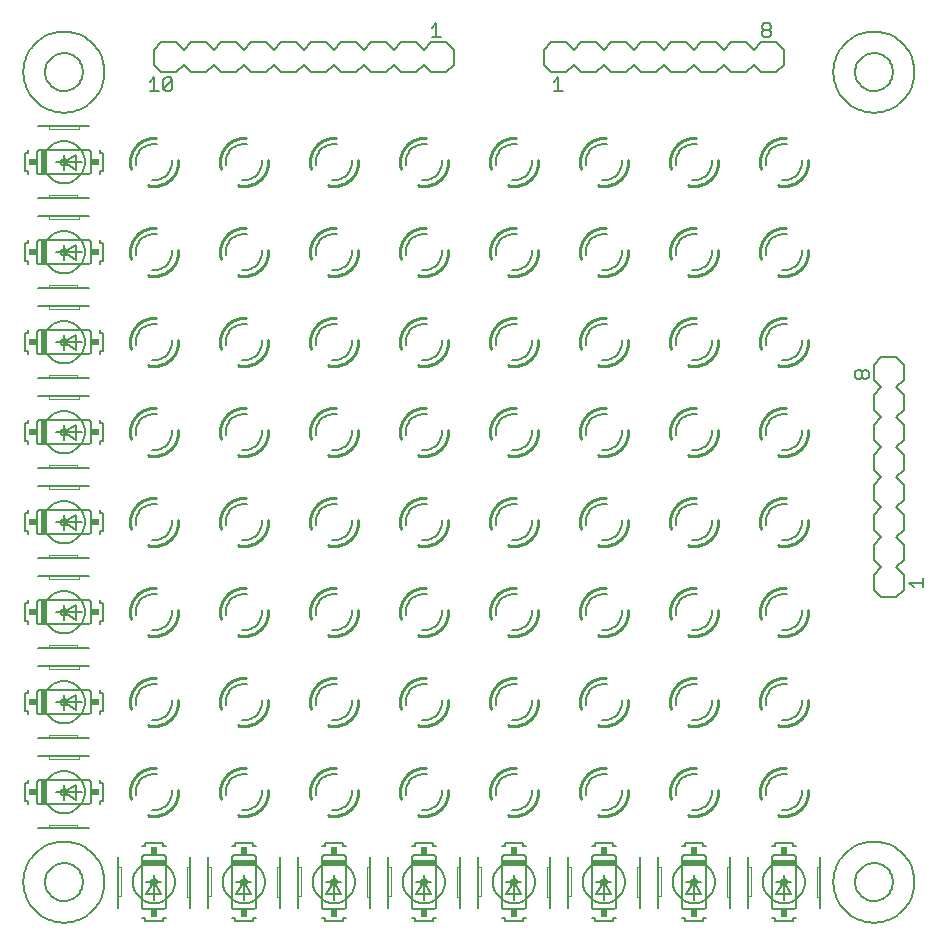
<source format=gto>
G75*
G70*
%OFA0B0*%
%FSLAX24Y24*%
%IPPOS*%
%LPD*%
%AMOC8*
5,1,8,0,0,1.08239X$1,22.5*
%
%ADD10C,0.0060*%
%ADD11C,0.0100*%
%ADD12C,0.0050*%
%ADD13C,0.0020*%
%ADD14C,0.0080*%
%ADD15R,0.0200X0.0800*%
%ADD16R,0.0250X0.0200*%
%ADD17R,0.0800X0.0200*%
%ADD18R,0.0200X0.0250*%
D10*
X001501Y004899D02*
X001503Y004972D01*
X001509Y005045D01*
X001519Y005117D01*
X001533Y005189D01*
X001550Y005260D01*
X001572Y005330D01*
X001597Y005399D01*
X001626Y005466D01*
X001658Y005531D01*
X001694Y005595D01*
X001734Y005657D01*
X001776Y005716D01*
X001822Y005773D01*
X001871Y005827D01*
X001923Y005879D01*
X001977Y005928D01*
X002034Y005974D01*
X002093Y006016D01*
X002155Y006056D01*
X002219Y006092D01*
X002284Y006124D01*
X002351Y006153D01*
X002420Y006178D01*
X002490Y006200D01*
X002561Y006217D01*
X002633Y006231D01*
X002705Y006241D01*
X002778Y006247D01*
X002851Y006249D01*
X002924Y006247D01*
X002997Y006241D01*
X003069Y006231D01*
X003141Y006217D01*
X003212Y006200D01*
X003282Y006178D01*
X003351Y006153D01*
X003418Y006124D01*
X003483Y006092D01*
X003547Y006056D01*
X003609Y006016D01*
X003668Y005974D01*
X003725Y005928D01*
X003779Y005879D01*
X003831Y005827D01*
X003880Y005773D01*
X003926Y005716D01*
X003968Y005657D01*
X004008Y005595D01*
X004044Y005531D01*
X004076Y005466D01*
X004105Y005399D01*
X004130Y005330D01*
X004152Y005260D01*
X004169Y005189D01*
X004183Y005117D01*
X004193Y005045D01*
X004199Y004972D01*
X004201Y004899D01*
X004199Y004826D01*
X004193Y004753D01*
X004183Y004681D01*
X004169Y004609D01*
X004152Y004538D01*
X004130Y004468D01*
X004105Y004399D01*
X004076Y004332D01*
X004044Y004267D01*
X004008Y004203D01*
X003968Y004141D01*
X003926Y004082D01*
X003880Y004025D01*
X003831Y003971D01*
X003779Y003919D01*
X003725Y003870D01*
X003668Y003824D01*
X003609Y003782D01*
X003547Y003742D01*
X003483Y003706D01*
X003418Y003674D01*
X003351Y003645D01*
X003282Y003620D01*
X003212Y003598D01*
X003141Y003581D01*
X003069Y003567D01*
X002997Y003557D01*
X002924Y003551D01*
X002851Y003549D01*
X002778Y003551D01*
X002705Y003557D01*
X002633Y003567D01*
X002561Y003581D01*
X002490Y003598D01*
X002420Y003620D01*
X002351Y003645D01*
X002284Y003674D01*
X002219Y003706D01*
X002155Y003742D01*
X002093Y003782D01*
X002034Y003824D01*
X001977Y003870D01*
X001923Y003919D01*
X001871Y003971D01*
X001822Y004025D01*
X001776Y004082D01*
X001734Y004141D01*
X001694Y004203D01*
X001658Y004267D01*
X001626Y004332D01*
X001597Y004399D01*
X001572Y004468D01*
X001550Y004538D01*
X001533Y004609D01*
X001519Y004681D01*
X001509Y004753D01*
X001503Y004826D01*
X001501Y004899D01*
X002001Y006699D02*
X002351Y006699D01*
X003301Y006699D01*
X003701Y006699D01*
X003651Y007499D02*
X002051Y007499D01*
X002034Y007501D01*
X002017Y007505D01*
X002001Y007512D01*
X001987Y007522D01*
X001974Y007535D01*
X001964Y007549D01*
X001957Y007565D01*
X001953Y007582D01*
X001951Y007599D01*
X001951Y008199D01*
X001953Y008216D01*
X001957Y008233D01*
X001964Y008249D01*
X001974Y008263D01*
X001987Y008276D01*
X002001Y008286D01*
X002017Y008293D01*
X002034Y008297D01*
X002051Y008299D01*
X003651Y008299D01*
X003668Y008297D01*
X003685Y008293D01*
X003701Y008286D01*
X003715Y008276D01*
X003728Y008263D01*
X003738Y008249D01*
X003745Y008233D01*
X003749Y008216D01*
X003751Y008199D01*
X003751Y007599D01*
X003749Y007582D01*
X003745Y007565D01*
X003738Y007549D01*
X003728Y007535D01*
X003715Y007522D01*
X003701Y007512D01*
X003685Y007505D01*
X003668Y007501D01*
X003651Y007499D01*
X004051Y007499D02*
X004051Y007599D01*
X004151Y007599D01*
X004151Y008199D01*
X004051Y008199D01*
X004051Y008299D01*
X003451Y007899D02*
X002851Y007899D01*
X002751Y007899D02*
X002753Y007919D01*
X002759Y007937D01*
X002768Y007955D01*
X002780Y007970D01*
X002795Y007982D01*
X002813Y007991D01*
X002831Y007997D01*
X002851Y007999D01*
X002871Y007997D01*
X002889Y007991D01*
X002907Y007982D01*
X002922Y007970D01*
X002934Y007955D01*
X002943Y007937D01*
X002949Y007919D01*
X002951Y007899D01*
X002949Y007879D01*
X002943Y007861D01*
X002934Y007843D01*
X002922Y007828D01*
X002907Y007816D01*
X002889Y007807D01*
X002871Y007801D01*
X002851Y007799D01*
X002831Y007801D01*
X002813Y007807D01*
X002795Y007816D01*
X002780Y007828D01*
X002768Y007843D01*
X002759Y007861D01*
X002753Y007879D01*
X002751Y007899D01*
X002151Y007899D02*
X002153Y007951D01*
X002159Y008003D01*
X002169Y008055D01*
X002182Y008105D01*
X002199Y008155D01*
X002220Y008203D01*
X002245Y008249D01*
X002273Y008293D01*
X002304Y008335D01*
X002338Y008375D01*
X002375Y008412D01*
X002415Y008446D01*
X002457Y008477D01*
X002501Y008505D01*
X002547Y008530D01*
X002595Y008551D01*
X002645Y008568D01*
X002695Y008581D01*
X002747Y008591D01*
X002799Y008597D01*
X002851Y008599D01*
X002903Y008597D01*
X002955Y008591D01*
X003007Y008581D01*
X003057Y008568D01*
X003107Y008551D01*
X003155Y008530D01*
X003201Y008505D01*
X003245Y008477D01*
X003287Y008446D01*
X003327Y008412D01*
X003364Y008375D01*
X003398Y008335D01*
X003429Y008293D01*
X003457Y008249D01*
X003482Y008203D01*
X003503Y008155D01*
X003520Y008105D01*
X003533Y008055D01*
X003543Y008003D01*
X003549Y007951D01*
X003551Y007899D01*
X003549Y007847D01*
X003543Y007795D01*
X003533Y007743D01*
X003520Y007693D01*
X003503Y007643D01*
X003482Y007595D01*
X003457Y007549D01*
X003429Y007505D01*
X003398Y007463D01*
X003364Y007423D01*
X003327Y007386D01*
X003287Y007352D01*
X003245Y007321D01*
X003201Y007293D01*
X003155Y007268D01*
X003107Y007247D01*
X003057Y007230D01*
X003007Y007217D01*
X002955Y007207D01*
X002903Y007201D01*
X002851Y007199D01*
X002799Y007201D01*
X002747Y007207D01*
X002695Y007217D01*
X002645Y007230D01*
X002595Y007247D01*
X002547Y007268D01*
X002501Y007293D01*
X002457Y007321D01*
X002415Y007352D01*
X002375Y007386D01*
X002338Y007423D01*
X002304Y007463D01*
X002273Y007505D01*
X002245Y007549D01*
X002220Y007595D01*
X002199Y007643D01*
X002182Y007693D01*
X002169Y007743D01*
X002159Y007795D01*
X002153Y007847D01*
X002151Y007899D01*
X001651Y008199D02*
X001651Y008299D01*
X001651Y008199D02*
X001551Y008199D01*
X001551Y007599D01*
X001651Y007599D01*
X001651Y007499D01*
X002601Y007899D02*
X002851Y007899D01*
X002851Y007649D01*
X002851Y007899D02*
X002851Y008149D01*
X002851Y007899D02*
X003251Y008149D01*
X003251Y007649D01*
X002851Y007899D01*
X003351Y009099D02*
X002351Y009099D01*
X002001Y009099D01*
X002001Y009699D02*
X002351Y009699D01*
X003301Y009699D01*
X003701Y009699D01*
X003701Y009099D02*
X003351Y009099D01*
X003651Y010499D02*
X002051Y010499D01*
X002034Y010501D01*
X002017Y010505D01*
X002001Y010512D01*
X001987Y010522D01*
X001974Y010535D01*
X001964Y010549D01*
X001957Y010565D01*
X001953Y010582D01*
X001951Y010599D01*
X001951Y011199D01*
X001953Y011216D01*
X001957Y011233D01*
X001964Y011249D01*
X001974Y011263D01*
X001987Y011276D01*
X002001Y011286D01*
X002017Y011293D01*
X002034Y011297D01*
X002051Y011299D01*
X003651Y011299D01*
X003668Y011297D01*
X003685Y011293D01*
X003701Y011286D01*
X003715Y011276D01*
X003728Y011263D01*
X003738Y011249D01*
X003745Y011233D01*
X003749Y011216D01*
X003751Y011199D01*
X003751Y010599D01*
X003749Y010582D01*
X003745Y010565D01*
X003738Y010549D01*
X003728Y010535D01*
X003715Y010522D01*
X003701Y010512D01*
X003685Y010505D01*
X003668Y010501D01*
X003651Y010499D01*
X004051Y010499D02*
X004051Y010599D01*
X004151Y010599D01*
X004151Y011199D01*
X004051Y011199D01*
X004051Y011299D01*
X003451Y010899D02*
X002851Y010899D01*
X002751Y010899D02*
X002753Y010919D01*
X002759Y010937D01*
X002768Y010955D01*
X002780Y010970D01*
X002795Y010982D01*
X002813Y010991D01*
X002831Y010997D01*
X002851Y010999D01*
X002871Y010997D01*
X002889Y010991D01*
X002907Y010982D01*
X002922Y010970D01*
X002934Y010955D01*
X002943Y010937D01*
X002949Y010919D01*
X002951Y010899D01*
X002949Y010879D01*
X002943Y010861D01*
X002934Y010843D01*
X002922Y010828D01*
X002907Y010816D01*
X002889Y010807D01*
X002871Y010801D01*
X002851Y010799D01*
X002831Y010801D01*
X002813Y010807D01*
X002795Y010816D01*
X002780Y010828D01*
X002768Y010843D01*
X002759Y010861D01*
X002753Y010879D01*
X002751Y010899D01*
X002151Y010899D02*
X002153Y010951D01*
X002159Y011003D01*
X002169Y011055D01*
X002182Y011105D01*
X002199Y011155D01*
X002220Y011203D01*
X002245Y011249D01*
X002273Y011293D01*
X002304Y011335D01*
X002338Y011375D01*
X002375Y011412D01*
X002415Y011446D01*
X002457Y011477D01*
X002501Y011505D01*
X002547Y011530D01*
X002595Y011551D01*
X002645Y011568D01*
X002695Y011581D01*
X002747Y011591D01*
X002799Y011597D01*
X002851Y011599D01*
X002903Y011597D01*
X002955Y011591D01*
X003007Y011581D01*
X003057Y011568D01*
X003107Y011551D01*
X003155Y011530D01*
X003201Y011505D01*
X003245Y011477D01*
X003287Y011446D01*
X003327Y011412D01*
X003364Y011375D01*
X003398Y011335D01*
X003429Y011293D01*
X003457Y011249D01*
X003482Y011203D01*
X003503Y011155D01*
X003520Y011105D01*
X003533Y011055D01*
X003543Y011003D01*
X003549Y010951D01*
X003551Y010899D01*
X003549Y010847D01*
X003543Y010795D01*
X003533Y010743D01*
X003520Y010693D01*
X003503Y010643D01*
X003482Y010595D01*
X003457Y010549D01*
X003429Y010505D01*
X003398Y010463D01*
X003364Y010423D01*
X003327Y010386D01*
X003287Y010352D01*
X003245Y010321D01*
X003201Y010293D01*
X003155Y010268D01*
X003107Y010247D01*
X003057Y010230D01*
X003007Y010217D01*
X002955Y010207D01*
X002903Y010201D01*
X002851Y010199D01*
X002799Y010201D01*
X002747Y010207D01*
X002695Y010217D01*
X002645Y010230D01*
X002595Y010247D01*
X002547Y010268D01*
X002501Y010293D01*
X002457Y010321D01*
X002415Y010352D01*
X002375Y010386D01*
X002338Y010423D01*
X002304Y010463D01*
X002273Y010505D01*
X002245Y010549D01*
X002220Y010595D01*
X002199Y010643D01*
X002182Y010693D01*
X002169Y010743D01*
X002159Y010795D01*
X002153Y010847D01*
X002151Y010899D01*
X001651Y011199D02*
X001651Y011299D01*
X001651Y011199D02*
X001551Y011199D01*
X001551Y010599D01*
X001651Y010599D01*
X001651Y010499D01*
X002601Y010899D02*
X002851Y010899D01*
X002851Y010649D01*
X002851Y010899D02*
X002851Y011149D01*
X002851Y010899D02*
X003251Y011149D01*
X003251Y010649D01*
X002851Y010899D01*
X003351Y012099D02*
X002351Y012099D01*
X002001Y012099D01*
X002001Y012699D02*
X002351Y012699D01*
X003301Y012699D01*
X003701Y012699D01*
X003701Y012099D02*
X003351Y012099D01*
X003651Y013499D02*
X002051Y013499D01*
X002034Y013501D01*
X002017Y013505D01*
X002001Y013512D01*
X001987Y013522D01*
X001974Y013535D01*
X001964Y013549D01*
X001957Y013565D01*
X001953Y013582D01*
X001951Y013599D01*
X001951Y014199D01*
X001953Y014216D01*
X001957Y014233D01*
X001964Y014249D01*
X001974Y014263D01*
X001987Y014276D01*
X002001Y014286D01*
X002017Y014293D01*
X002034Y014297D01*
X002051Y014299D01*
X003651Y014299D01*
X003668Y014297D01*
X003685Y014293D01*
X003701Y014286D01*
X003715Y014276D01*
X003728Y014263D01*
X003738Y014249D01*
X003745Y014233D01*
X003749Y014216D01*
X003751Y014199D01*
X003751Y013599D01*
X003749Y013582D01*
X003745Y013565D01*
X003738Y013549D01*
X003728Y013535D01*
X003715Y013522D01*
X003701Y013512D01*
X003685Y013505D01*
X003668Y013501D01*
X003651Y013499D01*
X004051Y013499D02*
X004051Y013599D01*
X004151Y013599D01*
X004151Y014199D01*
X004051Y014199D01*
X004051Y014299D01*
X003451Y013899D02*
X002851Y013899D01*
X002751Y013899D02*
X002753Y013919D01*
X002759Y013937D01*
X002768Y013955D01*
X002780Y013970D01*
X002795Y013982D01*
X002813Y013991D01*
X002831Y013997D01*
X002851Y013999D01*
X002871Y013997D01*
X002889Y013991D01*
X002907Y013982D01*
X002922Y013970D01*
X002934Y013955D01*
X002943Y013937D01*
X002949Y013919D01*
X002951Y013899D01*
X002949Y013879D01*
X002943Y013861D01*
X002934Y013843D01*
X002922Y013828D01*
X002907Y013816D01*
X002889Y013807D01*
X002871Y013801D01*
X002851Y013799D01*
X002831Y013801D01*
X002813Y013807D01*
X002795Y013816D01*
X002780Y013828D01*
X002768Y013843D01*
X002759Y013861D01*
X002753Y013879D01*
X002751Y013899D01*
X002151Y013899D02*
X002153Y013951D01*
X002159Y014003D01*
X002169Y014055D01*
X002182Y014105D01*
X002199Y014155D01*
X002220Y014203D01*
X002245Y014249D01*
X002273Y014293D01*
X002304Y014335D01*
X002338Y014375D01*
X002375Y014412D01*
X002415Y014446D01*
X002457Y014477D01*
X002501Y014505D01*
X002547Y014530D01*
X002595Y014551D01*
X002645Y014568D01*
X002695Y014581D01*
X002747Y014591D01*
X002799Y014597D01*
X002851Y014599D01*
X002903Y014597D01*
X002955Y014591D01*
X003007Y014581D01*
X003057Y014568D01*
X003107Y014551D01*
X003155Y014530D01*
X003201Y014505D01*
X003245Y014477D01*
X003287Y014446D01*
X003327Y014412D01*
X003364Y014375D01*
X003398Y014335D01*
X003429Y014293D01*
X003457Y014249D01*
X003482Y014203D01*
X003503Y014155D01*
X003520Y014105D01*
X003533Y014055D01*
X003543Y014003D01*
X003549Y013951D01*
X003551Y013899D01*
X003549Y013847D01*
X003543Y013795D01*
X003533Y013743D01*
X003520Y013693D01*
X003503Y013643D01*
X003482Y013595D01*
X003457Y013549D01*
X003429Y013505D01*
X003398Y013463D01*
X003364Y013423D01*
X003327Y013386D01*
X003287Y013352D01*
X003245Y013321D01*
X003201Y013293D01*
X003155Y013268D01*
X003107Y013247D01*
X003057Y013230D01*
X003007Y013217D01*
X002955Y013207D01*
X002903Y013201D01*
X002851Y013199D01*
X002799Y013201D01*
X002747Y013207D01*
X002695Y013217D01*
X002645Y013230D01*
X002595Y013247D01*
X002547Y013268D01*
X002501Y013293D01*
X002457Y013321D01*
X002415Y013352D01*
X002375Y013386D01*
X002338Y013423D01*
X002304Y013463D01*
X002273Y013505D01*
X002245Y013549D01*
X002220Y013595D01*
X002199Y013643D01*
X002182Y013693D01*
X002169Y013743D01*
X002159Y013795D01*
X002153Y013847D01*
X002151Y013899D01*
X001651Y014199D02*
X001651Y014299D01*
X001651Y014199D02*
X001551Y014199D01*
X001551Y013599D01*
X001651Y013599D01*
X001651Y013499D01*
X002601Y013899D02*
X002851Y013899D01*
X002851Y013649D01*
X002851Y013899D02*
X002851Y014149D01*
X002851Y013899D02*
X003251Y014149D01*
X003251Y013649D01*
X002851Y013899D01*
X003351Y015099D02*
X002351Y015099D01*
X002001Y015099D01*
X002001Y015699D02*
X002351Y015699D01*
X003301Y015699D01*
X003701Y015699D01*
X003701Y015099D02*
X003351Y015099D01*
X003651Y016499D02*
X002051Y016499D01*
X002034Y016501D01*
X002017Y016505D01*
X002001Y016512D01*
X001987Y016522D01*
X001974Y016535D01*
X001964Y016549D01*
X001957Y016565D01*
X001953Y016582D01*
X001951Y016599D01*
X001951Y017199D01*
X001953Y017216D01*
X001957Y017233D01*
X001964Y017249D01*
X001974Y017263D01*
X001987Y017276D01*
X002001Y017286D01*
X002017Y017293D01*
X002034Y017297D01*
X002051Y017299D01*
X003651Y017299D01*
X003668Y017297D01*
X003685Y017293D01*
X003701Y017286D01*
X003715Y017276D01*
X003728Y017263D01*
X003738Y017249D01*
X003745Y017233D01*
X003749Y017216D01*
X003751Y017199D01*
X003751Y016599D01*
X003749Y016582D01*
X003745Y016565D01*
X003738Y016549D01*
X003728Y016535D01*
X003715Y016522D01*
X003701Y016512D01*
X003685Y016505D01*
X003668Y016501D01*
X003651Y016499D01*
X004051Y016499D02*
X004051Y016599D01*
X004151Y016599D01*
X004151Y017199D01*
X004051Y017199D01*
X004051Y017299D01*
X003451Y016899D02*
X002851Y016899D01*
X002751Y016899D02*
X002753Y016919D01*
X002759Y016937D01*
X002768Y016955D01*
X002780Y016970D01*
X002795Y016982D01*
X002813Y016991D01*
X002831Y016997D01*
X002851Y016999D01*
X002871Y016997D01*
X002889Y016991D01*
X002907Y016982D01*
X002922Y016970D01*
X002934Y016955D01*
X002943Y016937D01*
X002949Y016919D01*
X002951Y016899D01*
X002949Y016879D01*
X002943Y016861D01*
X002934Y016843D01*
X002922Y016828D01*
X002907Y016816D01*
X002889Y016807D01*
X002871Y016801D01*
X002851Y016799D01*
X002831Y016801D01*
X002813Y016807D01*
X002795Y016816D01*
X002780Y016828D01*
X002768Y016843D01*
X002759Y016861D01*
X002753Y016879D01*
X002751Y016899D01*
X002151Y016899D02*
X002153Y016951D01*
X002159Y017003D01*
X002169Y017055D01*
X002182Y017105D01*
X002199Y017155D01*
X002220Y017203D01*
X002245Y017249D01*
X002273Y017293D01*
X002304Y017335D01*
X002338Y017375D01*
X002375Y017412D01*
X002415Y017446D01*
X002457Y017477D01*
X002501Y017505D01*
X002547Y017530D01*
X002595Y017551D01*
X002645Y017568D01*
X002695Y017581D01*
X002747Y017591D01*
X002799Y017597D01*
X002851Y017599D01*
X002903Y017597D01*
X002955Y017591D01*
X003007Y017581D01*
X003057Y017568D01*
X003107Y017551D01*
X003155Y017530D01*
X003201Y017505D01*
X003245Y017477D01*
X003287Y017446D01*
X003327Y017412D01*
X003364Y017375D01*
X003398Y017335D01*
X003429Y017293D01*
X003457Y017249D01*
X003482Y017203D01*
X003503Y017155D01*
X003520Y017105D01*
X003533Y017055D01*
X003543Y017003D01*
X003549Y016951D01*
X003551Y016899D01*
X003549Y016847D01*
X003543Y016795D01*
X003533Y016743D01*
X003520Y016693D01*
X003503Y016643D01*
X003482Y016595D01*
X003457Y016549D01*
X003429Y016505D01*
X003398Y016463D01*
X003364Y016423D01*
X003327Y016386D01*
X003287Y016352D01*
X003245Y016321D01*
X003201Y016293D01*
X003155Y016268D01*
X003107Y016247D01*
X003057Y016230D01*
X003007Y016217D01*
X002955Y016207D01*
X002903Y016201D01*
X002851Y016199D01*
X002799Y016201D01*
X002747Y016207D01*
X002695Y016217D01*
X002645Y016230D01*
X002595Y016247D01*
X002547Y016268D01*
X002501Y016293D01*
X002457Y016321D01*
X002415Y016352D01*
X002375Y016386D01*
X002338Y016423D01*
X002304Y016463D01*
X002273Y016505D01*
X002245Y016549D01*
X002220Y016595D01*
X002199Y016643D01*
X002182Y016693D01*
X002169Y016743D01*
X002159Y016795D01*
X002153Y016847D01*
X002151Y016899D01*
X001651Y017199D02*
X001651Y017299D01*
X001651Y017199D02*
X001551Y017199D01*
X001551Y016599D01*
X001651Y016599D01*
X001651Y016499D01*
X002601Y016899D02*
X002851Y016899D01*
X002851Y016649D01*
X002851Y016899D02*
X002851Y017149D01*
X002851Y016899D02*
X003251Y017149D01*
X003251Y016649D01*
X002851Y016899D01*
X003351Y018099D02*
X002351Y018099D01*
X002001Y018099D01*
X002001Y018699D02*
X002351Y018699D01*
X003301Y018699D01*
X003701Y018699D01*
X003701Y018099D02*
X003351Y018099D01*
X003651Y019499D02*
X002051Y019499D01*
X002034Y019501D01*
X002017Y019505D01*
X002001Y019512D01*
X001987Y019522D01*
X001974Y019535D01*
X001964Y019549D01*
X001957Y019565D01*
X001953Y019582D01*
X001951Y019599D01*
X001951Y020199D01*
X001953Y020216D01*
X001957Y020233D01*
X001964Y020249D01*
X001974Y020263D01*
X001987Y020276D01*
X002001Y020286D01*
X002017Y020293D01*
X002034Y020297D01*
X002051Y020299D01*
X003651Y020299D01*
X003668Y020297D01*
X003685Y020293D01*
X003701Y020286D01*
X003715Y020276D01*
X003728Y020263D01*
X003738Y020249D01*
X003745Y020233D01*
X003749Y020216D01*
X003751Y020199D01*
X003751Y019599D01*
X003749Y019582D01*
X003745Y019565D01*
X003738Y019549D01*
X003728Y019535D01*
X003715Y019522D01*
X003701Y019512D01*
X003685Y019505D01*
X003668Y019501D01*
X003651Y019499D01*
X004051Y019499D02*
X004051Y019599D01*
X004151Y019599D01*
X004151Y020199D01*
X004051Y020199D01*
X004051Y020299D01*
X003451Y019899D02*
X002851Y019899D01*
X002751Y019899D02*
X002753Y019919D01*
X002759Y019937D01*
X002768Y019955D01*
X002780Y019970D01*
X002795Y019982D01*
X002813Y019991D01*
X002831Y019997D01*
X002851Y019999D01*
X002871Y019997D01*
X002889Y019991D01*
X002907Y019982D01*
X002922Y019970D01*
X002934Y019955D01*
X002943Y019937D01*
X002949Y019919D01*
X002951Y019899D01*
X002949Y019879D01*
X002943Y019861D01*
X002934Y019843D01*
X002922Y019828D01*
X002907Y019816D01*
X002889Y019807D01*
X002871Y019801D01*
X002851Y019799D01*
X002831Y019801D01*
X002813Y019807D01*
X002795Y019816D01*
X002780Y019828D01*
X002768Y019843D01*
X002759Y019861D01*
X002753Y019879D01*
X002751Y019899D01*
X002151Y019899D02*
X002153Y019951D01*
X002159Y020003D01*
X002169Y020055D01*
X002182Y020105D01*
X002199Y020155D01*
X002220Y020203D01*
X002245Y020249D01*
X002273Y020293D01*
X002304Y020335D01*
X002338Y020375D01*
X002375Y020412D01*
X002415Y020446D01*
X002457Y020477D01*
X002501Y020505D01*
X002547Y020530D01*
X002595Y020551D01*
X002645Y020568D01*
X002695Y020581D01*
X002747Y020591D01*
X002799Y020597D01*
X002851Y020599D01*
X002903Y020597D01*
X002955Y020591D01*
X003007Y020581D01*
X003057Y020568D01*
X003107Y020551D01*
X003155Y020530D01*
X003201Y020505D01*
X003245Y020477D01*
X003287Y020446D01*
X003327Y020412D01*
X003364Y020375D01*
X003398Y020335D01*
X003429Y020293D01*
X003457Y020249D01*
X003482Y020203D01*
X003503Y020155D01*
X003520Y020105D01*
X003533Y020055D01*
X003543Y020003D01*
X003549Y019951D01*
X003551Y019899D01*
X003549Y019847D01*
X003543Y019795D01*
X003533Y019743D01*
X003520Y019693D01*
X003503Y019643D01*
X003482Y019595D01*
X003457Y019549D01*
X003429Y019505D01*
X003398Y019463D01*
X003364Y019423D01*
X003327Y019386D01*
X003287Y019352D01*
X003245Y019321D01*
X003201Y019293D01*
X003155Y019268D01*
X003107Y019247D01*
X003057Y019230D01*
X003007Y019217D01*
X002955Y019207D01*
X002903Y019201D01*
X002851Y019199D01*
X002799Y019201D01*
X002747Y019207D01*
X002695Y019217D01*
X002645Y019230D01*
X002595Y019247D01*
X002547Y019268D01*
X002501Y019293D01*
X002457Y019321D01*
X002415Y019352D01*
X002375Y019386D01*
X002338Y019423D01*
X002304Y019463D01*
X002273Y019505D01*
X002245Y019549D01*
X002220Y019595D01*
X002199Y019643D01*
X002182Y019693D01*
X002169Y019743D01*
X002159Y019795D01*
X002153Y019847D01*
X002151Y019899D01*
X001651Y020199D02*
X001651Y020299D01*
X001651Y020199D02*
X001551Y020199D01*
X001551Y019599D01*
X001651Y019599D01*
X001651Y019499D01*
X002601Y019899D02*
X002851Y019899D01*
X002851Y019649D01*
X002851Y019899D02*
X002851Y020149D01*
X002851Y019899D02*
X003251Y020149D01*
X003251Y019649D01*
X002851Y019899D01*
X003351Y021099D02*
X002351Y021099D01*
X002001Y021099D01*
X002001Y021699D02*
X002351Y021699D01*
X003301Y021699D01*
X003701Y021699D01*
X003701Y021099D02*
X003351Y021099D01*
X003651Y022499D02*
X002051Y022499D01*
X002034Y022501D01*
X002017Y022505D01*
X002001Y022512D01*
X001987Y022522D01*
X001974Y022535D01*
X001964Y022549D01*
X001957Y022565D01*
X001953Y022582D01*
X001951Y022599D01*
X001951Y023199D01*
X001953Y023216D01*
X001957Y023233D01*
X001964Y023249D01*
X001974Y023263D01*
X001987Y023276D01*
X002001Y023286D01*
X002017Y023293D01*
X002034Y023297D01*
X002051Y023299D01*
X003651Y023299D01*
X003668Y023297D01*
X003685Y023293D01*
X003701Y023286D01*
X003715Y023276D01*
X003728Y023263D01*
X003738Y023249D01*
X003745Y023233D01*
X003749Y023216D01*
X003751Y023199D01*
X003751Y022599D01*
X003749Y022582D01*
X003745Y022565D01*
X003738Y022549D01*
X003728Y022535D01*
X003715Y022522D01*
X003701Y022512D01*
X003685Y022505D01*
X003668Y022501D01*
X003651Y022499D01*
X004051Y022499D02*
X004051Y022599D01*
X004151Y022599D01*
X004151Y023199D01*
X004051Y023199D01*
X004051Y023299D01*
X003451Y022899D02*
X002851Y022899D01*
X002751Y022899D02*
X002753Y022919D01*
X002759Y022937D01*
X002768Y022955D01*
X002780Y022970D01*
X002795Y022982D01*
X002813Y022991D01*
X002831Y022997D01*
X002851Y022999D01*
X002871Y022997D01*
X002889Y022991D01*
X002907Y022982D01*
X002922Y022970D01*
X002934Y022955D01*
X002943Y022937D01*
X002949Y022919D01*
X002951Y022899D01*
X002949Y022879D01*
X002943Y022861D01*
X002934Y022843D01*
X002922Y022828D01*
X002907Y022816D01*
X002889Y022807D01*
X002871Y022801D01*
X002851Y022799D01*
X002831Y022801D01*
X002813Y022807D01*
X002795Y022816D01*
X002780Y022828D01*
X002768Y022843D01*
X002759Y022861D01*
X002753Y022879D01*
X002751Y022899D01*
X002151Y022899D02*
X002153Y022951D01*
X002159Y023003D01*
X002169Y023055D01*
X002182Y023105D01*
X002199Y023155D01*
X002220Y023203D01*
X002245Y023249D01*
X002273Y023293D01*
X002304Y023335D01*
X002338Y023375D01*
X002375Y023412D01*
X002415Y023446D01*
X002457Y023477D01*
X002501Y023505D01*
X002547Y023530D01*
X002595Y023551D01*
X002645Y023568D01*
X002695Y023581D01*
X002747Y023591D01*
X002799Y023597D01*
X002851Y023599D01*
X002903Y023597D01*
X002955Y023591D01*
X003007Y023581D01*
X003057Y023568D01*
X003107Y023551D01*
X003155Y023530D01*
X003201Y023505D01*
X003245Y023477D01*
X003287Y023446D01*
X003327Y023412D01*
X003364Y023375D01*
X003398Y023335D01*
X003429Y023293D01*
X003457Y023249D01*
X003482Y023203D01*
X003503Y023155D01*
X003520Y023105D01*
X003533Y023055D01*
X003543Y023003D01*
X003549Y022951D01*
X003551Y022899D01*
X003549Y022847D01*
X003543Y022795D01*
X003533Y022743D01*
X003520Y022693D01*
X003503Y022643D01*
X003482Y022595D01*
X003457Y022549D01*
X003429Y022505D01*
X003398Y022463D01*
X003364Y022423D01*
X003327Y022386D01*
X003287Y022352D01*
X003245Y022321D01*
X003201Y022293D01*
X003155Y022268D01*
X003107Y022247D01*
X003057Y022230D01*
X003007Y022217D01*
X002955Y022207D01*
X002903Y022201D01*
X002851Y022199D01*
X002799Y022201D01*
X002747Y022207D01*
X002695Y022217D01*
X002645Y022230D01*
X002595Y022247D01*
X002547Y022268D01*
X002501Y022293D01*
X002457Y022321D01*
X002415Y022352D01*
X002375Y022386D01*
X002338Y022423D01*
X002304Y022463D01*
X002273Y022505D01*
X002245Y022549D01*
X002220Y022595D01*
X002199Y022643D01*
X002182Y022693D01*
X002169Y022743D01*
X002159Y022795D01*
X002153Y022847D01*
X002151Y022899D01*
X001651Y023199D02*
X001651Y023299D01*
X001651Y023199D02*
X001551Y023199D01*
X001551Y022599D01*
X001651Y022599D01*
X001651Y022499D01*
X002601Y022899D02*
X002851Y022899D01*
X002851Y022649D01*
X002851Y022899D02*
X002851Y023149D01*
X002851Y022899D02*
X003251Y023149D01*
X003251Y022649D01*
X002851Y022899D01*
X003351Y024099D02*
X002351Y024099D01*
X002001Y024099D01*
X002001Y024699D02*
X002351Y024699D01*
X003301Y024699D01*
X003701Y024699D01*
X003701Y024099D02*
X003351Y024099D01*
X003651Y025499D02*
X002051Y025499D01*
X002034Y025501D01*
X002017Y025505D01*
X002001Y025512D01*
X001987Y025522D01*
X001974Y025535D01*
X001964Y025549D01*
X001957Y025565D01*
X001953Y025582D01*
X001951Y025599D01*
X001951Y026199D01*
X001953Y026216D01*
X001957Y026233D01*
X001964Y026249D01*
X001974Y026263D01*
X001987Y026276D01*
X002001Y026286D01*
X002017Y026293D01*
X002034Y026297D01*
X002051Y026299D01*
X003651Y026299D01*
X003668Y026297D01*
X003685Y026293D01*
X003701Y026286D01*
X003715Y026276D01*
X003728Y026263D01*
X003738Y026249D01*
X003745Y026233D01*
X003749Y026216D01*
X003751Y026199D01*
X003751Y025599D01*
X003749Y025582D01*
X003745Y025565D01*
X003738Y025549D01*
X003728Y025535D01*
X003715Y025522D01*
X003701Y025512D01*
X003685Y025505D01*
X003668Y025501D01*
X003651Y025499D01*
X004051Y025499D02*
X004051Y025599D01*
X004151Y025599D01*
X004151Y026199D01*
X004051Y026199D01*
X004051Y026299D01*
X003451Y025899D02*
X002851Y025899D01*
X002751Y025899D02*
X002753Y025919D01*
X002759Y025937D01*
X002768Y025955D01*
X002780Y025970D01*
X002795Y025982D01*
X002813Y025991D01*
X002831Y025997D01*
X002851Y025999D01*
X002871Y025997D01*
X002889Y025991D01*
X002907Y025982D01*
X002922Y025970D01*
X002934Y025955D01*
X002943Y025937D01*
X002949Y025919D01*
X002951Y025899D01*
X002949Y025879D01*
X002943Y025861D01*
X002934Y025843D01*
X002922Y025828D01*
X002907Y025816D01*
X002889Y025807D01*
X002871Y025801D01*
X002851Y025799D01*
X002831Y025801D01*
X002813Y025807D01*
X002795Y025816D01*
X002780Y025828D01*
X002768Y025843D01*
X002759Y025861D01*
X002753Y025879D01*
X002751Y025899D01*
X002151Y025899D02*
X002153Y025951D01*
X002159Y026003D01*
X002169Y026055D01*
X002182Y026105D01*
X002199Y026155D01*
X002220Y026203D01*
X002245Y026249D01*
X002273Y026293D01*
X002304Y026335D01*
X002338Y026375D01*
X002375Y026412D01*
X002415Y026446D01*
X002457Y026477D01*
X002501Y026505D01*
X002547Y026530D01*
X002595Y026551D01*
X002645Y026568D01*
X002695Y026581D01*
X002747Y026591D01*
X002799Y026597D01*
X002851Y026599D01*
X002903Y026597D01*
X002955Y026591D01*
X003007Y026581D01*
X003057Y026568D01*
X003107Y026551D01*
X003155Y026530D01*
X003201Y026505D01*
X003245Y026477D01*
X003287Y026446D01*
X003327Y026412D01*
X003364Y026375D01*
X003398Y026335D01*
X003429Y026293D01*
X003457Y026249D01*
X003482Y026203D01*
X003503Y026155D01*
X003520Y026105D01*
X003533Y026055D01*
X003543Y026003D01*
X003549Y025951D01*
X003551Y025899D01*
X003549Y025847D01*
X003543Y025795D01*
X003533Y025743D01*
X003520Y025693D01*
X003503Y025643D01*
X003482Y025595D01*
X003457Y025549D01*
X003429Y025505D01*
X003398Y025463D01*
X003364Y025423D01*
X003327Y025386D01*
X003287Y025352D01*
X003245Y025321D01*
X003201Y025293D01*
X003155Y025268D01*
X003107Y025247D01*
X003057Y025230D01*
X003007Y025217D01*
X002955Y025207D01*
X002903Y025201D01*
X002851Y025199D01*
X002799Y025201D01*
X002747Y025207D01*
X002695Y025217D01*
X002645Y025230D01*
X002595Y025247D01*
X002547Y025268D01*
X002501Y025293D01*
X002457Y025321D01*
X002415Y025352D01*
X002375Y025386D01*
X002338Y025423D01*
X002304Y025463D01*
X002273Y025505D01*
X002245Y025549D01*
X002220Y025595D01*
X002199Y025643D01*
X002182Y025693D01*
X002169Y025743D01*
X002159Y025795D01*
X002153Y025847D01*
X002151Y025899D01*
X001651Y026199D02*
X001651Y026299D01*
X001651Y026199D02*
X001551Y026199D01*
X001551Y025599D01*
X001651Y025599D01*
X001651Y025499D01*
X002601Y025899D02*
X002851Y025899D01*
X002851Y025649D01*
X002851Y025899D02*
X002851Y026149D01*
X002851Y025899D02*
X003251Y026149D01*
X003251Y025649D01*
X002851Y025899D01*
X003351Y027099D02*
X002351Y027099D01*
X002001Y027099D01*
X002001Y027699D02*
X002351Y027699D01*
X003301Y027699D01*
X003701Y027699D01*
X003701Y027099D02*
X003351Y027099D01*
X003651Y028499D02*
X002051Y028499D01*
X002034Y028501D01*
X002017Y028505D01*
X002001Y028512D01*
X001987Y028522D01*
X001974Y028535D01*
X001964Y028549D01*
X001957Y028565D01*
X001953Y028582D01*
X001951Y028599D01*
X001951Y029199D01*
X001953Y029216D01*
X001957Y029233D01*
X001964Y029249D01*
X001974Y029263D01*
X001987Y029276D01*
X002001Y029286D01*
X002017Y029293D01*
X002034Y029297D01*
X002051Y029299D01*
X003651Y029299D01*
X003668Y029297D01*
X003685Y029293D01*
X003701Y029286D01*
X003715Y029276D01*
X003728Y029263D01*
X003738Y029249D01*
X003745Y029233D01*
X003749Y029216D01*
X003751Y029199D01*
X003751Y028599D01*
X003749Y028582D01*
X003745Y028565D01*
X003738Y028549D01*
X003728Y028535D01*
X003715Y028522D01*
X003701Y028512D01*
X003685Y028505D01*
X003668Y028501D01*
X003651Y028499D01*
X004051Y028499D02*
X004051Y028599D01*
X004151Y028599D01*
X004151Y029199D01*
X004051Y029199D01*
X004051Y029299D01*
X003451Y028899D02*
X002851Y028899D01*
X002751Y028899D02*
X002753Y028919D01*
X002759Y028937D01*
X002768Y028955D01*
X002780Y028970D01*
X002795Y028982D01*
X002813Y028991D01*
X002831Y028997D01*
X002851Y028999D01*
X002871Y028997D01*
X002889Y028991D01*
X002907Y028982D01*
X002922Y028970D01*
X002934Y028955D01*
X002943Y028937D01*
X002949Y028919D01*
X002951Y028899D01*
X002949Y028879D01*
X002943Y028861D01*
X002934Y028843D01*
X002922Y028828D01*
X002907Y028816D01*
X002889Y028807D01*
X002871Y028801D01*
X002851Y028799D01*
X002831Y028801D01*
X002813Y028807D01*
X002795Y028816D01*
X002780Y028828D01*
X002768Y028843D01*
X002759Y028861D01*
X002753Y028879D01*
X002751Y028899D01*
X002151Y028899D02*
X002153Y028951D01*
X002159Y029003D01*
X002169Y029055D01*
X002182Y029105D01*
X002199Y029155D01*
X002220Y029203D01*
X002245Y029249D01*
X002273Y029293D01*
X002304Y029335D01*
X002338Y029375D01*
X002375Y029412D01*
X002415Y029446D01*
X002457Y029477D01*
X002501Y029505D01*
X002547Y029530D01*
X002595Y029551D01*
X002645Y029568D01*
X002695Y029581D01*
X002747Y029591D01*
X002799Y029597D01*
X002851Y029599D01*
X002903Y029597D01*
X002955Y029591D01*
X003007Y029581D01*
X003057Y029568D01*
X003107Y029551D01*
X003155Y029530D01*
X003201Y029505D01*
X003245Y029477D01*
X003287Y029446D01*
X003327Y029412D01*
X003364Y029375D01*
X003398Y029335D01*
X003429Y029293D01*
X003457Y029249D01*
X003482Y029203D01*
X003503Y029155D01*
X003520Y029105D01*
X003533Y029055D01*
X003543Y029003D01*
X003549Y028951D01*
X003551Y028899D01*
X003549Y028847D01*
X003543Y028795D01*
X003533Y028743D01*
X003520Y028693D01*
X003503Y028643D01*
X003482Y028595D01*
X003457Y028549D01*
X003429Y028505D01*
X003398Y028463D01*
X003364Y028423D01*
X003327Y028386D01*
X003287Y028352D01*
X003245Y028321D01*
X003201Y028293D01*
X003155Y028268D01*
X003107Y028247D01*
X003057Y028230D01*
X003007Y028217D01*
X002955Y028207D01*
X002903Y028201D01*
X002851Y028199D01*
X002799Y028201D01*
X002747Y028207D01*
X002695Y028217D01*
X002645Y028230D01*
X002595Y028247D01*
X002547Y028268D01*
X002501Y028293D01*
X002457Y028321D01*
X002415Y028352D01*
X002375Y028386D01*
X002338Y028423D01*
X002304Y028463D01*
X002273Y028505D01*
X002245Y028549D01*
X002220Y028595D01*
X002199Y028643D01*
X002182Y028693D01*
X002169Y028743D01*
X002159Y028795D01*
X002153Y028847D01*
X002151Y028899D01*
X001651Y029199D02*
X001651Y029299D01*
X001651Y029199D02*
X001551Y029199D01*
X001551Y028599D01*
X001651Y028599D01*
X001651Y028499D01*
X002601Y028899D02*
X002851Y028899D01*
X002851Y028649D01*
X002851Y028899D02*
X002851Y029149D01*
X002851Y028899D02*
X003251Y029149D01*
X003251Y028649D01*
X002851Y028899D01*
X003351Y030099D02*
X002351Y030099D01*
X002001Y030099D01*
X003351Y030099D02*
X003701Y030099D01*
X001501Y031899D02*
X001503Y031972D01*
X001509Y032045D01*
X001519Y032117D01*
X001533Y032189D01*
X001550Y032260D01*
X001572Y032330D01*
X001597Y032399D01*
X001626Y032466D01*
X001658Y032531D01*
X001694Y032595D01*
X001734Y032657D01*
X001776Y032716D01*
X001822Y032773D01*
X001871Y032827D01*
X001923Y032879D01*
X001977Y032928D01*
X002034Y032974D01*
X002093Y033016D01*
X002155Y033056D01*
X002219Y033092D01*
X002284Y033124D01*
X002351Y033153D01*
X002420Y033178D01*
X002490Y033200D01*
X002561Y033217D01*
X002633Y033231D01*
X002705Y033241D01*
X002778Y033247D01*
X002851Y033249D01*
X002924Y033247D01*
X002997Y033241D01*
X003069Y033231D01*
X003141Y033217D01*
X003212Y033200D01*
X003282Y033178D01*
X003351Y033153D01*
X003418Y033124D01*
X003483Y033092D01*
X003547Y033056D01*
X003609Y033016D01*
X003668Y032974D01*
X003725Y032928D01*
X003779Y032879D01*
X003831Y032827D01*
X003880Y032773D01*
X003926Y032716D01*
X003968Y032657D01*
X004008Y032595D01*
X004044Y032531D01*
X004076Y032466D01*
X004105Y032399D01*
X004130Y032330D01*
X004152Y032260D01*
X004169Y032189D01*
X004183Y032117D01*
X004193Y032045D01*
X004199Y031972D01*
X004201Y031899D01*
X004199Y031826D01*
X004193Y031753D01*
X004183Y031681D01*
X004169Y031609D01*
X004152Y031538D01*
X004130Y031468D01*
X004105Y031399D01*
X004076Y031332D01*
X004044Y031267D01*
X004008Y031203D01*
X003968Y031141D01*
X003926Y031082D01*
X003880Y031025D01*
X003831Y030971D01*
X003779Y030919D01*
X003725Y030870D01*
X003668Y030824D01*
X003609Y030782D01*
X003547Y030742D01*
X003483Y030706D01*
X003418Y030674D01*
X003351Y030645D01*
X003282Y030620D01*
X003212Y030598D01*
X003141Y030581D01*
X003069Y030567D01*
X002997Y030557D01*
X002924Y030551D01*
X002851Y030549D01*
X002778Y030551D01*
X002705Y030557D01*
X002633Y030567D01*
X002561Y030581D01*
X002490Y030598D01*
X002420Y030620D01*
X002351Y030645D01*
X002284Y030674D01*
X002219Y030706D01*
X002155Y030742D01*
X002093Y030782D01*
X002034Y030824D01*
X001977Y030870D01*
X001923Y030919D01*
X001871Y030971D01*
X001822Y031025D01*
X001776Y031082D01*
X001734Y031141D01*
X001694Y031203D01*
X001658Y031267D01*
X001626Y031332D01*
X001597Y031399D01*
X001572Y031468D01*
X001550Y031538D01*
X001533Y031609D01*
X001519Y031681D01*
X001509Y031753D01*
X001503Y031826D01*
X001501Y031899D01*
X005851Y032149D02*
X005851Y032649D01*
X006101Y032899D01*
X006601Y032899D01*
X006851Y032649D01*
X007101Y032899D01*
X007601Y032899D01*
X007851Y032649D01*
X008101Y032899D01*
X008601Y032899D01*
X008851Y032649D01*
X009101Y032899D01*
X009601Y032899D01*
X009851Y032649D01*
X010101Y032899D01*
X010601Y032899D01*
X010851Y032649D01*
X011101Y032899D01*
X011601Y032899D01*
X011851Y032649D01*
X012101Y032899D01*
X012601Y032899D01*
X012851Y032649D01*
X013101Y032899D01*
X013601Y032899D01*
X013851Y032649D01*
X014101Y032899D01*
X014601Y032899D01*
X014851Y032649D01*
X015101Y032899D01*
X015601Y032899D01*
X015851Y032649D01*
X015851Y032149D01*
X015601Y031899D01*
X015101Y031899D01*
X014851Y032149D01*
X014601Y031899D01*
X014101Y031899D01*
X013851Y032149D01*
X013601Y031899D01*
X013101Y031899D01*
X012851Y032149D01*
X012601Y031899D01*
X012101Y031899D01*
X011851Y032149D01*
X011601Y031899D01*
X011101Y031899D01*
X010851Y032149D01*
X010601Y031899D01*
X010101Y031899D01*
X009851Y032149D01*
X009601Y031899D01*
X009101Y031899D01*
X008851Y032149D01*
X008601Y031899D01*
X008101Y031899D01*
X007851Y032149D01*
X007601Y031899D01*
X007101Y031899D01*
X006851Y032149D01*
X006601Y031899D01*
X006101Y031899D01*
X005851Y032149D01*
X006275Y028475D02*
X006242Y028444D01*
X006206Y028416D01*
X006169Y028390D01*
X006129Y028367D01*
X006088Y028348D01*
X006046Y028331D01*
X006002Y028318D01*
X005958Y028309D01*
X005913Y028302D01*
X005867Y028299D01*
X005822Y028300D01*
X005777Y028304D01*
X006275Y028475D02*
X006306Y028508D01*
X006334Y028544D01*
X006360Y028581D01*
X006383Y028621D01*
X006402Y028662D01*
X006419Y028704D01*
X006432Y028748D01*
X006441Y028792D01*
X006448Y028837D01*
X006451Y028883D01*
X006450Y028928D01*
X006446Y028973D01*
X005427Y029323D02*
X005395Y029289D01*
X005366Y029253D01*
X005341Y029214D01*
X005318Y029174D01*
X005298Y029132D01*
X005282Y029089D01*
X005269Y029044D01*
X005259Y028999D01*
X005253Y028953D01*
X005251Y028907D01*
X005252Y028860D01*
X005257Y028814D01*
X005427Y029323D02*
X005462Y029356D01*
X005499Y029385D01*
X005539Y029411D01*
X005580Y029434D01*
X005623Y029454D01*
X005668Y029470D01*
X005714Y029483D01*
X005760Y029492D01*
X005808Y029497D01*
X005855Y029499D01*
X005903Y029497D01*
X005950Y029491D01*
X008777Y028304D02*
X008822Y028300D01*
X008867Y028299D01*
X008913Y028302D01*
X008958Y028309D01*
X009002Y028318D01*
X009046Y028331D01*
X009088Y028348D01*
X009129Y028367D01*
X009169Y028390D01*
X009206Y028416D01*
X009242Y028444D01*
X009275Y028475D01*
X009306Y028508D01*
X009334Y028544D01*
X009360Y028581D01*
X009383Y028621D01*
X009402Y028662D01*
X009419Y028704D01*
X009432Y028748D01*
X009441Y028792D01*
X009448Y028837D01*
X009451Y028883D01*
X009450Y028928D01*
X009446Y028973D01*
X008427Y029323D02*
X008395Y029289D01*
X008366Y029253D01*
X008341Y029214D01*
X008318Y029174D01*
X008298Y029132D01*
X008282Y029089D01*
X008269Y029044D01*
X008259Y028999D01*
X008253Y028953D01*
X008251Y028907D01*
X008252Y028860D01*
X008257Y028814D01*
X008427Y029323D02*
X008462Y029356D01*
X008499Y029385D01*
X008539Y029411D01*
X008580Y029434D01*
X008623Y029454D01*
X008668Y029470D01*
X008714Y029483D01*
X008760Y029492D01*
X008808Y029497D01*
X008855Y029499D01*
X008903Y029497D01*
X008950Y029491D01*
X011777Y028304D02*
X011822Y028300D01*
X011867Y028299D01*
X011913Y028302D01*
X011958Y028309D01*
X012002Y028318D01*
X012046Y028331D01*
X012088Y028348D01*
X012129Y028367D01*
X012169Y028390D01*
X012206Y028416D01*
X012242Y028444D01*
X012275Y028475D01*
X012306Y028508D01*
X012334Y028544D01*
X012360Y028581D01*
X012383Y028621D01*
X012402Y028662D01*
X012419Y028704D01*
X012432Y028748D01*
X012441Y028792D01*
X012448Y028837D01*
X012451Y028883D01*
X012450Y028928D01*
X012446Y028973D01*
X011427Y029323D02*
X011395Y029289D01*
X011366Y029253D01*
X011341Y029214D01*
X011318Y029174D01*
X011298Y029132D01*
X011282Y029089D01*
X011269Y029044D01*
X011259Y028999D01*
X011253Y028953D01*
X011251Y028907D01*
X011252Y028860D01*
X011257Y028814D01*
X011427Y029323D02*
X011462Y029356D01*
X011499Y029385D01*
X011539Y029411D01*
X011580Y029434D01*
X011623Y029454D01*
X011668Y029470D01*
X011714Y029483D01*
X011760Y029492D01*
X011808Y029497D01*
X011855Y029499D01*
X011903Y029497D01*
X011950Y029491D01*
X014777Y028304D02*
X014822Y028300D01*
X014867Y028299D01*
X014913Y028302D01*
X014958Y028309D01*
X015002Y028318D01*
X015046Y028331D01*
X015088Y028348D01*
X015129Y028367D01*
X015169Y028390D01*
X015206Y028416D01*
X015242Y028444D01*
X015275Y028475D01*
X015306Y028508D01*
X015334Y028544D01*
X015360Y028581D01*
X015383Y028621D01*
X015402Y028662D01*
X015419Y028704D01*
X015432Y028748D01*
X015441Y028792D01*
X015448Y028837D01*
X015451Y028883D01*
X015450Y028928D01*
X015446Y028973D01*
X014427Y029323D02*
X014395Y029289D01*
X014366Y029253D01*
X014341Y029214D01*
X014318Y029174D01*
X014298Y029132D01*
X014282Y029089D01*
X014269Y029044D01*
X014259Y028999D01*
X014253Y028953D01*
X014251Y028907D01*
X014252Y028860D01*
X014257Y028814D01*
X014427Y029323D02*
X014462Y029356D01*
X014499Y029385D01*
X014539Y029411D01*
X014580Y029434D01*
X014623Y029454D01*
X014668Y029470D01*
X014714Y029483D01*
X014760Y029492D01*
X014808Y029497D01*
X014855Y029499D01*
X014903Y029497D01*
X014950Y029491D01*
X017777Y028304D02*
X017822Y028300D01*
X017867Y028299D01*
X017913Y028302D01*
X017958Y028309D01*
X018002Y028318D01*
X018046Y028331D01*
X018088Y028348D01*
X018129Y028367D01*
X018169Y028390D01*
X018206Y028416D01*
X018242Y028444D01*
X018275Y028475D01*
X018306Y028508D01*
X018334Y028544D01*
X018360Y028581D01*
X018383Y028621D01*
X018402Y028662D01*
X018419Y028704D01*
X018432Y028748D01*
X018441Y028792D01*
X018448Y028837D01*
X018451Y028883D01*
X018450Y028928D01*
X018446Y028973D01*
X017427Y029323D02*
X017395Y029289D01*
X017366Y029253D01*
X017341Y029214D01*
X017318Y029174D01*
X017298Y029132D01*
X017282Y029089D01*
X017269Y029044D01*
X017259Y028999D01*
X017253Y028953D01*
X017251Y028907D01*
X017252Y028860D01*
X017257Y028814D01*
X017427Y029323D02*
X017462Y029356D01*
X017499Y029385D01*
X017539Y029411D01*
X017580Y029434D01*
X017623Y029454D01*
X017668Y029470D01*
X017714Y029483D01*
X017760Y029492D01*
X017808Y029497D01*
X017855Y029499D01*
X017903Y029497D01*
X017950Y029491D01*
X019101Y031899D02*
X018851Y032149D01*
X018851Y032649D01*
X019101Y032899D01*
X019601Y032899D01*
X019851Y032649D01*
X020101Y032899D01*
X020601Y032899D01*
X020851Y032649D01*
X021101Y032899D01*
X021601Y032899D01*
X021851Y032649D01*
X022101Y032899D01*
X022601Y032899D01*
X022851Y032649D01*
X023101Y032899D01*
X023601Y032899D01*
X023851Y032649D01*
X024101Y032899D01*
X024601Y032899D01*
X024851Y032649D01*
X025101Y032899D01*
X025601Y032899D01*
X025851Y032649D01*
X026101Y032899D01*
X026601Y032899D01*
X026851Y032649D01*
X026851Y032149D01*
X026601Y031899D01*
X026101Y031899D01*
X025851Y032149D01*
X025601Y031899D01*
X025101Y031899D01*
X024851Y032149D01*
X024601Y031899D01*
X024101Y031899D01*
X023851Y032149D01*
X023601Y031899D01*
X023101Y031899D01*
X022851Y032149D01*
X022601Y031899D01*
X022101Y031899D01*
X021851Y032149D01*
X021601Y031899D01*
X021101Y031899D01*
X020851Y032149D01*
X020601Y031899D01*
X020101Y031899D01*
X019851Y032149D01*
X019601Y031899D01*
X019101Y031899D01*
X020777Y028304D02*
X020822Y028300D01*
X020867Y028299D01*
X020913Y028302D01*
X020958Y028309D01*
X021002Y028318D01*
X021046Y028331D01*
X021088Y028348D01*
X021129Y028367D01*
X021169Y028390D01*
X021206Y028416D01*
X021242Y028444D01*
X021275Y028475D01*
X021306Y028508D01*
X021334Y028544D01*
X021360Y028581D01*
X021383Y028621D01*
X021402Y028662D01*
X021419Y028704D01*
X021432Y028748D01*
X021441Y028792D01*
X021448Y028837D01*
X021451Y028883D01*
X021450Y028928D01*
X021446Y028973D01*
X020427Y029323D02*
X020395Y029289D01*
X020366Y029253D01*
X020341Y029214D01*
X020318Y029174D01*
X020298Y029132D01*
X020282Y029089D01*
X020269Y029044D01*
X020259Y028999D01*
X020253Y028953D01*
X020251Y028907D01*
X020252Y028860D01*
X020257Y028814D01*
X020427Y029323D02*
X020462Y029356D01*
X020499Y029385D01*
X020539Y029411D01*
X020580Y029434D01*
X020623Y029454D01*
X020668Y029470D01*
X020714Y029483D01*
X020760Y029492D01*
X020808Y029497D01*
X020855Y029499D01*
X020903Y029497D01*
X020950Y029491D01*
X023777Y028304D02*
X023822Y028300D01*
X023867Y028299D01*
X023913Y028302D01*
X023958Y028309D01*
X024002Y028318D01*
X024046Y028331D01*
X024088Y028348D01*
X024129Y028367D01*
X024169Y028390D01*
X024206Y028416D01*
X024242Y028444D01*
X024275Y028475D01*
X024306Y028508D01*
X024334Y028544D01*
X024360Y028581D01*
X024383Y028621D01*
X024402Y028662D01*
X024419Y028704D01*
X024432Y028748D01*
X024441Y028792D01*
X024448Y028837D01*
X024451Y028883D01*
X024450Y028928D01*
X024446Y028973D01*
X023427Y029323D02*
X023395Y029289D01*
X023366Y029253D01*
X023341Y029214D01*
X023318Y029174D01*
X023298Y029132D01*
X023282Y029089D01*
X023269Y029044D01*
X023259Y028999D01*
X023253Y028953D01*
X023251Y028907D01*
X023252Y028860D01*
X023257Y028814D01*
X023427Y029323D02*
X023462Y029356D01*
X023499Y029385D01*
X023539Y029411D01*
X023580Y029434D01*
X023623Y029454D01*
X023668Y029470D01*
X023714Y029483D01*
X023760Y029492D01*
X023808Y029497D01*
X023855Y029499D01*
X023903Y029497D01*
X023950Y029491D01*
X026777Y028304D02*
X026822Y028300D01*
X026867Y028299D01*
X026913Y028302D01*
X026958Y028309D01*
X027002Y028318D01*
X027046Y028331D01*
X027088Y028348D01*
X027129Y028367D01*
X027169Y028390D01*
X027206Y028416D01*
X027242Y028444D01*
X027275Y028475D01*
X027306Y028508D01*
X027334Y028544D01*
X027360Y028581D01*
X027383Y028621D01*
X027402Y028662D01*
X027419Y028704D01*
X027432Y028748D01*
X027441Y028792D01*
X027448Y028837D01*
X027451Y028883D01*
X027450Y028928D01*
X027446Y028973D01*
X026427Y029323D02*
X026395Y029289D01*
X026366Y029253D01*
X026341Y029214D01*
X026318Y029174D01*
X026298Y029132D01*
X026282Y029089D01*
X026269Y029044D01*
X026259Y028999D01*
X026253Y028953D01*
X026251Y028907D01*
X026252Y028860D01*
X026257Y028814D01*
X026427Y029323D02*
X026462Y029356D01*
X026499Y029385D01*
X026539Y029411D01*
X026580Y029434D01*
X026623Y029454D01*
X026668Y029470D01*
X026714Y029483D01*
X026760Y029492D01*
X026808Y029497D01*
X026855Y029499D01*
X026903Y029497D01*
X026950Y029491D01*
X028501Y031899D02*
X028503Y031972D01*
X028509Y032045D01*
X028519Y032117D01*
X028533Y032189D01*
X028550Y032260D01*
X028572Y032330D01*
X028597Y032399D01*
X028626Y032466D01*
X028658Y032531D01*
X028694Y032595D01*
X028734Y032657D01*
X028776Y032716D01*
X028822Y032773D01*
X028871Y032827D01*
X028923Y032879D01*
X028977Y032928D01*
X029034Y032974D01*
X029093Y033016D01*
X029155Y033056D01*
X029219Y033092D01*
X029284Y033124D01*
X029351Y033153D01*
X029420Y033178D01*
X029490Y033200D01*
X029561Y033217D01*
X029633Y033231D01*
X029705Y033241D01*
X029778Y033247D01*
X029851Y033249D01*
X029924Y033247D01*
X029997Y033241D01*
X030069Y033231D01*
X030141Y033217D01*
X030212Y033200D01*
X030282Y033178D01*
X030351Y033153D01*
X030418Y033124D01*
X030483Y033092D01*
X030547Y033056D01*
X030609Y033016D01*
X030668Y032974D01*
X030725Y032928D01*
X030779Y032879D01*
X030831Y032827D01*
X030880Y032773D01*
X030926Y032716D01*
X030968Y032657D01*
X031008Y032595D01*
X031044Y032531D01*
X031076Y032466D01*
X031105Y032399D01*
X031130Y032330D01*
X031152Y032260D01*
X031169Y032189D01*
X031183Y032117D01*
X031193Y032045D01*
X031199Y031972D01*
X031201Y031899D01*
X031199Y031826D01*
X031193Y031753D01*
X031183Y031681D01*
X031169Y031609D01*
X031152Y031538D01*
X031130Y031468D01*
X031105Y031399D01*
X031076Y031332D01*
X031044Y031267D01*
X031008Y031203D01*
X030968Y031141D01*
X030926Y031082D01*
X030880Y031025D01*
X030831Y030971D01*
X030779Y030919D01*
X030725Y030870D01*
X030668Y030824D01*
X030609Y030782D01*
X030547Y030742D01*
X030483Y030706D01*
X030418Y030674D01*
X030351Y030645D01*
X030282Y030620D01*
X030212Y030598D01*
X030141Y030581D01*
X030069Y030567D01*
X029997Y030557D01*
X029924Y030551D01*
X029851Y030549D01*
X029778Y030551D01*
X029705Y030557D01*
X029633Y030567D01*
X029561Y030581D01*
X029490Y030598D01*
X029420Y030620D01*
X029351Y030645D01*
X029284Y030674D01*
X029219Y030706D01*
X029155Y030742D01*
X029093Y030782D01*
X029034Y030824D01*
X028977Y030870D01*
X028923Y030919D01*
X028871Y030971D01*
X028822Y031025D01*
X028776Y031082D01*
X028734Y031141D01*
X028694Y031203D01*
X028658Y031267D01*
X028626Y031332D01*
X028597Y031399D01*
X028572Y031468D01*
X028550Y031538D01*
X028533Y031609D01*
X028519Y031681D01*
X028509Y031753D01*
X028503Y031826D01*
X028501Y031899D01*
X027275Y025475D02*
X027242Y025444D01*
X027206Y025416D01*
X027169Y025390D01*
X027129Y025367D01*
X027088Y025348D01*
X027046Y025331D01*
X027002Y025318D01*
X026958Y025309D01*
X026913Y025302D01*
X026867Y025299D01*
X026822Y025300D01*
X026777Y025304D01*
X027275Y025475D02*
X027306Y025508D01*
X027334Y025544D01*
X027360Y025581D01*
X027383Y025621D01*
X027402Y025662D01*
X027419Y025704D01*
X027432Y025748D01*
X027441Y025792D01*
X027448Y025837D01*
X027451Y025883D01*
X027450Y025928D01*
X027446Y025973D01*
X026427Y026323D02*
X026395Y026289D01*
X026366Y026253D01*
X026341Y026214D01*
X026318Y026174D01*
X026298Y026132D01*
X026282Y026089D01*
X026269Y026044D01*
X026259Y025999D01*
X026253Y025953D01*
X026251Y025907D01*
X026252Y025860D01*
X026257Y025814D01*
X026427Y026323D02*
X026462Y026356D01*
X026499Y026385D01*
X026539Y026411D01*
X026580Y026434D01*
X026623Y026454D01*
X026668Y026470D01*
X026714Y026483D01*
X026760Y026492D01*
X026808Y026497D01*
X026855Y026499D01*
X026903Y026497D01*
X026950Y026491D01*
X024446Y025973D02*
X024450Y025928D01*
X024451Y025883D01*
X024448Y025837D01*
X024441Y025792D01*
X024432Y025748D01*
X024419Y025704D01*
X024402Y025662D01*
X024383Y025621D01*
X024360Y025581D01*
X024334Y025544D01*
X024306Y025508D01*
X024275Y025475D01*
X023257Y025814D02*
X023252Y025860D01*
X023251Y025907D01*
X023253Y025953D01*
X023259Y025999D01*
X023269Y026044D01*
X023282Y026089D01*
X023298Y026132D01*
X023318Y026174D01*
X023341Y026214D01*
X023366Y026253D01*
X023395Y026289D01*
X023427Y026323D01*
X023777Y025304D02*
X023822Y025300D01*
X023867Y025299D01*
X023913Y025302D01*
X023958Y025309D01*
X024002Y025318D01*
X024046Y025331D01*
X024088Y025348D01*
X024129Y025367D01*
X024169Y025390D01*
X024206Y025416D01*
X024242Y025444D01*
X024275Y025475D01*
X023950Y026491D02*
X023903Y026497D01*
X023855Y026499D01*
X023808Y026497D01*
X023760Y026492D01*
X023714Y026483D01*
X023668Y026470D01*
X023623Y026454D01*
X023580Y026434D01*
X023539Y026411D01*
X023499Y026385D01*
X023462Y026356D01*
X023427Y026323D01*
X021446Y025973D02*
X021450Y025928D01*
X021451Y025883D01*
X021448Y025837D01*
X021441Y025792D01*
X021432Y025748D01*
X021419Y025704D01*
X021402Y025662D01*
X021383Y025621D01*
X021360Y025581D01*
X021334Y025544D01*
X021306Y025508D01*
X021275Y025475D01*
X020257Y025814D02*
X020252Y025860D01*
X020251Y025907D01*
X020253Y025953D01*
X020259Y025999D01*
X020269Y026044D01*
X020282Y026089D01*
X020298Y026132D01*
X020318Y026174D01*
X020341Y026214D01*
X020366Y026253D01*
X020395Y026289D01*
X020427Y026323D01*
X020777Y025304D02*
X020822Y025300D01*
X020867Y025299D01*
X020913Y025302D01*
X020958Y025309D01*
X021002Y025318D01*
X021046Y025331D01*
X021088Y025348D01*
X021129Y025367D01*
X021169Y025390D01*
X021206Y025416D01*
X021242Y025444D01*
X021275Y025475D01*
X020950Y026491D02*
X020903Y026497D01*
X020855Y026499D01*
X020808Y026497D01*
X020760Y026492D01*
X020714Y026483D01*
X020668Y026470D01*
X020623Y026454D01*
X020580Y026434D01*
X020539Y026411D01*
X020499Y026385D01*
X020462Y026356D01*
X020427Y026323D01*
X018446Y025973D02*
X018450Y025928D01*
X018451Y025883D01*
X018448Y025837D01*
X018441Y025792D01*
X018432Y025748D01*
X018419Y025704D01*
X018402Y025662D01*
X018383Y025621D01*
X018360Y025581D01*
X018334Y025544D01*
X018306Y025508D01*
X018275Y025475D01*
X017257Y025814D02*
X017252Y025860D01*
X017251Y025907D01*
X017253Y025953D01*
X017259Y025999D01*
X017269Y026044D01*
X017282Y026089D01*
X017298Y026132D01*
X017318Y026174D01*
X017341Y026214D01*
X017366Y026253D01*
X017395Y026289D01*
X017427Y026323D01*
X017777Y025304D02*
X017822Y025300D01*
X017867Y025299D01*
X017913Y025302D01*
X017958Y025309D01*
X018002Y025318D01*
X018046Y025331D01*
X018088Y025348D01*
X018129Y025367D01*
X018169Y025390D01*
X018206Y025416D01*
X018242Y025444D01*
X018275Y025475D01*
X017950Y026491D02*
X017903Y026497D01*
X017855Y026499D01*
X017808Y026497D01*
X017760Y026492D01*
X017714Y026483D01*
X017668Y026470D01*
X017623Y026454D01*
X017580Y026434D01*
X017539Y026411D01*
X017499Y026385D01*
X017462Y026356D01*
X017427Y026323D01*
X015446Y025973D02*
X015450Y025928D01*
X015451Y025883D01*
X015448Y025837D01*
X015441Y025792D01*
X015432Y025748D01*
X015419Y025704D01*
X015402Y025662D01*
X015383Y025621D01*
X015360Y025581D01*
X015334Y025544D01*
X015306Y025508D01*
X015275Y025475D01*
X014257Y025814D02*
X014252Y025860D01*
X014251Y025907D01*
X014253Y025953D01*
X014259Y025999D01*
X014269Y026044D01*
X014282Y026089D01*
X014298Y026132D01*
X014318Y026174D01*
X014341Y026214D01*
X014366Y026253D01*
X014395Y026289D01*
X014427Y026323D01*
X014777Y025304D02*
X014822Y025300D01*
X014867Y025299D01*
X014913Y025302D01*
X014958Y025309D01*
X015002Y025318D01*
X015046Y025331D01*
X015088Y025348D01*
X015129Y025367D01*
X015169Y025390D01*
X015206Y025416D01*
X015242Y025444D01*
X015275Y025475D01*
X014950Y026491D02*
X014903Y026497D01*
X014855Y026499D01*
X014808Y026497D01*
X014760Y026492D01*
X014714Y026483D01*
X014668Y026470D01*
X014623Y026454D01*
X014580Y026434D01*
X014539Y026411D01*
X014499Y026385D01*
X014462Y026356D01*
X014427Y026323D01*
X012446Y025973D02*
X012450Y025928D01*
X012451Y025883D01*
X012448Y025837D01*
X012441Y025792D01*
X012432Y025748D01*
X012419Y025704D01*
X012402Y025662D01*
X012383Y025621D01*
X012360Y025581D01*
X012334Y025544D01*
X012306Y025508D01*
X012275Y025475D01*
X011257Y025814D02*
X011252Y025860D01*
X011251Y025907D01*
X011253Y025953D01*
X011259Y025999D01*
X011269Y026044D01*
X011282Y026089D01*
X011298Y026132D01*
X011318Y026174D01*
X011341Y026214D01*
X011366Y026253D01*
X011395Y026289D01*
X011427Y026323D01*
X011777Y025304D02*
X011822Y025300D01*
X011867Y025299D01*
X011913Y025302D01*
X011958Y025309D01*
X012002Y025318D01*
X012046Y025331D01*
X012088Y025348D01*
X012129Y025367D01*
X012169Y025390D01*
X012206Y025416D01*
X012242Y025444D01*
X012275Y025475D01*
X011950Y026491D02*
X011903Y026497D01*
X011855Y026499D01*
X011808Y026497D01*
X011760Y026492D01*
X011714Y026483D01*
X011668Y026470D01*
X011623Y026454D01*
X011580Y026434D01*
X011539Y026411D01*
X011499Y026385D01*
X011462Y026356D01*
X011427Y026323D01*
X009446Y025973D02*
X009450Y025928D01*
X009451Y025883D01*
X009448Y025837D01*
X009441Y025792D01*
X009432Y025748D01*
X009419Y025704D01*
X009402Y025662D01*
X009383Y025621D01*
X009360Y025581D01*
X009334Y025544D01*
X009306Y025508D01*
X009275Y025475D01*
X008257Y025814D02*
X008252Y025860D01*
X008251Y025907D01*
X008253Y025953D01*
X008259Y025999D01*
X008269Y026044D01*
X008282Y026089D01*
X008298Y026132D01*
X008318Y026174D01*
X008341Y026214D01*
X008366Y026253D01*
X008395Y026289D01*
X008427Y026323D01*
X008777Y025304D02*
X008822Y025300D01*
X008867Y025299D01*
X008913Y025302D01*
X008958Y025309D01*
X009002Y025318D01*
X009046Y025331D01*
X009088Y025348D01*
X009129Y025367D01*
X009169Y025390D01*
X009206Y025416D01*
X009242Y025444D01*
X009275Y025475D01*
X008950Y026491D02*
X008903Y026497D01*
X008855Y026499D01*
X008808Y026497D01*
X008760Y026492D01*
X008714Y026483D01*
X008668Y026470D01*
X008623Y026454D01*
X008580Y026434D01*
X008539Y026411D01*
X008499Y026385D01*
X008462Y026356D01*
X008427Y026323D01*
X006446Y025973D02*
X006450Y025928D01*
X006451Y025883D01*
X006448Y025837D01*
X006441Y025792D01*
X006432Y025748D01*
X006419Y025704D01*
X006402Y025662D01*
X006383Y025621D01*
X006360Y025581D01*
X006334Y025544D01*
X006306Y025508D01*
X006275Y025475D01*
X005257Y025814D02*
X005252Y025860D01*
X005251Y025907D01*
X005253Y025953D01*
X005259Y025999D01*
X005269Y026044D01*
X005282Y026089D01*
X005298Y026132D01*
X005318Y026174D01*
X005341Y026214D01*
X005366Y026253D01*
X005395Y026289D01*
X005427Y026323D01*
X005777Y025304D02*
X005822Y025300D01*
X005867Y025299D01*
X005913Y025302D01*
X005958Y025309D01*
X006002Y025318D01*
X006046Y025331D01*
X006088Y025348D01*
X006129Y025367D01*
X006169Y025390D01*
X006206Y025416D01*
X006242Y025444D01*
X006275Y025475D01*
X005950Y026491D02*
X005903Y026497D01*
X005855Y026499D01*
X005808Y026497D01*
X005760Y026492D01*
X005714Y026483D01*
X005668Y026470D01*
X005623Y026454D01*
X005580Y026434D01*
X005539Y026411D01*
X005499Y026385D01*
X005462Y026356D01*
X005427Y026323D01*
X006275Y022475D02*
X006242Y022444D01*
X006206Y022416D01*
X006169Y022390D01*
X006129Y022367D01*
X006088Y022348D01*
X006046Y022331D01*
X006002Y022318D01*
X005958Y022309D01*
X005913Y022302D01*
X005867Y022299D01*
X005822Y022300D01*
X005777Y022304D01*
X006275Y022475D02*
X006306Y022508D01*
X006334Y022544D01*
X006360Y022581D01*
X006383Y022621D01*
X006402Y022662D01*
X006419Y022704D01*
X006432Y022748D01*
X006441Y022792D01*
X006448Y022837D01*
X006451Y022883D01*
X006450Y022928D01*
X006446Y022973D01*
X005427Y023323D02*
X005395Y023289D01*
X005366Y023253D01*
X005341Y023214D01*
X005318Y023174D01*
X005298Y023132D01*
X005282Y023089D01*
X005269Y023044D01*
X005259Y022999D01*
X005253Y022953D01*
X005251Y022907D01*
X005252Y022860D01*
X005257Y022814D01*
X005427Y023323D02*
X005462Y023356D01*
X005499Y023385D01*
X005539Y023411D01*
X005580Y023434D01*
X005623Y023454D01*
X005668Y023470D01*
X005714Y023483D01*
X005760Y023492D01*
X005808Y023497D01*
X005855Y023499D01*
X005903Y023497D01*
X005950Y023491D01*
X008777Y022304D02*
X008822Y022300D01*
X008867Y022299D01*
X008913Y022302D01*
X008958Y022309D01*
X009002Y022318D01*
X009046Y022331D01*
X009088Y022348D01*
X009129Y022367D01*
X009169Y022390D01*
X009206Y022416D01*
X009242Y022444D01*
X009275Y022475D01*
X009306Y022508D01*
X009334Y022544D01*
X009360Y022581D01*
X009383Y022621D01*
X009402Y022662D01*
X009419Y022704D01*
X009432Y022748D01*
X009441Y022792D01*
X009448Y022837D01*
X009451Y022883D01*
X009450Y022928D01*
X009446Y022973D01*
X008427Y023323D02*
X008395Y023289D01*
X008366Y023253D01*
X008341Y023214D01*
X008318Y023174D01*
X008298Y023132D01*
X008282Y023089D01*
X008269Y023044D01*
X008259Y022999D01*
X008253Y022953D01*
X008251Y022907D01*
X008252Y022860D01*
X008257Y022814D01*
X008427Y023323D02*
X008462Y023356D01*
X008499Y023385D01*
X008539Y023411D01*
X008580Y023434D01*
X008623Y023454D01*
X008668Y023470D01*
X008714Y023483D01*
X008760Y023492D01*
X008808Y023497D01*
X008855Y023499D01*
X008903Y023497D01*
X008950Y023491D01*
X011777Y022304D02*
X011822Y022300D01*
X011867Y022299D01*
X011913Y022302D01*
X011958Y022309D01*
X012002Y022318D01*
X012046Y022331D01*
X012088Y022348D01*
X012129Y022367D01*
X012169Y022390D01*
X012206Y022416D01*
X012242Y022444D01*
X012275Y022475D01*
X012306Y022508D01*
X012334Y022544D01*
X012360Y022581D01*
X012383Y022621D01*
X012402Y022662D01*
X012419Y022704D01*
X012432Y022748D01*
X012441Y022792D01*
X012448Y022837D01*
X012451Y022883D01*
X012450Y022928D01*
X012446Y022973D01*
X011427Y023323D02*
X011395Y023289D01*
X011366Y023253D01*
X011341Y023214D01*
X011318Y023174D01*
X011298Y023132D01*
X011282Y023089D01*
X011269Y023044D01*
X011259Y022999D01*
X011253Y022953D01*
X011251Y022907D01*
X011252Y022860D01*
X011257Y022814D01*
X011427Y023323D02*
X011462Y023356D01*
X011499Y023385D01*
X011539Y023411D01*
X011580Y023434D01*
X011623Y023454D01*
X011668Y023470D01*
X011714Y023483D01*
X011760Y023492D01*
X011808Y023497D01*
X011855Y023499D01*
X011903Y023497D01*
X011950Y023491D01*
X014777Y022304D02*
X014822Y022300D01*
X014867Y022299D01*
X014913Y022302D01*
X014958Y022309D01*
X015002Y022318D01*
X015046Y022331D01*
X015088Y022348D01*
X015129Y022367D01*
X015169Y022390D01*
X015206Y022416D01*
X015242Y022444D01*
X015275Y022475D01*
X015306Y022508D01*
X015334Y022544D01*
X015360Y022581D01*
X015383Y022621D01*
X015402Y022662D01*
X015419Y022704D01*
X015432Y022748D01*
X015441Y022792D01*
X015448Y022837D01*
X015451Y022883D01*
X015450Y022928D01*
X015446Y022973D01*
X014427Y023323D02*
X014395Y023289D01*
X014366Y023253D01*
X014341Y023214D01*
X014318Y023174D01*
X014298Y023132D01*
X014282Y023089D01*
X014269Y023044D01*
X014259Y022999D01*
X014253Y022953D01*
X014251Y022907D01*
X014252Y022860D01*
X014257Y022814D01*
X014427Y023323D02*
X014462Y023356D01*
X014499Y023385D01*
X014539Y023411D01*
X014580Y023434D01*
X014623Y023454D01*
X014668Y023470D01*
X014714Y023483D01*
X014760Y023492D01*
X014808Y023497D01*
X014855Y023499D01*
X014903Y023497D01*
X014950Y023491D01*
X017777Y022304D02*
X017822Y022300D01*
X017867Y022299D01*
X017913Y022302D01*
X017958Y022309D01*
X018002Y022318D01*
X018046Y022331D01*
X018088Y022348D01*
X018129Y022367D01*
X018169Y022390D01*
X018206Y022416D01*
X018242Y022444D01*
X018275Y022475D01*
X018306Y022508D01*
X018334Y022544D01*
X018360Y022581D01*
X018383Y022621D01*
X018402Y022662D01*
X018419Y022704D01*
X018432Y022748D01*
X018441Y022792D01*
X018448Y022837D01*
X018451Y022883D01*
X018450Y022928D01*
X018446Y022973D01*
X017427Y023323D02*
X017395Y023289D01*
X017366Y023253D01*
X017341Y023214D01*
X017318Y023174D01*
X017298Y023132D01*
X017282Y023089D01*
X017269Y023044D01*
X017259Y022999D01*
X017253Y022953D01*
X017251Y022907D01*
X017252Y022860D01*
X017257Y022814D01*
X017427Y023323D02*
X017462Y023356D01*
X017499Y023385D01*
X017539Y023411D01*
X017580Y023434D01*
X017623Y023454D01*
X017668Y023470D01*
X017714Y023483D01*
X017760Y023492D01*
X017808Y023497D01*
X017855Y023499D01*
X017903Y023497D01*
X017950Y023491D01*
X020777Y022304D02*
X020822Y022300D01*
X020867Y022299D01*
X020913Y022302D01*
X020958Y022309D01*
X021002Y022318D01*
X021046Y022331D01*
X021088Y022348D01*
X021129Y022367D01*
X021169Y022390D01*
X021206Y022416D01*
X021242Y022444D01*
X021275Y022475D01*
X021306Y022508D01*
X021334Y022544D01*
X021360Y022581D01*
X021383Y022621D01*
X021402Y022662D01*
X021419Y022704D01*
X021432Y022748D01*
X021441Y022792D01*
X021448Y022837D01*
X021451Y022883D01*
X021450Y022928D01*
X021446Y022973D01*
X020427Y023323D02*
X020395Y023289D01*
X020366Y023253D01*
X020341Y023214D01*
X020318Y023174D01*
X020298Y023132D01*
X020282Y023089D01*
X020269Y023044D01*
X020259Y022999D01*
X020253Y022953D01*
X020251Y022907D01*
X020252Y022860D01*
X020257Y022814D01*
X020427Y023323D02*
X020462Y023356D01*
X020499Y023385D01*
X020539Y023411D01*
X020580Y023434D01*
X020623Y023454D01*
X020668Y023470D01*
X020714Y023483D01*
X020760Y023492D01*
X020808Y023497D01*
X020855Y023499D01*
X020903Y023497D01*
X020950Y023491D01*
X023777Y022304D02*
X023822Y022300D01*
X023867Y022299D01*
X023913Y022302D01*
X023958Y022309D01*
X024002Y022318D01*
X024046Y022331D01*
X024088Y022348D01*
X024129Y022367D01*
X024169Y022390D01*
X024206Y022416D01*
X024242Y022444D01*
X024275Y022475D01*
X024306Y022508D01*
X024334Y022544D01*
X024360Y022581D01*
X024383Y022621D01*
X024402Y022662D01*
X024419Y022704D01*
X024432Y022748D01*
X024441Y022792D01*
X024448Y022837D01*
X024451Y022883D01*
X024450Y022928D01*
X024446Y022973D01*
X023427Y023323D02*
X023395Y023289D01*
X023366Y023253D01*
X023341Y023214D01*
X023318Y023174D01*
X023298Y023132D01*
X023282Y023089D01*
X023269Y023044D01*
X023259Y022999D01*
X023253Y022953D01*
X023251Y022907D01*
X023252Y022860D01*
X023257Y022814D01*
X023427Y023323D02*
X023462Y023356D01*
X023499Y023385D01*
X023539Y023411D01*
X023580Y023434D01*
X023623Y023454D01*
X023668Y023470D01*
X023714Y023483D01*
X023760Y023492D01*
X023808Y023497D01*
X023855Y023499D01*
X023903Y023497D01*
X023950Y023491D01*
X026777Y022304D02*
X026822Y022300D01*
X026867Y022299D01*
X026913Y022302D01*
X026958Y022309D01*
X027002Y022318D01*
X027046Y022331D01*
X027088Y022348D01*
X027129Y022367D01*
X027169Y022390D01*
X027206Y022416D01*
X027242Y022444D01*
X027275Y022475D01*
X027306Y022508D01*
X027334Y022544D01*
X027360Y022581D01*
X027383Y022621D01*
X027402Y022662D01*
X027419Y022704D01*
X027432Y022748D01*
X027441Y022792D01*
X027448Y022837D01*
X027451Y022883D01*
X027450Y022928D01*
X027446Y022973D01*
X026427Y023323D02*
X026395Y023289D01*
X026366Y023253D01*
X026341Y023214D01*
X026318Y023174D01*
X026298Y023132D01*
X026282Y023089D01*
X026269Y023044D01*
X026259Y022999D01*
X026253Y022953D01*
X026251Y022907D01*
X026252Y022860D01*
X026257Y022814D01*
X026427Y023323D02*
X026462Y023356D01*
X026499Y023385D01*
X026539Y023411D01*
X026580Y023434D01*
X026623Y023454D01*
X026668Y023470D01*
X026714Y023483D01*
X026760Y023492D01*
X026808Y023497D01*
X026855Y023499D01*
X026903Y023497D01*
X026950Y023491D01*
X029851Y022149D02*
X029851Y021649D01*
X030101Y021399D01*
X029851Y021149D01*
X029851Y020649D01*
X030101Y020399D01*
X029851Y020149D01*
X029851Y019649D01*
X030101Y019399D01*
X029851Y019149D01*
X029851Y018649D01*
X030101Y018399D01*
X029851Y018149D01*
X029851Y017649D01*
X030101Y017399D01*
X029851Y017149D01*
X029851Y016649D01*
X030101Y016399D01*
X029851Y016149D01*
X029851Y015649D01*
X030101Y015399D01*
X029851Y015149D01*
X029851Y014649D01*
X030101Y014399D01*
X030601Y014399D01*
X030851Y014649D01*
X030851Y015149D01*
X030601Y015399D01*
X030851Y015649D01*
X030851Y016149D01*
X030601Y016399D01*
X030851Y016649D01*
X030851Y017149D01*
X030601Y017399D01*
X030851Y017649D01*
X030851Y018149D01*
X030601Y018399D01*
X030851Y018649D01*
X030851Y019149D01*
X030601Y019399D01*
X030851Y019649D01*
X030851Y020149D01*
X030601Y020399D01*
X030851Y020649D01*
X030851Y021149D01*
X030601Y021399D01*
X030851Y021649D01*
X030851Y022149D01*
X030601Y022399D01*
X030101Y022399D01*
X029851Y022149D01*
X027446Y019973D02*
X027450Y019928D01*
X027451Y019883D01*
X027448Y019837D01*
X027441Y019792D01*
X027432Y019748D01*
X027419Y019704D01*
X027402Y019662D01*
X027383Y019621D01*
X027360Y019581D01*
X027334Y019544D01*
X027306Y019508D01*
X027275Y019475D01*
X026257Y019814D02*
X026252Y019860D01*
X026251Y019907D01*
X026253Y019953D01*
X026259Y019999D01*
X026269Y020044D01*
X026282Y020089D01*
X026298Y020132D01*
X026318Y020174D01*
X026341Y020214D01*
X026366Y020253D01*
X026395Y020289D01*
X026427Y020323D01*
X026777Y019304D02*
X026822Y019300D01*
X026867Y019299D01*
X026913Y019302D01*
X026958Y019309D01*
X027002Y019318D01*
X027046Y019331D01*
X027088Y019348D01*
X027129Y019367D01*
X027169Y019390D01*
X027206Y019416D01*
X027242Y019444D01*
X027275Y019475D01*
X026950Y020491D02*
X026903Y020497D01*
X026855Y020499D01*
X026808Y020497D01*
X026760Y020492D01*
X026714Y020483D01*
X026668Y020470D01*
X026623Y020454D01*
X026580Y020434D01*
X026539Y020411D01*
X026499Y020385D01*
X026462Y020356D01*
X026427Y020323D01*
X024446Y019973D02*
X024450Y019928D01*
X024451Y019883D01*
X024448Y019837D01*
X024441Y019792D01*
X024432Y019748D01*
X024419Y019704D01*
X024402Y019662D01*
X024383Y019621D01*
X024360Y019581D01*
X024334Y019544D01*
X024306Y019508D01*
X024275Y019475D01*
X023257Y019814D02*
X023252Y019860D01*
X023251Y019907D01*
X023253Y019953D01*
X023259Y019999D01*
X023269Y020044D01*
X023282Y020089D01*
X023298Y020132D01*
X023318Y020174D01*
X023341Y020214D01*
X023366Y020253D01*
X023395Y020289D01*
X023427Y020323D01*
X023777Y019304D02*
X023822Y019300D01*
X023867Y019299D01*
X023913Y019302D01*
X023958Y019309D01*
X024002Y019318D01*
X024046Y019331D01*
X024088Y019348D01*
X024129Y019367D01*
X024169Y019390D01*
X024206Y019416D01*
X024242Y019444D01*
X024275Y019475D01*
X023950Y020491D02*
X023903Y020497D01*
X023855Y020499D01*
X023808Y020497D01*
X023760Y020492D01*
X023714Y020483D01*
X023668Y020470D01*
X023623Y020454D01*
X023580Y020434D01*
X023539Y020411D01*
X023499Y020385D01*
X023462Y020356D01*
X023427Y020323D01*
X021446Y019973D02*
X021450Y019928D01*
X021451Y019883D01*
X021448Y019837D01*
X021441Y019792D01*
X021432Y019748D01*
X021419Y019704D01*
X021402Y019662D01*
X021383Y019621D01*
X021360Y019581D01*
X021334Y019544D01*
X021306Y019508D01*
X021275Y019475D01*
X020257Y019814D02*
X020252Y019860D01*
X020251Y019907D01*
X020253Y019953D01*
X020259Y019999D01*
X020269Y020044D01*
X020282Y020089D01*
X020298Y020132D01*
X020318Y020174D01*
X020341Y020214D01*
X020366Y020253D01*
X020395Y020289D01*
X020427Y020323D01*
X020777Y019304D02*
X020822Y019300D01*
X020867Y019299D01*
X020913Y019302D01*
X020958Y019309D01*
X021002Y019318D01*
X021046Y019331D01*
X021088Y019348D01*
X021129Y019367D01*
X021169Y019390D01*
X021206Y019416D01*
X021242Y019444D01*
X021275Y019475D01*
X020950Y020491D02*
X020903Y020497D01*
X020855Y020499D01*
X020808Y020497D01*
X020760Y020492D01*
X020714Y020483D01*
X020668Y020470D01*
X020623Y020454D01*
X020580Y020434D01*
X020539Y020411D01*
X020499Y020385D01*
X020462Y020356D01*
X020427Y020323D01*
X018446Y019973D02*
X018450Y019928D01*
X018451Y019883D01*
X018448Y019837D01*
X018441Y019792D01*
X018432Y019748D01*
X018419Y019704D01*
X018402Y019662D01*
X018383Y019621D01*
X018360Y019581D01*
X018334Y019544D01*
X018306Y019508D01*
X018275Y019475D01*
X017257Y019814D02*
X017252Y019860D01*
X017251Y019907D01*
X017253Y019953D01*
X017259Y019999D01*
X017269Y020044D01*
X017282Y020089D01*
X017298Y020132D01*
X017318Y020174D01*
X017341Y020214D01*
X017366Y020253D01*
X017395Y020289D01*
X017427Y020323D01*
X017777Y019304D02*
X017822Y019300D01*
X017867Y019299D01*
X017913Y019302D01*
X017958Y019309D01*
X018002Y019318D01*
X018046Y019331D01*
X018088Y019348D01*
X018129Y019367D01*
X018169Y019390D01*
X018206Y019416D01*
X018242Y019444D01*
X018275Y019475D01*
X017950Y020491D02*
X017903Y020497D01*
X017855Y020499D01*
X017808Y020497D01*
X017760Y020492D01*
X017714Y020483D01*
X017668Y020470D01*
X017623Y020454D01*
X017580Y020434D01*
X017539Y020411D01*
X017499Y020385D01*
X017462Y020356D01*
X017427Y020323D01*
X015446Y019973D02*
X015450Y019928D01*
X015451Y019883D01*
X015448Y019837D01*
X015441Y019792D01*
X015432Y019748D01*
X015419Y019704D01*
X015402Y019662D01*
X015383Y019621D01*
X015360Y019581D01*
X015334Y019544D01*
X015306Y019508D01*
X015275Y019475D01*
X014257Y019814D02*
X014252Y019860D01*
X014251Y019907D01*
X014253Y019953D01*
X014259Y019999D01*
X014269Y020044D01*
X014282Y020089D01*
X014298Y020132D01*
X014318Y020174D01*
X014341Y020214D01*
X014366Y020253D01*
X014395Y020289D01*
X014427Y020323D01*
X014777Y019304D02*
X014822Y019300D01*
X014867Y019299D01*
X014913Y019302D01*
X014958Y019309D01*
X015002Y019318D01*
X015046Y019331D01*
X015088Y019348D01*
X015129Y019367D01*
X015169Y019390D01*
X015206Y019416D01*
X015242Y019444D01*
X015275Y019475D01*
X014950Y020491D02*
X014903Y020497D01*
X014855Y020499D01*
X014808Y020497D01*
X014760Y020492D01*
X014714Y020483D01*
X014668Y020470D01*
X014623Y020454D01*
X014580Y020434D01*
X014539Y020411D01*
X014499Y020385D01*
X014462Y020356D01*
X014427Y020323D01*
X012446Y019973D02*
X012450Y019928D01*
X012451Y019883D01*
X012448Y019837D01*
X012441Y019792D01*
X012432Y019748D01*
X012419Y019704D01*
X012402Y019662D01*
X012383Y019621D01*
X012360Y019581D01*
X012334Y019544D01*
X012306Y019508D01*
X012275Y019475D01*
X011257Y019814D02*
X011252Y019860D01*
X011251Y019907D01*
X011253Y019953D01*
X011259Y019999D01*
X011269Y020044D01*
X011282Y020089D01*
X011298Y020132D01*
X011318Y020174D01*
X011341Y020214D01*
X011366Y020253D01*
X011395Y020289D01*
X011427Y020323D01*
X011777Y019304D02*
X011822Y019300D01*
X011867Y019299D01*
X011913Y019302D01*
X011958Y019309D01*
X012002Y019318D01*
X012046Y019331D01*
X012088Y019348D01*
X012129Y019367D01*
X012169Y019390D01*
X012206Y019416D01*
X012242Y019444D01*
X012275Y019475D01*
X011950Y020491D02*
X011903Y020497D01*
X011855Y020499D01*
X011808Y020497D01*
X011760Y020492D01*
X011714Y020483D01*
X011668Y020470D01*
X011623Y020454D01*
X011580Y020434D01*
X011539Y020411D01*
X011499Y020385D01*
X011462Y020356D01*
X011427Y020323D01*
X009446Y019973D02*
X009450Y019928D01*
X009451Y019883D01*
X009448Y019837D01*
X009441Y019792D01*
X009432Y019748D01*
X009419Y019704D01*
X009402Y019662D01*
X009383Y019621D01*
X009360Y019581D01*
X009334Y019544D01*
X009306Y019508D01*
X009275Y019475D01*
X008257Y019814D02*
X008252Y019860D01*
X008251Y019907D01*
X008253Y019953D01*
X008259Y019999D01*
X008269Y020044D01*
X008282Y020089D01*
X008298Y020132D01*
X008318Y020174D01*
X008341Y020214D01*
X008366Y020253D01*
X008395Y020289D01*
X008427Y020323D01*
X008777Y019304D02*
X008822Y019300D01*
X008867Y019299D01*
X008913Y019302D01*
X008958Y019309D01*
X009002Y019318D01*
X009046Y019331D01*
X009088Y019348D01*
X009129Y019367D01*
X009169Y019390D01*
X009206Y019416D01*
X009242Y019444D01*
X009275Y019475D01*
X008950Y020491D02*
X008903Y020497D01*
X008855Y020499D01*
X008808Y020497D01*
X008760Y020492D01*
X008714Y020483D01*
X008668Y020470D01*
X008623Y020454D01*
X008580Y020434D01*
X008539Y020411D01*
X008499Y020385D01*
X008462Y020356D01*
X008427Y020323D01*
X006446Y019973D02*
X006450Y019928D01*
X006451Y019883D01*
X006448Y019837D01*
X006441Y019792D01*
X006432Y019748D01*
X006419Y019704D01*
X006402Y019662D01*
X006383Y019621D01*
X006360Y019581D01*
X006334Y019544D01*
X006306Y019508D01*
X006275Y019475D01*
X005257Y019814D02*
X005252Y019860D01*
X005251Y019907D01*
X005253Y019953D01*
X005259Y019999D01*
X005269Y020044D01*
X005282Y020089D01*
X005298Y020132D01*
X005318Y020174D01*
X005341Y020214D01*
X005366Y020253D01*
X005395Y020289D01*
X005427Y020323D01*
X005777Y019304D02*
X005822Y019300D01*
X005867Y019299D01*
X005913Y019302D01*
X005958Y019309D01*
X006002Y019318D01*
X006046Y019331D01*
X006088Y019348D01*
X006129Y019367D01*
X006169Y019390D01*
X006206Y019416D01*
X006242Y019444D01*
X006275Y019475D01*
X005950Y020491D02*
X005903Y020497D01*
X005855Y020499D01*
X005808Y020497D01*
X005760Y020492D01*
X005714Y020483D01*
X005668Y020470D01*
X005623Y020454D01*
X005580Y020434D01*
X005539Y020411D01*
X005499Y020385D01*
X005462Y020356D01*
X005427Y020323D01*
X006275Y016475D02*
X006242Y016444D01*
X006206Y016416D01*
X006169Y016390D01*
X006129Y016367D01*
X006088Y016348D01*
X006046Y016331D01*
X006002Y016318D01*
X005958Y016309D01*
X005913Y016302D01*
X005867Y016299D01*
X005822Y016300D01*
X005777Y016304D01*
X006275Y016475D02*
X006306Y016508D01*
X006334Y016544D01*
X006360Y016581D01*
X006383Y016621D01*
X006402Y016662D01*
X006419Y016704D01*
X006432Y016748D01*
X006441Y016792D01*
X006448Y016837D01*
X006451Y016883D01*
X006450Y016928D01*
X006446Y016973D01*
X005427Y017323D02*
X005395Y017289D01*
X005366Y017253D01*
X005341Y017214D01*
X005318Y017174D01*
X005298Y017132D01*
X005282Y017089D01*
X005269Y017044D01*
X005259Y016999D01*
X005253Y016953D01*
X005251Y016907D01*
X005252Y016860D01*
X005257Y016814D01*
X005427Y017323D02*
X005462Y017356D01*
X005499Y017385D01*
X005539Y017411D01*
X005580Y017434D01*
X005623Y017454D01*
X005668Y017470D01*
X005714Y017483D01*
X005760Y017492D01*
X005808Y017497D01*
X005855Y017499D01*
X005903Y017497D01*
X005950Y017491D01*
X008777Y016304D02*
X008822Y016300D01*
X008867Y016299D01*
X008913Y016302D01*
X008958Y016309D01*
X009002Y016318D01*
X009046Y016331D01*
X009088Y016348D01*
X009129Y016367D01*
X009169Y016390D01*
X009206Y016416D01*
X009242Y016444D01*
X009275Y016475D01*
X009306Y016508D01*
X009334Y016544D01*
X009360Y016581D01*
X009383Y016621D01*
X009402Y016662D01*
X009419Y016704D01*
X009432Y016748D01*
X009441Y016792D01*
X009448Y016837D01*
X009451Y016883D01*
X009450Y016928D01*
X009446Y016973D01*
X008427Y017323D02*
X008395Y017289D01*
X008366Y017253D01*
X008341Y017214D01*
X008318Y017174D01*
X008298Y017132D01*
X008282Y017089D01*
X008269Y017044D01*
X008259Y016999D01*
X008253Y016953D01*
X008251Y016907D01*
X008252Y016860D01*
X008257Y016814D01*
X008427Y017323D02*
X008462Y017356D01*
X008499Y017385D01*
X008539Y017411D01*
X008580Y017434D01*
X008623Y017454D01*
X008668Y017470D01*
X008714Y017483D01*
X008760Y017492D01*
X008808Y017497D01*
X008855Y017499D01*
X008903Y017497D01*
X008950Y017491D01*
X011777Y016304D02*
X011822Y016300D01*
X011867Y016299D01*
X011913Y016302D01*
X011958Y016309D01*
X012002Y016318D01*
X012046Y016331D01*
X012088Y016348D01*
X012129Y016367D01*
X012169Y016390D01*
X012206Y016416D01*
X012242Y016444D01*
X012275Y016475D01*
X012306Y016508D01*
X012334Y016544D01*
X012360Y016581D01*
X012383Y016621D01*
X012402Y016662D01*
X012419Y016704D01*
X012432Y016748D01*
X012441Y016792D01*
X012448Y016837D01*
X012451Y016883D01*
X012450Y016928D01*
X012446Y016973D01*
X011427Y017323D02*
X011395Y017289D01*
X011366Y017253D01*
X011341Y017214D01*
X011318Y017174D01*
X011298Y017132D01*
X011282Y017089D01*
X011269Y017044D01*
X011259Y016999D01*
X011253Y016953D01*
X011251Y016907D01*
X011252Y016860D01*
X011257Y016814D01*
X011427Y017323D02*
X011462Y017356D01*
X011499Y017385D01*
X011539Y017411D01*
X011580Y017434D01*
X011623Y017454D01*
X011668Y017470D01*
X011714Y017483D01*
X011760Y017492D01*
X011808Y017497D01*
X011855Y017499D01*
X011903Y017497D01*
X011950Y017491D01*
X014777Y016304D02*
X014822Y016300D01*
X014867Y016299D01*
X014913Y016302D01*
X014958Y016309D01*
X015002Y016318D01*
X015046Y016331D01*
X015088Y016348D01*
X015129Y016367D01*
X015169Y016390D01*
X015206Y016416D01*
X015242Y016444D01*
X015275Y016475D01*
X015306Y016508D01*
X015334Y016544D01*
X015360Y016581D01*
X015383Y016621D01*
X015402Y016662D01*
X015419Y016704D01*
X015432Y016748D01*
X015441Y016792D01*
X015448Y016837D01*
X015451Y016883D01*
X015450Y016928D01*
X015446Y016973D01*
X014427Y017323D02*
X014395Y017289D01*
X014366Y017253D01*
X014341Y017214D01*
X014318Y017174D01*
X014298Y017132D01*
X014282Y017089D01*
X014269Y017044D01*
X014259Y016999D01*
X014253Y016953D01*
X014251Y016907D01*
X014252Y016860D01*
X014257Y016814D01*
X014427Y017323D02*
X014462Y017356D01*
X014499Y017385D01*
X014539Y017411D01*
X014580Y017434D01*
X014623Y017454D01*
X014668Y017470D01*
X014714Y017483D01*
X014760Y017492D01*
X014808Y017497D01*
X014855Y017499D01*
X014903Y017497D01*
X014950Y017491D01*
X017777Y016304D02*
X017822Y016300D01*
X017867Y016299D01*
X017913Y016302D01*
X017958Y016309D01*
X018002Y016318D01*
X018046Y016331D01*
X018088Y016348D01*
X018129Y016367D01*
X018169Y016390D01*
X018206Y016416D01*
X018242Y016444D01*
X018275Y016475D01*
X018306Y016508D01*
X018334Y016544D01*
X018360Y016581D01*
X018383Y016621D01*
X018402Y016662D01*
X018419Y016704D01*
X018432Y016748D01*
X018441Y016792D01*
X018448Y016837D01*
X018451Y016883D01*
X018450Y016928D01*
X018446Y016973D01*
X017427Y017323D02*
X017395Y017289D01*
X017366Y017253D01*
X017341Y017214D01*
X017318Y017174D01*
X017298Y017132D01*
X017282Y017089D01*
X017269Y017044D01*
X017259Y016999D01*
X017253Y016953D01*
X017251Y016907D01*
X017252Y016860D01*
X017257Y016814D01*
X017427Y017323D02*
X017462Y017356D01*
X017499Y017385D01*
X017539Y017411D01*
X017580Y017434D01*
X017623Y017454D01*
X017668Y017470D01*
X017714Y017483D01*
X017760Y017492D01*
X017808Y017497D01*
X017855Y017499D01*
X017903Y017497D01*
X017950Y017491D01*
X020777Y016304D02*
X020822Y016300D01*
X020867Y016299D01*
X020913Y016302D01*
X020958Y016309D01*
X021002Y016318D01*
X021046Y016331D01*
X021088Y016348D01*
X021129Y016367D01*
X021169Y016390D01*
X021206Y016416D01*
X021242Y016444D01*
X021275Y016475D01*
X021306Y016508D01*
X021334Y016544D01*
X021360Y016581D01*
X021383Y016621D01*
X021402Y016662D01*
X021419Y016704D01*
X021432Y016748D01*
X021441Y016792D01*
X021448Y016837D01*
X021451Y016883D01*
X021450Y016928D01*
X021446Y016973D01*
X020427Y017323D02*
X020395Y017289D01*
X020366Y017253D01*
X020341Y017214D01*
X020318Y017174D01*
X020298Y017132D01*
X020282Y017089D01*
X020269Y017044D01*
X020259Y016999D01*
X020253Y016953D01*
X020251Y016907D01*
X020252Y016860D01*
X020257Y016814D01*
X020427Y017323D02*
X020462Y017356D01*
X020499Y017385D01*
X020539Y017411D01*
X020580Y017434D01*
X020623Y017454D01*
X020668Y017470D01*
X020714Y017483D01*
X020760Y017492D01*
X020808Y017497D01*
X020855Y017499D01*
X020903Y017497D01*
X020950Y017491D01*
X023777Y016304D02*
X023822Y016300D01*
X023867Y016299D01*
X023913Y016302D01*
X023958Y016309D01*
X024002Y016318D01*
X024046Y016331D01*
X024088Y016348D01*
X024129Y016367D01*
X024169Y016390D01*
X024206Y016416D01*
X024242Y016444D01*
X024275Y016475D01*
X024306Y016508D01*
X024334Y016544D01*
X024360Y016581D01*
X024383Y016621D01*
X024402Y016662D01*
X024419Y016704D01*
X024432Y016748D01*
X024441Y016792D01*
X024448Y016837D01*
X024451Y016883D01*
X024450Y016928D01*
X024446Y016973D01*
X023427Y017323D02*
X023395Y017289D01*
X023366Y017253D01*
X023341Y017214D01*
X023318Y017174D01*
X023298Y017132D01*
X023282Y017089D01*
X023269Y017044D01*
X023259Y016999D01*
X023253Y016953D01*
X023251Y016907D01*
X023252Y016860D01*
X023257Y016814D01*
X023427Y017323D02*
X023462Y017356D01*
X023499Y017385D01*
X023539Y017411D01*
X023580Y017434D01*
X023623Y017454D01*
X023668Y017470D01*
X023714Y017483D01*
X023760Y017492D01*
X023808Y017497D01*
X023855Y017499D01*
X023903Y017497D01*
X023950Y017491D01*
X026777Y016304D02*
X026822Y016300D01*
X026867Y016299D01*
X026913Y016302D01*
X026958Y016309D01*
X027002Y016318D01*
X027046Y016331D01*
X027088Y016348D01*
X027129Y016367D01*
X027169Y016390D01*
X027206Y016416D01*
X027242Y016444D01*
X027275Y016475D01*
X027306Y016508D01*
X027334Y016544D01*
X027360Y016581D01*
X027383Y016621D01*
X027402Y016662D01*
X027419Y016704D01*
X027432Y016748D01*
X027441Y016792D01*
X027448Y016837D01*
X027451Y016883D01*
X027450Y016928D01*
X027446Y016973D01*
X026427Y017323D02*
X026395Y017289D01*
X026366Y017253D01*
X026341Y017214D01*
X026318Y017174D01*
X026298Y017132D01*
X026282Y017089D01*
X026269Y017044D01*
X026259Y016999D01*
X026253Y016953D01*
X026251Y016907D01*
X026252Y016860D01*
X026257Y016814D01*
X026427Y017323D02*
X026462Y017356D01*
X026499Y017385D01*
X026539Y017411D01*
X026580Y017434D01*
X026623Y017454D01*
X026668Y017470D01*
X026714Y017483D01*
X026760Y017492D01*
X026808Y017497D01*
X026855Y017499D01*
X026903Y017497D01*
X026950Y017491D01*
X027275Y013475D02*
X027242Y013444D01*
X027206Y013416D01*
X027169Y013390D01*
X027129Y013367D01*
X027088Y013348D01*
X027046Y013331D01*
X027002Y013318D01*
X026958Y013309D01*
X026913Y013302D01*
X026867Y013299D01*
X026822Y013300D01*
X026777Y013304D01*
X027275Y013475D02*
X027306Y013508D01*
X027334Y013544D01*
X027360Y013581D01*
X027383Y013621D01*
X027402Y013662D01*
X027419Y013704D01*
X027432Y013748D01*
X027441Y013792D01*
X027448Y013837D01*
X027451Y013883D01*
X027450Y013928D01*
X027446Y013973D01*
X026427Y014323D02*
X026395Y014289D01*
X026366Y014253D01*
X026341Y014214D01*
X026318Y014174D01*
X026298Y014132D01*
X026282Y014089D01*
X026269Y014044D01*
X026259Y013999D01*
X026253Y013953D01*
X026251Y013907D01*
X026252Y013860D01*
X026257Y013814D01*
X026427Y014323D02*
X026462Y014356D01*
X026499Y014385D01*
X026539Y014411D01*
X026580Y014434D01*
X026623Y014454D01*
X026668Y014470D01*
X026714Y014483D01*
X026760Y014492D01*
X026808Y014497D01*
X026855Y014499D01*
X026903Y014497D01*
X026950Y014491D01*
X024446Y013973D02*
X024450Y013928D01*
X024451Y013883D01*
X024448Y013837D01*
X024441Y013792D01*
X024432Y013748D01*
X024419Y013704D01*
X024402Y013662D01*
X024383Y013621D01*
X024360Y013581D01*
X024334Y013544D01*
X024306Y013508D01*
X024275Y013475D01*
X023257Y013814D02*
X023252Y013860D01*
X023251Y013907D01*
X023253Y013953D01*
X023259Y013999D01*
X023269Y014044D01*
X023282Y014089D01*
X023298Y014132D01*
X023318Y014174D01*
X023341Y014214D01*
X023366Y014253D01*
X023395Y014289D01*
X023427Y014323D01*
X023777Y013304D02*
X023822Y013300D01*
X023867Y013299D01*
X023913Y013302D01*
X023958Y013309D01*
X024002Y013318D01*
X024046Y013331D01*
X024088Y013348D01*
X024129Y013367D01*
X024169Y013390D01*
X024206Y013416D01*
X024242Y013444D01*
X024275Y013475D01*
X023950Y014491D02*
X023903Y014497D01*
X023855Y014499D01*
X023808Y014497D01*
X023760Y014492D01*
X023714Y014483D01*
X023668Y014470D01*
X023623Y014454D01*
X023580Y014434D01*
X023539Y014411D01*
X023499Y014385D01*
X023462Y014356D01*
X023427Y014323D01*
X021446Y013973D02*
X021450Y013928D01*
X021451Y013883D01*
X021448Y013837D01*
X021441Y013792D01*
X021432Y013748D01*
X021419Y013704D01*
X021402Y013662D01*
X021383Y013621D01*
X021360Y013581D01*
X021334Y013544D01*
X021306Y013508D01*
X021275Y013475D01*
X020257Y013814D02*
X020252Y013860D01*
X020251Y013907D01*
X020253Y013953D01*
X020259Y013999D01*
X020269Y014044D01*
X020282Y014089D01*
X020298Y014132D01*
X020318Y014174D01*
X020341Y014214D01*
X020366Y014253D01*
X020395Y014289D01*
X020427Y014323D01*
X020777Y013304D02*
X020822Y013300D01*
X020867Y013299D01*
X020913Y013302D01*
X020958Y013309D01*
X021002Y013318D01*
X021046Y013331D01*
X021088Y013348D01*
X021129Y013367D01*
X021169Y013390D01*
X021206Y013416D01*
X021242Y013444D01*
X021275Y013475D01*
X020950Y014491D02*
X020903Y014497D01*
X020855Y014499D01*
X020808Y014497D01*
X020760Y014492D01*
X020714Y014483D01*
X020668Y014470D01*
X020623Y014454D01*
X020580Y014434D01*
X020539Y014411D01*
X020499Y014385D01*
X020462Y014356D01*
X020427Y014323D01*
X018446Y013973D02*
X018450Y013928D01*
X018451Y013883D01*
X018448Y013837D01*
X018441Y013792D01*
X018432Y013748D01*
X018419Y013704D01*
X018402Y013662D01*
X018383Y013621D01*
X018360Y013581D01*
X018334Y013544D01*
X018306Y013508D01*
X018275Y013475D01*
X017257Y013814D02*
X017252Y013860D01*
X017251Y013907D01*
X017253Y013953D01*
X017259Y013999D01*
X017269Y014044D01*
X017282Y014089D01*
X017298Y014132D01*
X017318Y014174D01*
X017341Y014214D01*
X017366Y014253D01*
X017395Y014289D01*
X017427Y014323D01*
X017777Y013304D02*
X017822Y013300D01*
X017867Y013299D01*
X017913Y013302D01*
X017958Y013309D01*
X018002Y013318D01*
X018046Y013331D01*
X018088Y013348D01*
X018129Y013367D01*
X018169Y013390D01*
X018206Y013416D01*
X018242Y013444D01*
X018275Y013475D01*
X017950Y014491D02*
X017903Y014497D01*
X017855Y014499D01*
X017808Y014497D01*
X017760Y014492D01*
X017714Y014483D01*
X017668Y014470D01*
X017623Y014454D01*
X017580Y014434D01*
X017539Y014411D01*
X017499Y014385D01*
X017462Y014356D01*
X017427Y014323D01*
X015446Y013973D02*
X015450Y013928D01*
X015451Y013883D01*
X015448Y013837D01*
X015441Y013792D01*
X015432Y013748D01*
X015419Y013704D01*
X015402Y013662D01*
X015383Y013621D01*
X015360Y013581D01*
X015334Y013544D01*
X015306Y013508D01*
X015275Y013475D01*
X014257Y013814D02*
X014252Y013860D01*
X014251Y013907D01*
X014253Y013953D01*
X014259Y013999D01*
X014269Y014044D01*
X014282Y014089D01*
X014298Y014132D01*
X014318Y014174D01*
X014341Y014214D01*
X014366Y014253D01*
X014395Y014289D01*
X014427Y014323D01*
X014777Y013304D02*
X014822Y013300D01*
X014867Y013299D01*
X014913Y013302D01*
X014958Y013309D01*
X015002Y013318D01*
X015046Y013331D01*
X015088Y013348D01*
X015129Y013367D01*
X015169Y013390D01*
X015206Y013416D01*
X015242Y013444D01*
X015275Y013475D01*
X014950Y014491D02*
X014903Y014497D01*
X014855Y014499D01*
X014808Y014497D01*
X014760Y014492D01*
X014714Y014483D01*
X014668Y014470D01*
X014623Y014454D01*
X014580Y014434D01*
X014539Y014411D01*
X014499Y014385D01*
X014462Y014356D01*
X014427Y014323D01*
X012446Y013973D02*
X012450Y013928D01*
X012451Y013883D01*
X012448Y013837D01*
X012441Y013792D01*
X012432Y013748D01*
X012419Y013704D01*
X012402Y013662D01*
X012383Y013621D01*
X012360Y013581D01*
X012334Y013544D01*
X012306Y013508D01*
X012275Y013475D01*
X011257Y013814D02*
X011252Y013860D01*
X011251Y013907D01*
X011253Y013953D01*
X011259Y013999D01*
X011269Y014044D01*
X011282Y014089D01*
X011298Y014132D01*
X011318Y014174D01*
X011341Y014214D01*
X011366Y014253D01*
X011395Y014289D01*
X011427Y014323D01*
X011777Y013304D02*
X011822Y013300D01*
X011867Y013299D01*
X011913Y013302D01*
X011958Y013309D01*
X012002Y013318D01*
X012046Y013331D01*
X012088Y013348D01*
X012129Y013367D01*
X012169Y013390D01*
X012206Y013416D01*
X012242Y013444D01*
X012275Y013475D01*
X011950Y014491D02*
X011903Y014497D01*
X011855Y014499D01*
X011808Y014497D01*
X011760Y014492D01*
X011714Y014483D01*
X011668Y014470D01*
X011623Y014454D01*
X011580Y014434D01*
X011539Y014411D01*
X011499Y014385D01*
X011462Y014356D01*
X011427Y014323D01*
X009446Y013973D02*
X009450Y013928D01*
X009451Y013883D01*
X009448Y013837D01*
X009441Y013792D01*
X009432Y013748D01*
X009419Y013704D01*
X009402Y013662D01*
X009383Y013621D01*
X009360Y013581D01*
X009334Y013544D01*
X009306Y013508D01*
X009275Y013475D01*
X008257Y013814D02*
X008252Y013860D01*
X008251Y013907D01*
X008253Y013953D01*
X008259Y013999D01*
X008269Y014044D01*
X008282Y014089D01*
X008298Y014132D01*
X008318Y014174D01*
X008341Y014214D01*
X008366Y014253D01*
X008395Y014289D01*
X008427Y014323D01*
X008777Y013304D02*
X008822Y013300D01*
X008867Y013299D01*
X008913Y013302D01*
X008958Y013309D01*
X009002Y013318D01*
X009046Y013331D01*
X009088Y013348D01*
X009129Y013367D01*
X009169Y013390D01*
X009206Y013416D01*
X009242Y013444D01*
X009275Y013475D01*
X008950Y014491D02*
X008903Y014497D01*
X008855Y014499D01*
X008808Y014497D01*
X008760Y014492D01*
X008714Y014483D01*
X008668Y014470D01*
X008623Y014454D01*
X008580Y014434D01*
X008539Y014411D01*
X008499Y014385D01*
X008462Y014356D01*
X008427Y014323D01*
X006446Y013973D02*
X006450Y013928D01*
X006451Y013883D01*
X006448Y013837D01*
X006441Y013792D01*
X006432Y013748D01*
X006419Y013704D01*
X006402Y013662D01*
X006383Y013621D01*
X006360Y013581D01*
X006334Y013544D01*
X006306Y013508D01*
X006275Y013475D01*
X005257Y013814D02*
X005252Y013860D01*
X005251Y013907D01*
X005253Y013953D01*
X005259Y013999D01*
X005269Y014044D01*
X005282Y014089D01*
X005298Y014132D01*
X005318Y014174D01*
X005341Y014214D01*
X005366Y014253D01*
X005395Y014289D01*
X005427Y014323D01*
X005777Y013304D02*
X005822Y013300D01*
X005867Y013299D01*
X005913Y013302D01*
X005958Y013309D01*
X006002Y013318D01*
X006046Y013331D01*
X006088Y013348D01*
X006129Y013367D01*
X006169Y013390D01*
X006206Y013416D01*
X006242Y013444D01*
X006275Y013475D01*
X005950Y014491D02*
X005903Y014497D01*
X005855Y014499D01*
X005808Y014497D01*
X005760Y014492D01*
X005714Y014483D01*
X005668Y014470D01*
X005623Y014454D01*
X005580Y014434D01*
X005539Y014411D01*
X005499Y014385D01*
X005462Y014356D01*
X005427Y014323D01*
X006275Y010475D02*
X006242Y010444D01*
X006206Y010416D01*
X006169Y010390D01*
X006129Y010367D01*
X006088Y010348D01*
X006046Y010331D01*
X006002Y010318D01*
X005958Y010309D01*
X005913Y010302D01*
X005867Y010299D01*
X005822Y010300D01*
X005777Y010304D01*
X006275Y010475D02*
X006306Y010508D01*
X006334Y010544D01*
X006360Y010581D01*
X006383Y010621D01*
X006402Y010662D01*
X006419Y010704D01*
X006432Y010748D01*
X006441Y010792D01*
X006448Y010837D01*
X006451Y010883D01*
X006450Y010928D01*
X006446Y010973D01*
X005427Y011323D02*
X005395Y011289D01*
X005366Y011253D01*
X005341Y011214D01*
X005318Y011174D01*
X005298Y011132D01*
X005282Y011089D01*
X005269Y011044D01*
X005259Y010999D01*
X005253Y010953D01*
X005251Y010907D01*
X005252Y010860D01*
X005257Y010814D01*
X005427Y011323D02*
X005462Y011356D01*
X005499Y011385D01*
X005539Y011411D01*
X005580Y011434D01*
X005623Y011454D01*
X005668Y011470D01*
X005714Y011483D01*
X005760Y011492D01*
X005808Y011497D01*
X005855Y011499D01*
X005903Y011497D01*
X005950Y011491D01*
X008777Y010304D02*
X008822Y010300D01*
X008867Y010299D01*
X008913Y010302D01*
X008958Y010309D01*
X009002Y010318D01*
X009046Y010331D01*
X009088Y010348D01*
X009129Y010367D01*
X009169Y010390D01*
X009206Y010416D01*
X009242Y010444D01*
X009275Y010475D01*
X009306Y010508D01*
X009334Y010544D01*
X009360Y010581D01*
X009383Y010621D01*
X009402Y010662D01*
X009419Y010704D01*
X009432Y010748D01*
X009441Y010792D01*
X009448Y010837D01*
X009451Y010883D01*
X009450Y010928D01*
X009446Y010973D01*
X008427Y011323D02*
X008395Y011289D01*
X008366Y011253D01*
X008341Y011214D01*
X008318Y011174D01*
X008298Y011132D01*
X008282Y011089D01*
X008269Y011044D01*
X008259Y010999D01*
X008253Y010953D01*
X008251Y010907D01*
X008252Y010860D01*
X008257Y010814D01*
X008427Y011323D02*
X008462Y011356D01*
X008499Y011385D01*
X008539Y011411D01*
X008580Y011434D01*
X008623Y011454D01*
X008668Y011470D01*
X008714Y011483D01*
X008760Y011492D01*
X008808Y011497D01*
X008855Y011499D01*
X008903Y011497D01*
X008950Y011491D01*
X011777Y010304D02*
X011822Y010300D01*
X011867Y010299D01*
X011913Y010302D01*
X011958Y010309D01*
X012002Y010318D01*
X012046Y010331D01*
X012088Y010348D01*
X012129Y010367D01*
X012169Y010390D01*
X012206Y010416D01*
X012242Y010444D01*
X012275Y010475D01*
X012306Y010508D01*
X012334Y010544D01*
X012360Y010581D01*
X012383Y010621D01*
X012402Y010662D01*
X012419Y010704D01*
X012432Y010748D01*
X012441Y010792D01*
X012448Y010837D01*
X012451Y010883D01*
X012450Y010928D01*
X012446Y010973D01*
X011427Y011323D02*
X011395Y011289D01*
X011366Y011253D01*
X011341Y011214D01*
X011318Y011174D01*
X011298Y011132D01*
X011282Y011089D01*
X011269Y011044D01*
X011259Y010999D01*
X011253Y010953D01*
X011251Y010907D01*
X011252Y010860D01*
X011257Y010814D01*
X011427Y011323D02*
X011462Y011356D01*
X011499Y011385D01*
X011539Y011411D01*
X011580Y011434D01*
X011623Y011454D01*
X011668Y011470D01*
X011714Y011483D01*
X011760Y011492D01*
X011808Y011497D01*
X011855Y011499D01*
X011903Y011497D01*
X011950Y011491D01*
X014777Y010304D02*
X014822Y010300D01*
X014867Y010299D01*
X014913Y010302D01*
X014958Y010309D01*
X015002Y010318D01*
X015046Y010331D01*
X015088Y010348D01*
X015129Y010367D01*
X015169Y010390D01*
X015206Y010416D01*
X015242Y010444D01*
X015275Y010475D01*
X015306Y010508D01*
X015334Y010544D01*
X015360Y010581D01*
X015383Y010621D01*
X015402Y010662D01*
X015419Y010704D01*
X015432Y010748D01*
X015441Y010792D01*
X015448Y010837D01*
X015451Y010883D01*
X015450Y010928D01*
X015446Y010973D01*
X014427Y011323D02*
X014395Y011289D01*
X014366Y011253D01*
X014341Y011214D01*
X014318Y011174D01*
X014298Y011132D01*
X014282Y011089D01*
X014269Y011044D01*
X014259Y010999D01*
X014253Y010953D01*
X014251Y010907D01*
X014252Y010860D01*
X014257Y010814D01*
X014427Y011323D02*
X014462Y011356D01*
X014499Y011385D01*
X014539Y011411D01*
X014580Y011434D01*
X014623Y011454D01*
X014668Y011470D01*
X014714Y011483D01*
X014760Y011492D01*
X014808Y011497D01*
X014855Y011499D01*
X014903Y011497D01*
X014950Y011491D01*
X017777Y010304D02*
X017822Y010300D01*
X017867Y010299D01*
X017913Y010302D01*
X017958Y010309D01*
X018002Y010318D01*
X018046Y010331D01*
X018088Y010348D01*
X018129Y010367D01*
X018169Y010390D01*
X018206Y010416D01*
X018242Y010444D01*
X018275Y010475D01*
X018306Y010508D01*
X018334Y010544D01*
X018360Y010581D01*
X018383Y010621D01*
X018402Y010662D01*
X018419Y010704D01*
X018432Y010748D01*
X018441Y010792D01*
X018448Y010837D01*
X018451Y010883D01*
X018450Y010928D01*
X018446Y010973D01*
X017427Y011323D02*
X017395Y011289D01*
X017366Y011253D01*
X017341Y011214D01*
X017318Y011174D01*
X017298Y011132D01*
X017282Y011089D01*
X017269Y011044D01*
X017259Y010999D01*
X017253Y010953D01*
X017251Y010907D01*
X017252Y010860D01*
X017257Y010814D01*
X017427Y011323D02*
X017462Y011356D01*
X017499Y011385D01*
X017539Y011411D01*
X017580Y011434D01*
X017623Y011454D01*
X017668Y011470D01*
X017714Y011483D01*
X017760Y011492D01*
X017808Y011497D01*
X017855Y011499D01*
X017903Y011497D01*
X017950Y011491D01*
X020777Y010304D02*
X020822Y010300D01*
X020867Y010299D01*
X020913Y010302D01*
X020958Y010309D01*
X021002Y010318D01*
X021046Y010331D01*
X021088Y010348D01*
X021129Y010367D01*
X021169Y010390D01*
X021206Y010416D01*
X021242Y010444D01*
X021275Y010475D01*
X021306Y010508D01*
X021334Y010544D01*
X021360Y010581D01*
X021383Y010621D01*
X021402Y010662D01*
X021419Y010704D01*
X021432Y010748D01*
X021441Y010792D01*
X021448Y010837D01*
X021451Y010883D01*
X021450Y010928D01*
X021446Y010973D01*
X020427Y011323D02*
X020395Y011289D01*
X020366Y011253D01*
X020341Y011214D01*
X020318Y011174D01*
X020298Y011132D01*
X020282Y011089D01*
X020269Y011044D01*
X020259Y010999D01*
X020253Y010953D01*
X020251Y010907D01*
X020252Y010860D01*
X020257Y010814D01*
X020427Y011323D02*
X020462Y011356D01*
X020499Y011385D01*
X020539Y011411D01*
X020580Y011434D01*
X020623Y011454D01*
X020668Y011470D01*
X020714Y011483D01*
X020760Y011492D01*
X020808Y011497D01*
X020855Y011499D01*
X020903Y011497D01*
X020950Y011491D01*
X023777Y010304D02*
X023822Y010300D01*
X023867Y010299D01*
X023913Y010302D01*
X023958Y010309D01*
X024002Y010318D01*
X024046Y010331D01*
X024088Y010348D01*
X024129Y010367D01*
X024169Y010390D01*
X024206Y010416D01*
X024242Y010444D01*
X024275Y010475D01*
X024306Y010508D01*
X024334Y010544D01*
X024360Y010581D01*
X024383Y010621D01*
X024402Y010662D01*
X024419Y010704D01*
X024432Y010748D01*
X024441Y010792D01*
X024448Y010837D01*
X024451Y010883D01*
X024450Y010928D01*
X024446Y010973D01*
X023427Y011323D02*
X023395Y011289D01*
X023366Y011253D01*
X023341Y011214D01*
X023318Y011174D01*
X023298Y011132D01*
X023282Y011089D01*
X023269Y011044D01*
X023259Y010999D01*
X023253Y010953D01*
X023251Y010907D01*
X023252Y010860D01*
X023257Y010814D01*
X023427Y011323D02*
X023462Y011356D01*
X023499Y011385D01*
X023539Y011411D01*
X023580Y011434D01*
X023623Y011454D01*
X023668Y011470D01*
X023714Y011483D01*
X023760Y011492D01*
X023808Y011497D01*
X023855Y011499D01*
X023903Y011497D01*
X023950Y011491D01*
X026777Y010304D02*
X026822Y010300D01*
X026867Y010299D01*
X026913Y010302D01*
X026958Y010309D01*
X027002Y010318D01*
X027046Y010331D01*
X027088Y010348D01*
X027129Y010367D01*
X027169Y010390D01*
X027206Y010416D01*
X027242Y010444D01*
X027275Y010475D01*
X027306Y010508D01*
X027334Y010544D01*
X027360Y010581D01*
X027383Y010621D01*
X027402Y010662D01*
X027419Y010704D01*
X027432Y010748D01*
X027441Y010792D01*
X027448Y010837D01*
X027451Y010883D01*
X027450Y010928D01*
X027446Y010973D01*
X026427Y011323D02*
X026395Y011289D01*
X026366Y011253D01*
X026341Y011214D01*
X026318Y011174D01*
X026298Y011132D01*
X026282Y011089D01*
X026269Y011044D01*
X026259Y010999D01*
X026253Y010953D01*
X026251Y010907D01*
X026252Y010860D01*
X026257Y010814D01*
X026427Y011323D02*
X026462Y011356D01*
X026499Y011385D01*
X026539Y011411D01*
X026580Y011434D01*
X026623Y011454D01*
X026668Y011470D01*
X026714Y011483D01*
X026760Y011492D01*
X026808Y011497D01*
X026855Y011499D01*
X026903Y011497D01*
X026950Y011491D01*
X027275Y007475D02*
X027242Y007444D01*
X027206Y007416D01*
X027169Y007390D01*
X027129Y007367D01*
X027088Y007348D01*
X027046Y007331D01*
X027002Y007318D01*
X026958Y007309D01*
X026913Y007302D01*
X026867Y007299D01*
X026822Y007300D01*
X026777Y007304D01*
X027275Y007475D02*
X027306Y007508D01*
X027334Y007544D01*
X027360Y007581D01*
X027383Y007621D01*
X027402Y007662D01*
X027419Y007704D01*
X027432Y007748D01*
X027441Y007792D01*
X027448Y007837D01*
X027451Y007883D01*
X027450Y007928D01*
X027446Y007973D01*
X026427Y008323D02*
X026395Y008289D01*
X026366Y008253D01*
X026341Y008214D01*
X026318Y008174D01*
X026298Y008132D01*
X026282Y008089D01*
X026269Y008044D01*
X026259Y007999D01*
X026253Y007953D01*
X026251Y007907D01*
X026252Y007860D01*
X026257Y007814D01*
X026427Y008323D02*
X026462Y008356D01*
X026499Y008385D01*
X026539Y008411D01*
X026580Y008434D01*
X026623Y008454D01*
X026668Y008470D01*
X026714Y008483D01*
X026760Y008492D01*
X026808Y008497D01*
X026855Y008499D01*
X026903Y008497D01*
X026950Y008491D01*
X027151Y006199D02*
X026551Y006199D01*
X026551Y006099D01*
X026451Y006099D01*
X026551Y005799D02*
X027151Y005799D01*
X027168Y005797D01*
X027185Y005793D01*
X027201Y005786D01*
X027215Y005776D01*
X027228Y005763D01*
X027238Y005749D01*
X027245Y005733D01*
X027249Y005716D01*
X027251Y005699D01*
X027251Y004099D01*
X027249Y004082D01*
X027245Y004065D01*
X027238Y004049D01*
X027228Y004035D01*
X027215Y004022D01*
X027201Y004012D01*
X027185Y004005D01*
X027168Y004001D01*
X027151Y003999D01*
X026551Y003999D01*
X026534Y004001D01*
X026517Y004005D01*
X026501Y004012D01*
X026487Y004022D01*
X026474Y004035D01*
X026464Y004049D01*
X026457Y004065D01*
X026453Y004082D01*
X026451Y004099D01*
X026451Y005699D01*
X026453Y005716D01*
X026457Y005733D01*
X026464Y005749D01*
X026474Y005763D01*
X026487Y005776D01*
X026501Y005786D01*
X026517Y005793D01*
X026534Y005797D01*
X026551Y005799D01*
X026851Y005149D02*
X026851Y004899D01*
X026751Y004899D02*
X026753Y004919D01*
X026759Y004937D01*
X026768Y004955D01*
X026780Y004970D01*
X026795Y004982D01*
X026813Y004991D01*
X026831Y004997D01*
X026851Y004999D01*
X026871Y004997D01*
X026889Y004991D01*
X026907Y004982D01*
X026922Y004970D01*
X026934Y004955D01*
X026943Y004937D01*
X026949Y004919D01*
X026951Y004899D01*
X026949Y004879D01*
X026943Y004861D01*
X026934Y004843D01*
X026922Y004828D01*
X026907Y004816D01*
X026889Y004807D01*
X026871Y004801D01*
X026851Y004799D01*
X026831Y004801D01*
X026813Y004807D01*
X026795Y004816D01*
X026780Y004828D01*
X026768Y004843D01*
X026759Y004861D01*
X026753Y004879D01*
X026751Y004899D01*
X026151Y004899D02*
X026153Y004951D01*
X026159Y005003D01*
X026169Y005055D01*
X026182Y005105D01*
X026199Y005155D01*
X026220Y005203D01*
X026245Y005249D01*
X026273Y005293D01*
X026304Y005335D01*
X026338Y005375D01*
X026375Y005412D01*
X026415Y005446D01*
X026457Y005477D01*
X026501Y005505D01*
X026547Y005530D01*
X026595Y005551D01*
X026645Y005568D01*
X026695Y005581D01*
X026747Y005591D01*
X026799Y005597D01*
X026851Y005599D01*
X026903Y005597D01*
X026955Y005591D01*
X027007Y005581D01*
X027057Y005568D01*
X027107Y005551D01*
X027155Y005530D01*
X027201Y005505D01*
X027245Y005477D01*
X027287Y005446D01*
X027327Y005412D01*
X027364Y005375D01*
X027398Y005335D01*
X027429Y005293D01*
X027457Y005249D01*
X027482Y005203D01*
X027503Y005155D01*
X027520Y005105D01*
X027533Y005055D01*
X027543Y005003D01*
X027549Y004951D01*
X027551Y004899D01*
X027549Y004847D01*
X027543Y004795D01*
X027533Y004743D01*
X027520Y004693D01*
X027503Y004643D01*
X027482Y004595D01*
X027457Y004549D01*
X027429Y004505D01*
X027398Y004463D01*
X027364Y004423D01*
X027327Y004386D01*
X027287Y004352D01*
X027245Y004321D01*
X027201Y004293D01*
X027155Y004268D01*
X027107Y004247D01*
X027057Y004230D01*
X027007Y004217D01*
X026955Y004207D01*
X026903Y004201D01*
X026851Y004199D01*
X026799Y004201D01*
X026747Y004207D01*
X026695Y004217D01*
X026645Y004230D01*
X026595Y004247D01*
X026547Y004268D01*
X026501Y004293D01*
X026457Y004321D01*
X026415Y004352D01*
X026375Y004386D01*
X026338Y004423D01*
X026304Y004463D01*
X026273Y004505D01*
X026245Y004549D01*
X026220Y004595D01*
X026199Y004643D01*
X026182Y004693D01*
X026169Y004743D01*
X026159Y004795D01*
X026153Y004847D01*
X026151Y004899D01*
X026601Y004899D02*
X026851Y004899D01*
X027101Y004899D01*
X026851Y004899D02*
X027101Y004499D01*
X026601Y004499D01*
X026851Y004899D01*
X026851Y004299D01*
X027151Y003699D02*
X027251Y003699D01*
X027151Y003699D02*
X027151Y003599D01*
X026551Y003599D01*
X026551Y003699D01*
X026451Y003699D01*
X025651Y004049D02*
X025651Y004449D01*
X025651Y005399D01*
X025651Y005749D01*
X025051Y005749D02*
X025051Y005399D01*
X025051Y004399D01*
X025051Y004049D01*
X024251Y004099D02*
X024251Y005699D01*
X024249Y005716D01*
X024245Y005733D01*
X024238Y005749D01*
X024228Y005763D01*
X024215Y005776D01*
X024201Y005786D01*
X024185Y005793D01*
X024168Y005797D01*
X024151Y005799D01*
X023551Y005799D01*
X023534Y005797D01*
X023517Y005793D01*
X023501Y005786D01*
X023487Y005776D01*
X023474Y005763D01*
X023464Y005749D01*
X023457Y005733D01*
X023453Y005716D01*
X023451Y005699D01*
X023451Y004099D01*
X023453Y004082D01*
X023457Y004065D01*
X023464Y004049D01*
X023474Y004035D01*
X023487Y004022D01*
X023501Y004012D01*
X023517Y004005D01*
X023534Y004001D01*
X023551Y003999D01*
X024151Y003999D01*
X024168Y004001D01*
X024185Y004005D01*
X024201Y004012D01*
X024215Y004022D01*
X024228Y004035D01*
X024238Y004049D01*
X024245Y004065D01*
X024249Y004082D01*
X024251Y004099D01*
X024251Y003699D02*
X024151Y003699D01*
X024151Y003599D01*
X023551Y003599D01*
X023551Y003699D01*
X023451Y003699D01*
X023851Y004299D02*
X023851Y004899D01*
X023751Y004899D02*
X023753Y004919D01*
X023759Y004937D01*
X023768Y004955D01*
X023780Y004970D01*
X023795Y004982D01*
X023813Y004991D01*
X023831Y004997D01*
X023851Y004999D01*
X023871Y004997D01*
X023889Y004991D01*
X023907Y004982D01*
X023922Y004970D01*
X023934Y004955D01*
X023943Y004937D01*
X023949Y004919D01*
X023951Y004899D01*
X023949Y004879D01*
X023943Y004861D01*
X023934Y004843D01*
X023922Y004828D01*
X023907Y004816D01*
X023889Y004807D01*
X023871Y004801D01*
X023851Y004799D01*
X023831Y004801D01*
X023813Y004807D01*
X023795Y004816D01*
X023780Y004828D01*
X023768Y004843D01*
X023759Y004861D01*
X023753Y004879D01*
X023751Y004899D01*
X023151Y004899D02*
X023153Y004951D01*
X023159Y005003D01*
X023169Y005055D01*
X023182Y005105D01*
X023199Y005155D01*
X023220Y005203D01*
X023245Y005249D01*
X023273Y005293D01*
X023304Y005335D01*
X023338Y005375D01*
X023375Y005412D01*
X023415Y005446D01*
X023457Y005477D01*
X023501Y005505D01*
X023547Y005530D01*
X023595Y005551D01*
X023645Y005568D01*
X023695Y005581D01*
X023747Y005591D01*
X023799Y005597D01*
X023851Y005599D01*
X023903Y005597D01*
X023955Y005591D01*
X024007Y005581D01*
X024057Y005568D01*
X024107Y005551D01*
X024155Y005530D01*
X024201Y005505D01*
X024245Y005477D01*
X024287Y005446D01*
X024327Y005412D01*
X024364Y005375D01*
X024398Y005335D01*
X024429Y005293D01*
X024457Y005249D01*
X024482Y005203D01*
X024503Y005155D01*
X024520Y005105D01*
X024533Y005055D01*
X024543Y005003D01*
X024549Y004951D01*
X024551Y004899D01*
X024549Y004847D01*
X024543Y004795D01*
X024533Y004743D01*
X024520Y004693D01*
X024503Y004643D01*
X024482Y004595D01*
X024457Y004549D01*
X024429Y004505D01*
X024398Y004463D01*
X024364Y004423D01*
X024327Y004386D01*
X024287Y004352D01*
X024245Y004321D01*
X024201Y004293D01*
X024155Y004268D01*
X024107Y004247D01*
X024057Y004230D01*
X024007Y004217D01*
X023955Y004207D01*
X023903Y004201D01*
X023851Y004199D01*
X023799Y004201D01*
X023747Y004207D01*
X023695Y004217D01*
X023645Y004230D01*
X023595Y004247D01*
X023547Y004268D01*
X023501Y004293D01*
X023457Y004321D01*
X023415Y004352D01*
X023375Y004386D01*
X023338Y004423D01*
X023304Y004463D01*
X023273Y004505D01*
X023245Y004549D01*
X023220Y004595D01*
X023199Y004643D01*
X023182Y004693D01*
X023169Y004743D01*
X023159Y004795D01*
X023153Y004847D01*
X023151Y004899D01*
X022651Y004449D02*
X022651Y005399D01*
X022651Y005749D01*
X022051Y005749D02*
X022051Y005399D01*
X022051Y004399D01*
X022051Y004049D01*
X022651Y004049D02*
X022651Y004449D01*
X023601Y004499D02*
X023851Y004899D01*
X023601Y004899D01*
X023851Y004899D02*
X024101Y004899D01*
X023851Y004899D02*
X023851Y005149D01*
X023851Y004899D02*
X024101Y004499D01*
X023601Y004499D01*
X023551Y006099D02*
X023451Y006099D01*
X023551Y006099D02*
X023551Y006199D01*
X024151Y006199D01*
X024151Y006099D01*
X024251Y006099D01*
X024275Y007475D02*
X024306Y007508D01*
X024334Y007544D01*
X024360Y007581D01*
X024383Y007621D01*
X024402Y007662D01*
X024419Y007704D01*
X024432Y007748D01*
X024441Y007792D01*
X024448Y007837D01*
X024451Y007883D01*
X024450Y007928D01*
X024446Y007973D01*
X023427Y008323D02*
X023395Y008289D01*
X023366Y008253D01*
X023341Y008214D01*
X023318Y008174D01*
X023298Y008132D01*
X023282Y008089D01*
X023269Y008044D01*
X023259Y007999D01*
X023253Y007953D01*
X023251Y007907D01*
X023252Y007860D01*
X023257Y007814D01*
X023777Y007304D02*
X023822Y007300D01*
X023867Y007299D01*
X023913Y007302D01*
X023958Y007309D01*
X024002Y007318D01*
X024046Y007331D01*
X024088Y007348D01*
X024129Y007367D01*
X024169Y007390D01*
X024206Y007416D01*
X024242Y007444D01*
X024275Y007475D01*
X023950Y008491D02*
X023903Y008497D01*
X023855Y008499D01*
X023808Y008497D01*
X023760Y008492D01*
X023714Y008483D01*
X023668Y008470D01*
X023623Y008454D01*
X023580Y008434D01*
X023539Y008411D01*
X023499Y008385D01*
X023462Y008356D01*
X023427Y008323D01*
X021251Y006099D02*
X021151Y006099D01*
X021151Y006199D01*
X020551Y006199D01*
X020551Y006099D01*
X020451Y006099D01*
X020551Y005799D02*
X021151Y005799D01*
X021168Y005797D01*
X021185Y005793D01*
X021201Y005786D01*
X021215Y005776D01*
X021228Y005763D01*
X021238Y005749D01*
X021245Y005733D01*
X021249Y005716D01*
X021251Y005699D01*
X021251Y004099D01*
X021249Y004082D01*
X021245Y004065D01*
X021238Y004049D01*
X021228Y004035D01*
X021215Y004022D01*
X021201Y004012D01*
X021185Y004005D01*
X021168Y004001D01*
X021151Y003999D01*
X020551Y003999D01*
X020534Y004001D01*
X020517Y004005D01*
X020501Y004012D01*
X020487Y004022D01*
X020474Y004035D01*
X020464Y004049D01*
X020457Y004065D01*
X020453Y004082D01*
X020451Y004099D01*
X020451Y005699D01*
X020453Y005716D01*
X020457Y005733D01*
X020464Y005749D01*
X020474Y005763D01*
X020487Y005776D01*
X020501Y005786D01*
X020517Y005793D01*
X020534Y005797D01*
X020551Y005799D01*
X020851Y005149D02*
X020851Y004899D01*
X020751Y004899D02*
X020753Y004919D01*
X020759Y004937D01*
X020768Y004955D01*
X020780Y004970D01*
X020795Y004982D01*
X020813Y004991D01*
X020831Y004997D01*
X020851Y004999D01*
X020871Y004997D01*
X020889Y004991D01*
X020907Y004982D01*
X020922Y004970D01*
X020934Y004955D01*
X020943Y004937D01*
X020949Y004919D01*
X020951Y004899D01*
X020949Y004879D01*
X020943Y004861D01*
X020934Y004843D01*
X020922Y004828D01*
X020907Y004816D01*
X020889Y004807D01*
X020871Y004801D01*
X020851Y004799D01*
X020831Y004801D01*
X020813Y004807D01*
X020795Y004816D01*
X020780Y004828D01*
X020768Y004843D01*
X020759Y004861D01*
X020753Y004879D01*
X020751Y004899D01*
X020151Y004899D02*
X020153Y004951D01*
X020159Y005003D01*
X020169Y005055D01*
X020182Y005105D01*
X020199Y005155D01*
X020220Y005203D01*
X020245Y005249D01*
X020273Y005293D01*
X020304Y005335D01*
X020338Y005375D01*
X020375Y005412D01*
X020415Y005446D01*
X020457Y005477D01*
X020501Y005505D01*
X020547Y005530D01*
X020595Y005551D01*
X020645Y005568D01*
X020695Y005581D01*
X020747Y005591D01*
X020799Y005597D01*
X020851Y005599D01*
X020903Y005597D01*
X020955Y005591D01*
X021007Y005581D01*
X021057Y005568D01*
X021107Y005551D01*
X021155Y005530D01*
X021201Y005505D01*
X021245Y005477D01*
X021287Y005446D01*
X021327Y005412D01*
X021364Y005375D01*
X021398Y005335D01*
X021429Y005293D01*
X021457Y005249D01*
X021482Y005203D01*
X021503Y005155D01*
X021520Y005105D01*
X021533Y005055D01*
X021543Y005003D01*
X021549Y004951D01*
X021551Y004899D01*
X021549Y004847D01*
X021543Y004795D01*
X021533Y004743D01*
X021520Y004693D01*
X021503Y004643D01*
X021482Y004595D01*
X021457Y004549D01*
X021429Y004505D01*
X021398Y004463D01*
X021364Y004423D01*
X021327Y004386D01*
X021287Y004352D01*
X021245Y004321D01*
X021201Y004293D01*
X021155Y004268D01*
X021107Y004247D01*
X021057Y004230D01*
X021007Y004217D01*
X020955Y004207D01*
X020903Y004201D01*
X020851Y004199D01*
X020799Y004201D01*
X020747Y004207D01*
X020695Y004217D01*
X020645Y004230D01*
X020595Y004247D01*
X020547Y004268D01*
X020501Y004293D01*
X020457Y004321D01*
X020415Y004352D01*
X020375Y004386D01*
X020338Y004423D01*
X020304Y004463D01*
X020273Y004505D01*
X020245Y004549D01*
X020220Y004595D01*
X020199Y004643D01*
X020182Y004693D01*
X020169Y004743D01*
X020159Y004795D01*
X020153Y004847D01*
X020151Y004899D01*
X020601Y004899D02*
X020851Y004899D01*
X021101Y004899D01*
X020851Y004899D02*
X021101Y004499D01*
X020601Y004499D01*
X020851Y004899D01*
X020851Y004299D01*
X021151Y003699D02*
X021251Y003699D01*
X021151Y003699D02*
X021151Y003599D01*
X020551Y003599D01*
X020551Y003699D01*
X020451Y003699D01*
X019651Y004049D02*
X019651Y004449D01*
X019651Y005399D01*
X019651Y005749D01*
X019051Y005749D02*
X019051Y005399D01*
X019051Y004399D01*
X019051Y004049D01*
X018251Y004099D02*
X018251Y005699D01*
X018249Y005716D01*
X018245Y005733D01*
X018238Y005749D01*
X018228Y005763D01*
X018215Y005776D01*
X018201Y005786D01*
X018185Y005793D01*
X018168Y005797D01*
X018151Y005799D01*
X017551Y005799D01*
X017534Y005797D01*
X017517Y005793D01*
X017501Y005786D01*
X017487Y005776D01*
X017474Y005763D01*
X017464Y005749D01*
X017457Y005733D01*
X017453Y005716D01*
X017451Y005699D01*
X017451Y004099D01*
X017453Y004082D01*
X017457Y004065D01*
X017464Y004049D01*
X017474Y004035D01*
X017487Y004022D01*
X017501Y004012D01*
X017517Y004005D01*
X017534Y004001D01*
X017551Y003999D01*
X018151Y003999D01*
X018168Y004001D01*
X018185Y004005D01*
X018201Y004012D01*
X018215Y004022D01*
X018228Y004035D01*
X018238Y004049D01*
X018245Y004065D01*
X018249Y004082D01*
X018251Y004099D01*
X018251Y003699D02*
X018151Y003699D01*
X018151Y003599D01*
X017551Y003599D01*
X017551Y003699D01*
X017451Y003699D01*
X017851Y004299D02*
X017851Y004899D01*
X017751Y004899D02*
X017753Y004919D01*
X017759Y004937D01*
X017768Y004955D01*
X017780Y004970D01*
X017795Y004982D01*
X017813Y004991D01*
X017831Y004997D01*
X017851Y004999D01*
X017871Y004997D01*
X017889Y004991D01*
X017907Y004982D01*
X017922Y004970D01*
X017934Y004955D01*
X017943Y004937D01*
X017949Y004919D01*
X017951Y004899D01*
X017949Y004879D01*
X017943Y004861D01*
X017934Y004843D01*
X017922Y004828D01*
X017907Y004816D01*
X017889Y004807D01*
X017871Y004801D01*
X017851Y004799D01*
X017831Y004801D01*
X017813Y004807D01*
X017795Y004816D01*
X017780Y004828D01*
X017768Y004843D01*
X017759Y004861D01*
X017753Y004879D01*
X017751Y004899D01*
X017851Y004899D02*
X017601Y004899D01*
X017851Y004899D02*
X017601Y004499D01*
X018101Y004499D01*
X017851Y004899D01*
X017151Y004899D02*
X017153Y004951D01*
X017159Y005003D01*
X017169Y005055D01*
X017182Y005105D01*
X017199Y005155D01*
X017220Y005203D01*
X017245Y005249D01*
X017273Y005293D01*
X017304Y005335D01*
X017338Y005375D01*
X017375Y005412D01*
X017415Y005446D01*
X017457Y005477D01*
X017501Y005505D01*
X017547Y005530D01*
X017595Y005551D01*
X017645Y005568D01*
X017695Y005581D01*
X017747Y005591D01*
X017799Y005597D01*
X017851Y005599D01*
X017903Y005597D01*
X017955Y005591D01*
X018007Y005581D01*
X018057Y005568D01*
X018107Y005551D01*
X018155Y005530D01*
X018201Y005505D01*
X018245Y005477D01*
X018287Y005446D01*
X018327Y005412D01*
X018364Y005375D01*
X018398Y005335D01*
X018429Y005293D01*
X018457Y005249D01*
X018482Y005203D01*
X018503Y005155D01*
X018520Y005105D01*
X018533Y005055D01*
X018543Y005003D01*
X018549Y004951D01*
X018551Y004899D01*
X018549Y004847D01*
X018543Y004795D01*
X018533Y004743D01*
X018520Y004693D01*
X018503Y004643D01*
X018482Y004595D01*
X018457Y004549D01*
X018429Y004505D01*
X018398Y004463D01*
X018364Y004423D01*
X018327Y004386D01*
X018287Y004352D01*
X018245Y004321D01*
X018201Y004293D01*
X018155Y004268D01*
X018107Y004247D01*
X018057Y004230D01*
X018007Y004217D01*
X017955Y004207D01*
X017903Y004201D01*
X017851Y004199D01*
X017799Y004201D01*
X017747Y004207D01*
X017695Y004217D01*
X017645Y004230D01*
X017595Y004247D01*
X017547Y004268D01*
X017501Y004293D01*
X017457Y004321D01*
X017415Y004352D01*
X017375Y004386D01*
X017338Y004423D01*
X017304Y004463D01*
X017273Y004505D01*
X017245Y004549D01*
X017220Y004595D01*
X017199Y004643D01*
X017182Y004693D01*
X017169Y004743D01*
X017159Y004795D01*
X017153Y004847D01*
X017151Y004899D01*
X016651Y004449D02*
X016651Y005399D01*
X016651Y005749D01*
X016051Y005749D02*
X016051Y005399D01*
X016051Y004399D01*
X016051Y004049D01*
X016651Y004049D02*
X016651Y004449D01*
X017851Y004899D02*
X018101Y004899D01*
X017851Y004899D02*
X017851Y005149D01*
X018151Y006099D02*
X018251Y006099D01*
X018151Y006099D02*
X018151Y006199D01*
X017551Y006199D01*
X017551Y006099D01*
X017451Y006099D01*
X018275Y007475D02*
X018306Y007508D01*
X018334Y007544D01*
X018360Y007581D01*
X018383Y007621D01*
X018402Y007662D01*
X018419Y007704D01*
X018432Y007748D01*
X018441Y007792D01*
X018448Y007837D01*
X018451Y007883D01*
X018450Y007928D01*
X018446Y007973D01*
X017427Y008323D02*
X017395Y008289D01*
X017366Y008253D01*
X017341Y008214D01*
X017318Y008174D01*
X017298Y008132D01*
X017282Y008089D01*
X017269Y008044D01*
X017259Y007999D01*
X017253Y007953D01*
X017251Y007907D01*
X017252Y007860D01*
X017257Y007814D01*
X017777Y007304D02*
X017822Y007300D01*
X017867Y007299D01*
X017913Y007302D01*
X017958Y007309D01*
X018002Y007318D01*
X018046Y007331D01*
X018088Y007348D01*
X018129Y007367D01*
X018169Y007390D01*
X018206Y007416D01*
X018242Y007444D01*
X018275Y007475D01*
X017950Y008491D02*
X017903Y008497D01*
X017855Y008499D01*
X017808Y008497D01*
X017760Y008492D01*
X017714Y008483D01*
X017668Y008470D01*
X017623Y008454D01*
X017580Y008434D01*
X017539Y008411D01*
X017499Y008385D01*
X017462Y008356D01*
X017427Y008323D01*
X015251Y006099D02*
X015151Y006099D01*
X015151Y006199D01*
X014551Y006199D01*
X014551Y006099D01*
X014451Y006099D01*
X014551Y005799D02*
X015151Y005799D01*
X015168Y005797D01*
X015185Y005793D01*
X015201Y005786D01*
X015215Y005776D01*
X015228Y005763D01*
X015238Y005749D01*
X015245Y005733D01*
X015249Y005716D01*
X015251Y005699D01*
X015251Y004099D01*
X015249Y004082D01*
X015245Y004065D01*
X015238Y004049D01*
X015228Y004035D01*
X015215Y004022D01*
X015201Y004012D01*
X015185Y004005D01*
X015168Y004001D01*
X015151Y003999D01*
X014551Y003999D01*
X014534Y004001D01*
X014517Y004005D01*
X014501Y004012D01*
X014487Y004022D01*
X014474Y004035D01*
X014464Y004049D01*
X014457Y004065D01*
X014453Y004082D01*
X014451Y004099D01*
X014451Y005699D01*
X014453Y005716D01*
X014457Y005733D01*
X014464Y005749D01*
X014474Y005763D01*
X014487Y005776D01*
X014501Y005786D01*
X014517Y005793D01*
X014534Y005797D01*
X014551Y005799D01*
X014851Y005149D02*
X014851Y004899D01*
X014751Y004899D02*
X014753Y004919D01*
X014759Y004937D01*
X014768Y004955D01*
X014780Y004970D01*
X014795Y004982D01*
X014813Y004991D01*
X014831Y004997D01*
X014851Y004999D01*
X014871Y004997D01*
X014889Y004991D01*
X014907Y004982D01*
X014922Y004970D01*
X014934Y004955D01*
X014943Y004937D01*
X014949Y004919D01*
X014951Y004899D01*
X014949Y004879D01*
X014943Y004861D01*
X014934Y004843D01*
X014922Y004828D01*
X014907Y004816D01*
X014889Y004807D01*
X014871Y004801D01*
X014851Y004799D01*
X014831Y004801D01*
X014813Y004807D01*
X014795Y004816D01*
X014780Y004828D01*
X014768Y004843D01*
X014759Y004861D01*
X014753Y004879D01*
X014751Y004899D01*
X014151Y004899D02*
X014153Y004951D01*
X014159Y005003D01*
X014169Y005055D01*
X014182Y005105D01*
X014199Y005155D01*
X014220Y005203D01*
X014245Y005249D01*
X014273Y005293D01*
X014304Y005335D01*
X014338Y005375D01*
X014375Y005412D01*
X014415Y005446D01*
X014457Y005477D01*
X014501Y005505D01*
X014547Y005530D01*
X014595Y005551D01*
X014645Y005568D01*
X014695Y005581D01*
X014747Y005591D01*
X014799Y005597D01*
X014851Y005599D01*
X014903Y005597D01*
X014955Y005591D01*
X015007Y005581D01*
X015057Y005568D01*
X015107Y005551D01*
X015155Y005530D01*
X015201Y005505D01*
X015245Y005477D01*
X015287Y005446D01*
X015327Y005412D01*
X015364Y005375D01*
X015398Y005335D01*
X015429Y005293D01*
X015457Y005249D01*
X015482Y005203D01*
X015503Y005155D01*
X015520Y005105D01*
X015533Y005055D01*
X015543Y005003D01*
X015549Y004951D01*
X015551Y004899D01*
X015549Y004847D01*
X015543Y004795D01*
X015533Y004743D01*
X015520Y004693D01*
X015503Y004643D01*
X015482Y004595D01*
X015457Y004549D01*
X015429Y004505D01*
X015398Y004463D01*
X015364Y004423D01*
X015327Y004386D01*
X015287Y004352D01*
X015245Y004321D01*
X015201Y004293D01*
X015155Y004268D01*
X015107Y004247D01*
X015057Y004230D01*
X015007Y004217D01*
X014955Y004207D01*
X014903Y004201D01*
X014851Y004199D01*
X014799Y004201D01*
X014747Y004207D01*
X014695Y004217D01*
X014645Y004230D01*
X014595Y004247D01*
X014547Y004268D01*
X014501Y004293D01*
X014457Y004321D01*
X014415Y004352D01*
X014375Y004386D01*
X014338Y004423D01*
X014304Y004463D01*
X014273Y004505D01*
X014245Y004549D01*
X014220Y004595D01*
X014199Y004643D01*
X014182Y004693D01*
X014169Y004743D01*
X014159Y004795D01*
X014153Y004847D01*
X014151Y004899D01*
X014601Y004899D02*
X014851Y004899D01*
X015101Y004899D01*
X014851Y004899D02*
X015101Y004499D01*
X014601Y004499D01*
X014851Y004899D01*
X014851Y004299D01*
X015151Y003699D02*
X015251Y003699D01*
X015151Y003699D02*
X015151Y003599D01*
X014551Y003599D01*
X014551Y003699D01*
X014451Y003699D01*
X013651Y004049D02*
X013651Y004449D01*
X013651Y005399D01*
X013651Y005749D01*
X013051Y005749D02*
X013051Y005399D01*
X013051Y004399D01*
X013051Y004049D01*
X012251Y004099D02*
X012251Y005699D01*
X012249Y005716D01*
X012245Y005733D01*
X012238Y005749D01*
X012228Y005763D01*
X012215Y005776D01*
X012201Y005786D01*
X012185Y005793D01*
X012168Y005797D01*
X012151Y005799D01*
X011551Y005799D01*
X011534Y005797D01*
X011517Y005793D01*
X011501Y005786D01*
X011487Y005776D01*
X011474Y005763D01*
X011464Y005749D01*
X011457Y005733D01*
X011453Y005716D01*
X011451Y005699D01*
X011451Y004099D01*
X011453Y004082D01*
X011457Y004065D01*
X011464Y004049D01*
X011474Y004035D01*
X011487Y004022D01*
X011501Y004012D01*
X011517Y004005D01*
X011534Y004001D01*
X011551Y003999D01*
X012151Y003999D01*
X012168Y004001D01*
X012185Y004005D01*
X012201Y004012D01*
X012215Y004022D01*
X012228Y004035D01*
X012238Y004049D01*
X012245Y004065D01*
X012249Y004082D01*
X012251Y004099D01*
X012251Y003699D02*
X012151Y003699D01*
X012151Y003599D01*
X011551Y003599D01*
X011551Y003699D01*
X011451Y003699D01*
X011851Y004299D02*
X011851Y004899D01*
X011751Y004899D02*
X011753Y004919D01*
X011759Y004937D01*
X011768Y004955D01*
X011780Y004970D01*
X011795Y004982D01*
X011813Y004991D01*
X011831Y004997D01*
X011851Y004999D01*
X011871Y004997D01*
X011889Y004991D01*
X011907Y004982D01*
X011922Y004970D01*
X011934Y004955D01*
X011943Y004937D01*
X011949Y004919D01*
X011951Y004899D01*
X011949Y004879D01*
X011943Y004861D01*
X011934Y004843D01*
X011922Y004828D01*
X011907Y004816D01*
X011889Y004807D01*
X011871Y004801D01*
X011851Y004799D01*
X011831Y004801D01*
X011813Y004807D01*
X011795Y004816D01*
X011780Y004828D01*
X011768Y004843D01*
X011759Y004861D01*
X011753Y004879D01*
X011751Y004899D01*
X011851Y004899D02*
X011601Y004899D01*
X011851Y004899D02*
X011601Y004499D01*
X012101Y004499D01*
X011851Y004899D01*
X011151Y004899D02*
X011153Y004951D01*
X011159Y005003D01*
X011169Y005055D01*
X011182Y005105D01*
X011199Y005155D01*
X011220Y005203D01*
X011245Y005249D01*
X011273Y005293D01*
X011304Y005335D01*
X011338Y005375D01*
X011375Y005412D01*
X011415Y005446D01*
X011457Y005477D01*
X011501Y005505D01*
X011547Y005530D01*
X011595Y005551D01*
X011645Y005568D01*
X011695Y005581D01*
X011747Y005591D01*
X011799Y005597D01*
X011851Y005599D01*
X011903Y005597D01*
X011955Y005591D01*
X012007Y005581D01*
X012057Y005568D01*
X012107Y005551D01*
X012155Y005530D01*
X012201Y005505D01*
X012245Y005477D01*
X012287Y005446D01*
X012327Y005412D01*
X012364Y005375D01*
X012398Y005335D01*
X012429Y005293D01*
X012457Y005249D01*
X012482Y005203D01*
X012503Y005155D01*
X012520Y005105D01*
X012533Y005055D01*
X012543Y005003D01*
X012549Y004951D01*
X012551Y004899D01*
X012549Y004847D01*
X012543Y004795D01*
X012533Y004743D01*
X012520Y004693D01*
X012503Y004643D01*
X012482Y004595D01*
X012457Y004549D01*
X012429Y004505D01*
X012398Y004463D01*
X012364Y004423D01*
X012327Y004386D01*
X012287Y004352D01*
X012245Y004321D01*
X012201Y004293D01*
X012155Y004268D01*
X012107Y004247D01*
X012057Y004230D01*
X012007Y004217D01*
X011955Y004207D01*
X011903Y004201D01*
X011851Y004199D01*
X011799Y004201D01*
X011747Y004207D01*
X011695Y004217D01*
X011645Y004230D01*
X011595Y004247D01*
X011547Y004268D01*
X011501Y004293D01*
X011457Y004321D01*
X011415Y004352D01*
X011375Y004386D01*
X011338Y004423D01*
X011304Y004463D01*
X011273Y004505D01*
X011245Y004549D01*
X011220Y004595D01*
X011199Y004643D01*
X011182Y004693D01*
X011169Y004743D01*
X011159Y004795D01*
X011153Y004847D01*
X011151Y004899D01*
X010651Y004449D02*
X010651Y004049D01*
X010651Y004449D02*
X010651Y005399D01*
X010651Y005749D01*
X010051Y005749D02*
X010051Y005399D01*
X010051Y004399D01*
X010051Y004049D01*
X009251Y004099D02*
X009251Y005699D01*
X009249Y005716D01*
X009245Y005733D01*
X009238Y005749D01*
X009228Y005763D01*
X009215Y005776D01*
X009201Y005786D01*
X009185Y005793D01*
X009168Y005797D01*
X009151Y005799D01*
X008551Y005799D01*
X008534Y005797D01*
X008517Y005793D01*
X008501Y005786D01*
X008487Y005776D01*
X008474Y005763D01*
X008464Y005749D01*
X008457Y005733D01*
X008453Y005716D01*
X008451Y005699D01*
X008451Y004099D01*
X008453Y004082D01*
X008457Y004065D01*
X008464Y004049D01*
X008474Y004035D01*
X008487Y004022D01*
X008501Y004012D01*
X008517Y004005D01*
X008534Y004001D01*
X008551Y003999D01*
X009151Y003999D01*
X009168Y004001D01*
X009185Y004005D01*
X009201Y004012D01*
X009215Y004022D01*
X009228Y004035D01*
X009238Y004049D01*
X009245Y004065D01*
X009249Y004082D01*
X009251Y004099D01*
X009251Y003699D02*
X009151Y003699D01*
X009151Y003599D01*
X008551Y003599D01*
X008551Y003699D01*
X008451Y003699D01*
X008851Y004299D02*
X008851Y004899D01*
X008751Y004899D02*
X008753Y004919D01*
X008759Y004937D01*
X008768Y004955D01*
X008780Y004970D01*
X008795Y004982D01*
X008813Y004991D01*
X008831Y004997D01*
X008851Y004999D01*
X008871Y004997D01*
X008889Y004991D01*
X008907Y004982D01*
X008922Y004970D01*
X008934Y004955D01*
X008943Y004937D01*
X008949Y004919D01*
X008951Y004899D01*
X008949Y004879D01*
X008943Y004861D01*
X008934Y004843D01*
X008922Y004828D01*
X008907Y004816D01*
X008889Y004807D01*
X008871Y004801D01*
X008851Y004799D01*
X008831Y004801D01*
X008813Y004807D01*
X008795Y004816D01*
X008780Y004828D01*
X008768Y004843D01*
X008759Y004861D01*
X008753Y004879D01*
X008751Y004899D01*
X008151Y004899D02*
X008153Y004951D01*
X008159Y005003D01*
X008169Y005055D01*
X008182Y005105D01*
X008199Y005155D01*
X008220Y005203D01*
X008245Y005249D01*
X008273Y005293D01*
X008304Y005335D01*
X008338Y005375D01*
X008375Y005412D01*
X008415Y005446D01*
X008457Y005477D01*
X008501Y005505D01*
X008547Y005530D01*
X008595Y005551D01*
X008645Y005568D01*
X008695Y005581D01*
X008747Y005591D01*
X008799Y005597D01*
X008851Y005599D01*
X008903Y005597D01*
X008955Y005591D01*
X009007Y005581D01*
X009057Y005568D01*
X009107Y005551D01*
X009155Y005530D01*
X009201Y005505D01*
X009245Y005477D01*
X009287Y005446D01*
X009327Y005412D01*
X009364Y005375D01*
X009398Y005335D01*
X009429Y005293D01*
X009457Y005249D01*
X009482Y005203D01*
X009503Y005155D01*
X009520Y005105D01*
X009533Y005055D01*
X009543Y005003D01*
X009549Y004951D01*
X009551Y004899D01*
X009549Y004847D01*
X009543Y004795D01*
X009533Y004743D01*
X009520Y004693D01*
X009503Y004643D01*
X009482Y004595D01*
X009457Y004549D01*
X009429Y004505D01*
X009398Y004463D01*
X009364Y004423D01*
X009327Y004386D01*
X009287Y004352D01*
X009245Y004321D01*
X009201Y004293D01*
X009155Y004268D01*
X009107Y004247D01*
X009057Y004230D01*
X009007Y004217D01*
X008955Y004207D01*
X008903Y004201D01*
X008851Y004199D01*
X008799Y004201D01*
X008747Y004207D01*
X008695Y004217D01*
X008645Y004230D01*
X008595Y004247D01*
X008547Y004268D01*
X008501Y004293D01*
X008457Y004321D01*
X008415Y004352D01*
X008375Y004386D01*
X008338Y004423D01*
X008304Y004463D01*
X008273Y004505D01*
X008245Y004549D01*
X008220Y004595D01*
X008199Y004643D01*
X008182Y004693D01*
X008169Y004743D01*
X008159Y004795D01*
X008153Y004847D01*
X008151Y004899D01*
X007651Y004449D02*
X007651Y005399D01*
X007651Y005749D01*
X007051Y005749D02*
X007051Y005399D01*
X007051Y004399D01*
X007051Y004049D01*
X007651Y004049D02*
X007651Y004449D01*
X008601Y004499D02*
X008851Y004899D01*
X008601Y004899D01*
X008851Y004899D02*
X009101Y004899D01*
X008851Y004899D02*
X008851Y005149D01*
X008851Y004899D02*
X009101Y004499D01*
X008601Y004499D01*
X008551Y006099D02*
X008451Y006099D01*
X008551Y006099D02*
X008551Y006199D01*
X009151Y006199D01*
X009151Y006099D01*
X009251Y006099D01*
X009275Y007475D02*
X009306Y007508D01*
X009334Y007544D01*
X009360Y007581D01*
X009383Y007621D01*
X009402Y007662D01*
X009419Y007704D01*
X009432Y007748D01*
X009441Y007792D01*
X009448Y007837D01*
X009451Y007883D01*
X009450Y007928D01*
X009446Y007973D01*
X008427Y008323D02*
X008395Y008289D01*
X008366Y008253D01*
X008341Y008214D01*
X008318Y008174D01*
X008298Y008132D01*
X008282Y008089D01*
X008269Y008044D01*
X008259Y007999D01*
X008253Y007953D01*
X008251Y007907D01*
X008252Y007860D01*
X008257Y007814D01*
X008777Y007304D02*
X008822Y007300D01*
X008867Y007299D01*
X008913Y007302D01*
X008958Y007309D01*
X009002Y007318D01*
X009046Y007331D01*
X009088Y007348D01*
X009129Y007367D01*
X009169Y007390D01*
X009206Y007416D01*
X009242Y007444D01*
X009275Y007475D01*
X008950Y008491D02*
X008903Y008497D01*
X008855Y008499D01*
X008808Y008497D01*
X008760Y008492D01*
X008714Y008483D01*
X008668Y008470D01*
X008623Y008454D01*
X008580Y008434D01*
X008539Y008411D01*
X008499Y008385D01*
X008462Y008356D01*
X008427Y008323D01*
X006251Y006099D02*
X006151Y006099D01*
X006151Y006199D01*
X005551Y006199D01*
X005551Y006099D01*
X005451Y006099D01*
X005551Y005799D02*
X006151Y005799D01*
X006168Y005797D01*
X006185Y005793D01*
X006201Y005786D01*
X006215Y005776D01*
X006228Y005763D01*
X006238Y005749D01*
X006245Y005733D01*
X006249Y005716D01*
X006251Y005699D01*
X006251Y004099D01*
X006249Y004082D01*
X006245Y004065D01*
X006238Y004049D01*
X006228Y004035D01*
X006215Y004022D01*
X006201Y004012D01*
X006185Y004005D01*
X006168Y004001D01*
X006151Y003999D01*
X005551Y003999D01*
X005534Y004001D01*
X005517Y004005D01*
X005501Y004012D01*
X005487Y004022D01*
X005474Y004035D01*
X005464Y004049D01*
X005457Y004065D01*
X005453Y004082D01*
X005451Y004099D01*
X005451Y005699D01*
X005453Y005716D01*
X005457Y005733D01*
X005464Y005749D01*
X005474Y005763D01*
X005487Y005776D01*
X005501Y005786D01*
X005517Y005793D01*
X005534Y005797D01*
X005551Y005799D01*
X005851Y005149D02*
X005851Y004899D01*
X005751Y004899D02*
X005753Y004919D01*
X005759Y004937D01*
X005768Y004955D01*
X005780Y004970D01*
X005795Y004982D01*
X005813Y004991D01*
X005831Y004997D01*
X005851Y004999D01*
X005871Y004997D01*
X005889Y004991D01*
X005907Y004982D01*
X005922Y004970D01*
X005934Y004955D01*
X005943Y004937D01*
X005949Y004919D01*
X005951Y004899D01*
X005949Y004879D01*
X005943Y004861D01*
X005934Y004843D01*
X005922Y004828D01*
X005907Y004816D01*
X005889Y004807D01*
X005871Y004801D01*
X005851Y004799D01*
X005831Y004801D01*
X005813Y004807D01*
X005795Y004816D01*
X005780Y004828D01*
X005768Y004843D01*
X005759Y004861D01*
X005753Y004879D01*
X005751Y004899D01*
X005151Y004899D02*
X005153Y004951D01*
X005159Y005003D01*
X005169Y005055D01*
X005182Y005105D01*
X005199Y005155D01*
X005220Y005203D01*
X005245Y005249D01*
X005273Y005293D01*
X005304Y005335D01*
X005338Y005375D01*
X005375Y005412D01*
X005415Y005446D01*
X005457Y005477D01*
X005501Y005505D01*
X005547Y005530D01*
X005595Y005551D01*
X005645Y005568D01*
X005695Y005581D01*
X005747Y005591D01*
X005799Y005597D01*
X005851Y005599D01*
X005903Y005597D01*
X005955Y005591D01*
X006007Y005581D01*
X006057Y005568D01*
X006107Y005551D01*
X006155Y005530D01*
X006201Y005505D01*
X006245Y005477D01*
X006287Y005446D01*
X006327Y005412D01*
X006364Y005375D01*
X006398Y005335D01*
X006429Y005293D01*
X006457Y005249D01*
X006482Y005203D01*
X006503Y005155D01*
X006520Y005105D01*
X006533Y005055D01*
X006543Y005003D01*
X006549Y004951D01*
X006551Y004899D01*
X006549Y004847D01*
X006543Y004795D01*
X006533Y004743D01*
X006520Y004693D01*
X006503Y004643D01*
X006482Y004595D01*
X006457Y004549D01*
X006429Y004505D01*
X006398Y004463D01*
X006364Y004423D01*
X006327Y004386D01*
X006287Y004352D01*
X006245Y004321D01*
X006201Y004293D01*
X006155Y004268D01*
X006107Y004247D01*
X006057Y004230D01*
X006007Y004217D01*
X005955Y004207D01*
X005903Y004201D01*
X005851Y004199D01*
X005799Y004201D01*
X005747Y004207D01*
X005695Y004217D01*
X005645Y004230D01*
X005595Y004247D01*
X005547Y004268D01*
X005501Y004293D01*
X005457Y004321D01*
X005415Y004352D01*
X005375Y004386D01*
X005338Y004423D01*
X005304Y004463D01*
X005273Y004505D01*
X005245Y004549D01*
X005220Y004595D01*
X005199Y004643D01*
X005182Y004693D01*
X005169Y004743D01*
X005159Y004795D01*
X005153Y004847D01*
X005151Y004899D01*
X005601Y004899D02*
X005851Y004899D01*
X006101Y004899D01*
X005851Y004899D02*
X006101Y004499D01*
X005601Y004499D01*
X005851Y004899D01*
X005851Y004299D01*
X006151Y003699D02*
X006251Y003699D01*
X006151Y003699D02*
X006151Y003599D01*
X005551Y003599D01*
X005551Y003699D01*
X005451Y003699D01*
X004651Y004049D02*
X004651Y004449D01*
X004651Y005399D01*
X004651Y005749D01*
X006275Y007475D02*
X006306Y007508D01*
X006334Y007544D01*
X006360Y007581D01*
X006383Y007621D01*
X006402Y007662D01*
X006419Y007704D01*
X006432Y007748D01*
X006441Y007792D01*
X006448Y007837D01*
X006451Y007883D01*
X006450Y007928D01*
X006446Y007973D01*
X005427Y008323D02*
X005395Y008289D01*
X005366Y008253D01*
X005341Y008214D01*
X005318Y008174D01*
X005298Y008132D01*
X005282Y008089D01*
X005269Y008044D01*
X005259Y007999D01*
X005253Y007953D01*
X005251Y007907D01*
X005252Y007860D01*
X005257Y007814D01*
X005777Y007304D02*
X005822Y007300D01*
X005867Y007299D01*
X005913Y007302D01*
X005958Y007309D01*
X006002Y007318D01*
X006046Y007331D01*
X006088Y007348D01*
X006129Y007367D01*
X006169Y007390D01*
X006206Y007416D01*
X006242Y007444D01*
X006275Y007475D01*
X005950Y008491D02*
X005903Y008497D01*
X005855Y008499D01*
X005808Y008497D01*
X005760Y008492D01*
X005714Y008483D01*
X005668Y008470D01*
X005623Y008454D01*
X005580Y008434D01*
X005539Y008411D01*
X005499Y008385D01*
X005462Y008356D01*
X005427Y008323D01*
X011451Y006099D02*
X011551Y006099D01*
X011551Y006199D01*
X012151Y006199D01*
X012151Y006099D01*
X012251Y006099D01*
X011851Y005149D02*
X011851Y004899D01*
X012101Y004899D01*
X012275Y007475D02*
X012306Y007508D01*
X012334Y007544D01*
X012360Y007581D01*
X012383Y007621D01*
X012402Y007662D01*
X012419Y007704D01*
X012432Y007748D01*
X012441Y007792D01*
X012448Y007837D01*
X012451Y007883D01*
X012450Y007928D01*
X012446Y007973D01*
X011427Y008323D02*
X011395Y008289D01*
X011366Y008253D01*
X011341Y008214D01*
X011318Y008174D01*
X011298Y008132D01*
X011282Y008089D01*
X011269Y008044D01*
X011259Y007999D01*
X011253Y007953D01*
X011251Y007907D01*
X011252Y007860D01*
X011257Y007814D01*
X011777Y007304D02*
X011822Y007300D01*
X011867Y007299D01*
X011913Y007302D01*
X011958Y007309D01*
X012002Y007318D01*
X012046Y007331D01*
X012088Y007348D01*
X012129Y007367D01*
X012169Y007390D01*
X012206Y007416D01*
X012242Y007444D01*
X012275Y007475D01*
X011950Y008491D02*
X011903Y008497D01*
X011855Y008499D01*
X011808Y008497D01*
X011760Y008492D01*
X011714Y008483D01*
X011668Y008470D01*
X011623Y008454D01*
X011580Y008434D01*
X011539Y008411D01*
X011499Y008385D01*
X011462Y008356D01*
X011427Y008323D01*
X014777Y007304D02*
X014822Y007300D01*
X014867Y007299D01*
X014913Y007302D01*
X014958Y007309D01*
X015002Y007318D01*
X015046Y007331D01*
X015088Y007348D01*
X015129Y007367D01*
X015169Y007390D01*
X015206Y007416D01*
X015242Y007444D01*
X015275Y007475D01*
X015306Y007508D01*
X015334Y007544D01*
X015360Y007581D01*
X015383Y007621D01*
X015402Y007662D01*
X015419Y007704D01*
X015432Y007748D01*
X015441Y007792D01*
X015448Y007837D01*
X015451Y007883D01*
X015450Y007928D01*
X015446Y007973D01*
X014427Y008323D02*
X014395Y008289D01*
X014366Y008253D01*
X014341Y008214D01*
X014318Y008174D01*
X014298Y008132D01*
X014282Y008089D01*
X014269Y008044D01*
X014259Y007999D01*
X014253Y007953D01*
X014251Y007907D01*
X014252Y007860D01*
X014257Y007814D01*
X014427Y008323D02*
X014462Y008356D01*
X014499Y008385D01*
X014539Y008411D01*
X014580Y008434D01*
X014623Y008454D01*
X014668Y008470D01*
X014714Y008483D01*
X014760Y008492D01*
X014808Y008497D01*
X014855Y008499D01*
X014903Y008497D01*
X014950Y008491D01*
X020777Y007304D02*
X020822Y007300D01*
X020867Y007299D01*
X020913Y007302D01*
X020958Y007309D01*
X021002Y007318D01*
X021046Y007331D01*
X021088Y007348D01*
X021129Y007367D01*
X021169Y007390D01*
X021206Y007416D01*
X021242Y007444D01*
X021275Y007475D01*
X021306Y007508D01*
X021334Y007544D01*
X021360Y007581D01*
X021383Y007621D01*
X021402Y007662D01*
X021419Y007704D01*
X021432Y007748D01*
X021441Y007792D01*
X021448Y007837D01*
X021451Y007883D01*
X021450Y007928D01*
X021446Y007973D01*
X020427Y008323D02*
X020395Y008289D01*
X020366Y008253D01*
X020341Y008214D01*
X020318Y008174D01*
X020298Y008132D01*
X020282Y008089D01*
X020269Y008044D01*
X020259Y007999D01*
X020253Y007953D01*
X020251Y007907D01*
X020252Y007860D01*
X020257Y007814D01*
X020427Y008323D02*
X020462Y008356D01*
X020499Y008385D01*
X020539Y008411D01*
X020580Y008434D01*
X020623Y008454D01*
X020668Y008470D01*
X020714Y008483D01*
X020760Y008492D01*
X020808Y008497D01*
X020855Y008499D01*
X020903Y008497D01*
X020950Y008491D01*
X027151Y006199D02*
X027151Y006099D01*
X027251Y006099D01*
X028051Y005749D02*
X028051Y005399D01*
X028051Y004399D01*
X028051Y004049D01*
X028501Y004899D02*
X028503Y004972D01*
X028509Y005045D01*
X028519Y005117D01*
X028533Y005189D01*
X028550Y005260D01*
X028572Y005330D01*
X028597Y005399D01*
X028626Y005466D01*
X028658Y005531D01*
X028694Y005595D01*
X028734Y005657D01*
X028776Y005716D01*
X028822Y005773D01*
X028871Y005827D01*
X028923Y005879D01*
X028977Y005928D01*
X029034Y005974D01*
X029093Y006016D01*
X029155Y006056D01*
X029219Y006092D01*
X029284Y006124D01*
X029351Y006153D01*
X029420Y006178D01*
X029490Y006200D01*
X029561Y006217D01*
X029633Y006231D01*
X029705Y006241D01*
X029778Y006247D01*
X029851Y006249D01*
X029924Y006247D01*
X029997Y006241D01*
X030069Y006231D01*
X030141Y006217D01*
X030212Y006200D01*
X030282Y006178D01*
X030351Y006153D01*
X030418Y006124D01*
X030483Y006092D01*
X030547Y006056D01*
X030609Y006016D01*
X030668Y005974D01*
X030725Y005928D01*
X030779Y005879D01*
X030831Y005827D01*
X030880Y005773D01*
X030926Y005716D01*
X030968Y005657D01*
X031008Y005595D01*
X031044Y005531D01*
X031076Y005466D01*
X031105Y005399D01*
X031130Y005330D01*
X031152Y005260D01*
X031169Y005189D01*
X031183Y005117D01*
X031193Y005045D01*
X031199Y004972D01*
X031201Y004899D01*
X031199Y004826D01*
X031193Y004753D01*
X031183Y004681D01*
X031169Y004609D01*
X031152Y004538D01*
X031130Y004468D01*
X031105Y004399D01*
X031076Y004332D01*
X031044Y004267D01*
X031008Y004203D01*
X030968Y004141D01*
X030926Y004082D01*
X030880Y004025D01*
X030831Y003971D01*
X030779Y003919D01*
X030725Y003870D01*
X030668Y003824D01*
X030609Y003782D01*
X030547Y003742D01*
X030483Y003706D01*
X030418Y003674D01*
X030351Y003645D01*
X030282Y003620D01*
X030212Y003598D01*
X030141Y003581D01*
X030069Y003567D01*
X029997Y003557D01*
X029924Y003551D01*
X029851Y003549D01*
X029778Y003551D01*
X029705Y003557D01*
X029633Y003567D01*
X029561Y003581D01*
X029490Y003598D01*
X029420Y003620D01*
X029351Y003645D01*
X029284Y003674D01*
X029219Y003706D01*
X029155Y003742D01*
X029093Y003782D01*
X029034Y003824D01*
X028977Y003870D01*
X028923Y003919D01*
X028871Y003971D01*
X028822Y004025D01*
X028776Y004082D01*
X028734Y004141D01*
X028694Y004203D01*
X028658Y004267D01*
X028626Y004332D01*
X028597Y004399D01*
X028572Y004468D01*
X028550Y004538D01*
X028533Y004609D01*
X028519Y004681D01*
X028509Y004753D01*
X028503Y004826D01*
X028501Y004899D01*
D11*
X027417Y007333D02*
X027376Y007295D01*
X027332Y007260D01*
X027286Y007228D01*
X027238Y007199D01*
X027188Y007173D01*
X027136Y007152D01*
X027083Y007133D01*
X027029Y007119D01*
X026974Y007109D01*
X026918Y007102D01*
X026862Y007099D01*
X026806Y007100D01*
X026750Y007105D01*
X026695Y007114D01*
X026641Y007127D01*
X027417Y007333D02*
X027453Y007372D01*
X027487Y007414D01*
X027518Y007457D01*
X027546Y007503D01*
X027571Y007550D01*
X027593Y007599D01*
X027611Y007649D01*
X027626Y007700D01*
X027637Y007753D01*
X027646Y007805D01*
X027650Y007859D01*
X027651Y007912D01*
X027648Y007965D01*
X026285Y008465D02*
X026248Y008425D01*
X026214Y008383D01*
X026183Y008339D01*
X026155Y008293D01*
X026130Y008245D01*
X026108Y008196D01*
X026090Y008145D01*
X026075Y008093D01*
X026064Y008040D01*
X026056Y007987D01*
X026052Y007933D01*
X026051Y007879D01*
X026054Y007825D01*
X026061Y007771D01*
X026072Y007718D01*
X026086Y007666D01*
X026285Y008465D02*
X026325Y008501D01*
X026366Y008536D01*
X026410Y008567D01*
X026456Y008595D01*
X026504Y008620D01*
X026553Y008642D01*
X026604Y008660D01*
X026656Y008675D01*
X026709Y008686D01*
X026762Y008694D01*
X026816Y008698D01*
X026870Y008699D01*
X026923Y008696D01*
X026641Y010127D02*
X026695Y010114D01*
X026750Y010105D01*
X026806Y010100D01*
X026862Y010099D01*
X026918Y010102D01*
X026974Y010109D01*
X027029Y010119D01*
X027083Y010133D01*
X027136Y010152D01*
X027188Y010173D01*
X027238Y010199D01*
X027286Y010228D01*
X027332Y010260D01*
X027376Y010295D01*
X027417Y010333D01*
X027453Y010372D01*
X027487Y010414D01*
X027518Y010457D01*
X027546Y010503D01*
X027571Y010550D01*
X027593Y010599D01*
X027611Y010649D01*
X027626Y010700D01*
X027637Y010753D01*
X027646Y010805D01*
X027650Y010859D01*
X027651Y010912D01*
X027648Y010965D01*
X026285Y011465D02*
X026248Y011425D01*
X026214Y011383D01*
X026183Y011339D01*
X026155Y011293D01*
X026130Y011245D01*
X026108Y011196D01*
X026090Y011145D01*
X026075Y011093D01*
X026064Y011040D01*
X026056Y010987D01*
X026052Y010933D01*
X026051Y010879D01*
X026054Y010825D01*
X026061Y010771D01*
X026072Y010718D01*
X026086Y010666D01*
X026285Y011465D02*
X026325Y011501D01*
X026366Y011536D01*
X026410Y011567D01*
X026456Y011595D01*
X026504Y011620D01*
X026553Y011642D01*
X026604Y011660D01*
X026656Y011675D01*
X026709Y011686D01*
X026762Y011694D01*
X026816Y011698D01*
X026870Y011699D01*
X026923Y011696D01*
X026641Y013127D02*
X026695Y013114D01*
X026750Y013105D01*
X026806Y013100D01*
X026862Y013099D01*
X026918Y013102D01*
X026974Y013109D01*
X027029Y013119D01*
X027083Y013133D01*
X027136Y013152D01*
X027188Y013173D01*
X027238Y013199D01*
X027286Y013228D01*
X027332Y013260D01*
X027376Y013295D01*
X027417Y013333D01*
X027453Y013372D01*
X027487Y013414D01*
X027518Y013457D01*
X027546Y013503D01*
X027571Y013550D01*
X027593Y013599D01*
X027611Y013649D01*
X027626Y013700D01*
X027637Y013753D01*
X027646Y013805D01*
X027650Y013859D01*
X027651Y013912D01*
X027648Y013965D01*
X026285Y014465D02*
X026248Y014425D01*
X026214Y014383D01*
X026183Y014339D01*
X026155Y014293D01*
X026130Y014245D01*
X026108Y014196D01*
X026090Y014145D01*
X026075Y014093D01*
X026064Y014040D01*
X026056Y013987D01*
X026052Y013933D01*
X026051Y013879D01*
X026054Y013825D01*
X026061Y013771D01*
X026072Y013718D01*
X026086Y013666D01*
X026285Y014465D02*
X026325Y014501D01*
X026366Y014536D01*
X026410Y014567D01*
X026456Y014595D01*
X026504Y014620D01*
X026553Y014642D01*
X026604Y014660D01*
X026656Y014675D01*
X026709Y014686D01*
X026762Y014694D01*
X026816Y014698D01*
X026870Y014699D01*
X026923Y014696D01*
X026641Y016127D02*
X026695Y016114D01*
X026750Y016105D01*
X026806Y016100D01*
X026862Y016099D01*
X026918Y016102D01*
X026974Y016109D01*
X027029Y016119D01*
X027083Y016133D01*
X027136Y016152D01*
X027188Y016173D01*
X027238Y016199D01*
X027286Y016228D01*
X027332Y016260D01*
X027376Y016295D01*
X027417Y016333D01*
X027453Y016372D01*
X027487Y016414D01*
X027518Y016457D01*
X027546Y016503D01*
X027571Y016550D01*
X027593Y016599D01*
X027611Y016649D01*
X027626Y016700D01*
X027637Y016753D01*
X027646Y016805D01*
X027650Y016859D01*
X027651Y016912D01*
X027648Y016965D01*
X026285Y017465D02*
X026248Y017425D01*
X026214Y017383D01*
X026183Y017339D01*
X026155Y017293D01*
X026130Y017245D01*
X026108Y017196D01*
X026090Y017145D01*
X026075Y017093D01*
X026064Y017040D01*
X026056Y016987D01*
X026052Y016933D01*
X026051Y016879D01*
X026054Y016825D01*
X026061Y016771D01*
X026072Y016718D01*
X026086Y016666D01*
X026285Y017465D02*
X026325Y017501D01*
X026366Y017536D01*
X026410Y017567D01*
X026456Y017595D01*
X026504Y017620D01*
X026553Y017642D01*
X026604Y017660D01*
X026656Y017675D01*
X026709Y017686D01*
X026762Y017694D01*
X026816Y017698D01*
X026870Y017699D01*
X026923Y017696D01*
X026641Y019127D02*
X026695Y019114D01*
X026750Y019105D01*
X026806Y019100D01*
X026862Y019099D01*
X026918Y019102D01*
X026974Y019109D01*
X027029Y019119D01*
X027083Y019133D01*
X027136Y019152D01*
X027188Y019173D01*
X027238Y019199D01*
X027286Y019228D01*
X027332Y019260D01*
X027376Y019295D01*
X027417Y019333D01*
X027453Y019372D01*
X027487Y019414D01*
X027518Y019457D01*
X027546Y019503D01*
X027571Y019550D01*
X027593Y019599D01*
X027611Y019649D01*
X027626Y019700D01*
X027637Y019753D01*
X027646Y019805D01*
X027650Y019859D01*
X027651Y019912D01*
X027648Y019965D01*
X026285Y020465D02*
X026248Y020425D01*
X026214Y020383D01*
X026183Y020339D01*
X026155Y020293D01*
X026130Y020245D01*
X026108Y020196D01*
X026090Y020145D01*
X026075Y020093D01*
X026064Y020040D01*
X026056Y019987D01*
X026052Y019933D01*
X026051Y019879D01*
X026054Y019825D01*
X026061Y019771D01*
X026072Y019718D01*
X026086Y019666D01*
X026285Y020465D02*
X026325Y020501D01*
X026366Y020536D01*
X026410Y020567D01*
X026456Y020595D01*
X026504Y020620D01*
X026553Y020642D01*
X026604Y020660D01*
X026656Y020675D01*
X026709Y020686D01*
X026762Y020694D01*
X026816Y020698D01*
X026870Y020699D01*
X026923Y020696D01*
X026641Y022127D02*
X026695Y022114D01*
X026750Y022105D01*
X026806Y022100D01*
X026862Y022099D01*
X026918Y022102D01*
X026974Y022109D01*
X027029Y022119D01*
X027083Y022133D01*
X027136Y022152D01*
X027188Y022173D01*
X027238Y022199D01*
X027286Y022228D01*
X027332Y022260D01*
X027376Y022295D01*
X027417Y022333D01*
X027453Y022372D01*
X027487Y022414D01*
X027518Y022457D01*
X027546Y022503D01*
X027571Y022550D01*
X027593Y022599D01*
X027611Y022649D01*
X027626Y022700D01*
X027637Y022753D01*
X027646Y022805D01*
X027650Y022859D01*
X027651Y022912D01*
X027648Y022965D01*
X026285Y023465D02*
X026248Y023425D01*
X026214Y023383D01*
X026183Y023339D01*
X026155Y023293D01*
X026130Y023245D01*
X026108Y023196D01*
X026090Y023145D01*
X026075Y023093D01*
X026064Y023040D01*
X026056Y022987D01*
X026052Y022933D01*
X026051Y022879D01*
X026054Y022825D01*
X026061Y022771D01*
X026072Y022718D01*
X026086Y022666D01*
X026285Y023465D02*
X026325Y023501D01*
X026366Y023536D01*
X026410Y023567D01*
X026456Y023595D01*
X026504Y023620D01*
X026553Y023642D01*
X026604Y023660D01*
X026656Y023675D01*
X026709Y023686D01*
X026762Y023694D01*
X026816Y023698D01*
X026870Y023699D01*
X026923Y023696D01*
X026641Y025127D02*
X026695Y025114D01*
X026750Y025105D01*
X026806Y025100D01*
X026862Y025099D01*
X026918Y025102D01*
X026974Y025109D01*
X027029Y025119D01*
X027083Y025133D01*
X027136Y025152D01*
X027188Y025173D01*
X027238Y025199D01*
X027286Y025228D01*
X027332Y025260D01*
X027376Y025295D01*
X027417Y025333D01*
X027453Y025372D01*
X027487Y025414D01*
X027518Y025457D01*
X027546Y025503D01*
X027571Y025550D01*
X027593Y025599D01*
X027611Y025649D01*
X027626Y025700D01*
X027637Y025753D01*
X027646Y025805D01*
X027650Y025859D01*
X027651Y025912D01*
X027648Y025965D01*
X026285Y026465D02*
X026248Y026425D01*
X026214Y026383D01*
X026183Y026339D01*
X026155Y026293D01*
X026130Y026245D01*
X026108Y026196D01*
X026090Y026145D01*
X026075Y026093D01*
X026064Y026040D01*
X026056Y025987D01*
X026052Y025933D01*
X026051Y025879D01*
X026054Y025825D01*
X026061Y025771D01*
X026072Y025718D01*
X026086Y025666D01*
X026285Y026465D02*
X026325Y026501D01*
X026366Y026536D01*
X026410Y026567D01*
X026456Y026595D01*
X026504Y026620D01*
X026553Y026642D01*
X026604Y026660D01*
X026656Y026675D01*
X026709Y026686D01*
X026762Y026694D01*
X026816Y026698D01*
X026870Y026699D01*
X026923Y026696D01*
X026641Y028127D02*
X026695Y028114D01*
X026750Y028105D01*
X026806Y028100D01*
X026862Y028099D01*
X026918Y028102D01*
X026974Y028109D01*
X027029Y028119D01*
X027083Y028133D01*
X027136Y028152D01*
X027188Y028173D01*
X027238Y028199D01*
X027286Y028228D01*
X027332Y028260D01*
X027376Y028295D01*
X027417Y028333D01*
X027453Y028372D01*
X027487Y028414D01*
X027518Y028457D01*
X027546Y028503D01*
X027571Y028550D01*
X027593Y028599D01*
X027611Y028649D01*
X027626Y028700D01*
X027637Y028753D01*
X027646Y028805D01*
X027650Y028859D01*
X027651Y028912D01*
X027648Y028965D01*
X026285Y029465D02*
X026248Y029425D01*
X026214Y029383D01*
X026183Y029339D01*
X026155Y029293D01*
X026130Y029245D01*
X026108Y029196D01*
X026090Y029145D01*
X026075Y029093D01*
X026064Y029040D01*
X026056Y028987D01*
X026052Y028933D01*
X026051Y028879D01*
X026054Y028825D01*
X026061Y028771D01*
X026072Y028718D01*
X026086Y028666D01*
X026285Y029465D02*
X026325Y029501D01*
X026366Y029536D01*
X026410Y029567D01*
X026456Y029595D01*
X026504Y029620D01*
X026553Y029642D01*
X026604Y029660D01*
X026656Y029675D01*
X026709Y029686D01*
X026762Y029694D01*
X026816Y029698D01*
X026870Y029699D01*
X026923Y029696D01*
X024648Y028965D02*
X024651Y028912D01*
X024650Y028859D01*
X024646Y028805D01*
X024637Y028753D01*
X024626Y028700D01*
X024611Y028649D01*
X024593Y028599D01*
X024571Y028550D01*
X024546Y028503D01*
X024518Y028457D01*
X024487Y028414D01*
X024453Y028372D01*
X024417Y028333D01*
X024376Y028295D01*
X024332Y028260D01*
X024286Y028228D01*
X024238Y028199D01*
X024188Y028173D01*
X024136Y028152D01*
X024083Y028133D01*
X024029Y028119D01*
X023974Y028109D01*
X023918Y028102D01*
X023862Y028099D01*
X023806Y028100D01*
X023750Y028105D01*
X023695Y028114D01*
X023641Y028127D01*
X023086Y028666D02*
X023072Y028718D01*
X023061Y028771D01*
X023054Y028825D01*
X023051Y028879D01*
X023052Y028933D01*
X023056Y028987D01*
X023064Y029040D01*
X023075Y029093D01*
X023090Y029145D01*
X023108Y029196D01*
X023130Y029245D01*
X023155Y029293D01*
X023183Y029339D01*
X023214Y029383D01*
X023248Y029425D01*
X023285Y029465D01*
X023325Y029501D01*
X023366Y029536D01*
X023410Y029567D01*
X023456Y029595D01*
X023504Y029620D01*
X023553Y029642D01*
X023604Y029660D01*
X023656Y029675D01*
X023709Y029686D01*
X023762Y029694D01*
X023816Y029698D01*
X023870Y029699D01*
X023923Y029696D01*
X021648Y028965D02*
X021651Y028912D01*
X021650Y028859D01*
X021646Y028805D01*
X021637Y028753D01*
X021626Y028700D01*
X021611Y028649D01*
X021593Y028599D01*
X021571Y028550D01*
X021546Y028503D01*
X021518Y028457D01*
X021487Y028414D01*
X021453Y028372D01*
X021417Y028333D01*
X021376Y028295D01*
X021332Y028260D01*
X021286Y028228D01*
X021238Y028199D01*
X021188Y028173D01*
X021136Y028152D01*
X021083Y028133D01*
X021029Y028119D01*
X020974Y028109D01*
X020918Y028102D01*
X020862Y028099D01*
X020806Y028100D01*
X020750Y028105D01*
X020695Y028114D01*
X020641Y028127D01*
X020086Y028666D02*
X020072Y028718D01*
X020061Y028771D01*
X020054Y028825D01*
X020051Y028879D01*
X020052Y028933D01*
X020056Y028987D01*
X020064Y029040D01*
X020075Y029093D01*
X020090Y029145D01*
X020108Y029196D01*
X020130Y029245D01*
X020155Y029293D01*
X020183Y029339D01*
X020214Y029383D01*
X020248Y029425D01*
X020285Y029465D01*
X020325Y029501D01*
X020366Y029536D01*
X020410Y029567D01*
X020456Y029595D01*
X020504Y029620D01*
X020553Y029642D01*
X020604Y029660D01*
X020656Y029675D01*
X020709Y029686D01*
X020762Y029694D01*
X020816Y029698D01*
X020870Y029699D01*
X020923Y029696D01*
X018648Y028965D02*
X018651Y028912D01*
X018650Y028859D01*
X018646Y028805D01*
X018637Y028753D01*
X018626Y028700D01*
X018611Y028649D01*
X018593Y028599D01*
X018571Y028550D01*
X018546Y028503D01*
X018518Y028457D01*
X018487Y028414D01*
X018453Y028372D01*
X018417Y028333D01*
X018376Y028295D01*
X018332Y028260D01*
X018286Y028228D01*
X018238Y028199D01*
X018188Y028173D01*
X018136Y028152D01*
X018083Y028133D01*
X018029Y028119D01*
X017974Y028109D01*
X017918Y028102D01*
X017862Y028099D01*
X017806Y028100D01*
X017750Y028105D01*
X017695Y028114D01*
X017641Y028127D01*
X017086Y028666D02*
X017072Y028718D01*
X017061Y028771D01*
X017054Y028825D01*
X017051Y028879D01*
X017052Y028933D01*
X017056Y028987D01*
X017064Y029040D01*
X017075Y029093D01*
X017090Y029145D01*
X017108Y029196D01*
X017130Y029245D01*
X017155Y029293D01*
X017183Y029339D01*
X017214Y029383D01*
X017248Y029425D01*
X017285Y029465D01*
X017325Y029501D01*
X017366Y029536D01*
X017410Y029567D01*
X017456Y029595D01*
X017504Y029620D01*
X017553Y029642D01*
X017604Y029660D01*
X017656Y029675D01*
X017709Y029686D01*
X017762Y029694D01*
X017816Y029698D01*
X017870Y029699D01*
X017923Y029696D01*
X015648Y028965D02*
X015651Y028912D01*
X015650Y028859D01*
X015646Y028805D01*
X015637Y028753D01*
X015626Y028700D01*
X015611Y028649D01*
X015593Y028599D01*
X015571Y028550D01*
X015546Y028503D01*
X015518Y028457D01*
X015487Y028414D01*
X015453Y028372D01*
X015417Y028333D01*
X015376Y028295D01*
X015332Y028260D01*
X015286Y028228D01*
X015238Y028199D01*
X015188Y028173D01*
X015136Y028152D01*
X015083Y028133D01*
X015029Y028119D01*
X014974Y028109D01*
X014918Y028102D01*
X014862Y028099D01*
X014806Y028100D01*
X014750Y028105D01*
X014695Y028114D01*
X014641Y028127D01*
X014086Y028666D02*
X014072Y028718D01*
X014061Y028771D01*
X014054Y028825D01*
X014051Y028879D01*
X014052Y028933D01*
X014056Y028987D01*
X014064Y029040D01*
X014075Y029093D01*
X014090Y029145D01*
X014108Y029196D01*
X014130Y029245D01*
X014155Y029293D01*
X014183Y029339D01*
X014214Y029383D01*
X014248Y029425D01*
X014285Y029465D01*
X014325Y029501D01*
X014366Y029536D01*
X014410Y029567D01*
X014456Y029595D01*
X014504Y029620D01*
X014553Y029642D01*
X014604Y029660D01*
X014656Y029675D01*
X014709Y029686D01*
X014762Y029694D01*
X014816Y029698D01*
X014870Y029699D01*
X014923Y029696D01*
X012648Y028965D02*
X012651Y028912D01*
X012650Y028859D01*
X012646Y028805D01*
X012637Y028753D01*
X012626Y028700D01*
X012611Y028649D01*
X012593Y028599D01*
X012571Y028550D01*
X012546Y028503D01*
X012518Y028457D01*
X012487Y028414D01*
X012453Y028372D01*
X012417Y028333D01*
X012376Y028295D01*
X012332Y028260D01*
X012286Y028228D01*
X012238Y028199D01*
X012188Y028173D01*
X012136Y028152D01*
X012083Y028133D01*
X012029Y028119D01*
X011974Y028109D01*
X011918Y028102D01*
X011862Y028099D01*
X011806Y028100D01*
X011750Y028105D01*
X011695Y028114D01*
X011641Y028127D01*
X011086Y028666D02*
X011072Y028718D01*
X011061Y028771D01*
X011054Y028825D01*
X011051Y028879D01*
X011052Y028933D01*
X011056Y028987D01*
X011064Y029040D01*
X011075Y029093D01*
X011090Y029145D01*
X011108Y029196D01*
X011130Y029245D01*
X011155Y029293D01*
X011183Y029339D01*
X011214Y029383D01*
X011248Y029425D01*
X011285Y029465D01*
X011325Y029501D01*
X011366Y029536D01*
X011410Y029567D01*
X011456Y029595D01*
X011504Y029620D01*
X011553Y029642D01*
X011604Y029660D01*
X011656Y029675D01*
X011709Y029686D01*
X011762Y029694D01*
X011816Y029698D01*
X011870Y029699D01*
X011923Y029696D01*
X009648Y028965D02*
X009651Y028912D01*
X009650Y028859D01*
X009646Y028805D01*
X009637Y028753D01*
X009626Y028700D01*
X009611Y028649D01*
X009593Y028599D01*
X009571Y028550D01*
X009546Y028503D01*
X009518Y028457D01*
X009487Y028414D01*
X009453Y028372D01*
X009417Y028333D01*
X009376Y028295D01*
X009332Y028260D01*
X009286Y028228D01*
X009238Y028199D01*
X009188Y028173D01*
X009136Y028152D01*
X009083Y028133D01*
X009029Y028119D01*
X008974Y028109D01*
X008918Y028102D01*
X008862Y028099D01*
X008806Y028100D01*
X008750Y028105D01*
X008695Y028114D01*
X008641Y028127D01*
X008086Y028666D02*
X008072Y028718D01*
X008061Y028771D01*
X008054Y028825D01*
X008051Y028879D01*
X008052Y028933D01*
X008056Y028987D01*
X008064Y029040D01*
X008075Y029093D01*
X008090Y029145D01*
X008108Y029196D01*
X008130Y029245D01*
X008155Y029293D01*
X008183Y029339D01*
X008214Y029383D01*
X008248Y029425D01*
X008285Y029465D01*
X008325Y029501D01*
X008366Y029536D01*
X008410Y029567D01*
X008456Y029595D01*
X008504Y029620D01*
X008553Y029642D01*
X008604Y029660D01*
X008656Y029675D01*
X008709Y029686D01*
X008762Y029694D01*
X008816Y029698D01*
X008870Y029699D01*
X008923Y029696D01*
X006648Y028965D02*
X006651Y028912D01*
X006650Y028859D01*
X006646Y028805D01*
X006637Y028753D01*
X006626Y028700D01*
X006611Y028649D01*
X006593Y028599D01*
X006571Y028550D01*
X006546Y028503D01*
X006518Y028457D01*
X006487Y028414D01*
X006453Y028372D01*
X006417Y028333D01*
X006376Y028295D01*
X006332Y028260D01*
X006286Y028228D01*
X006238Y028199D01*
X006188Y028173D01*
X006136Y028152D01*
X006083Y028133D01*
X006029Y028119D01*
X005974Y028109D01*
X005918Y028102D01*
X005862Y028099D01*
X005806Y028100D01*
X005750Y028105D01*
X005695Y028114D01*
X005641Y028127D01*
X005086Y028666D02*
X005072Y028718D01*
X005061Y028771D01*
X005054Y028825D01*
X005051Y028879D01*
X005052Y028933D01*
X005056Y028987D01*
X005064Y029040D01*
X005075Y029093D01*
X005090Y029145D01*
X005108Y029196D01*
X005130Y029245D01*
X005155Y029293D01*
X005183Y029339D01*
X005214Y029383D01*
X005248Y029425D01*
X005285Y029465D01*
X005325Y029501D01*
X005366Y029536D01*
X005410Y029567D01*
X005456Y029595D01*
X005504Y029620D01*
X005553Y029642D01*
X005604Y029660D01*
X005656Y029675D01*
X005709Y029686D01*
X005762Y029694D01*
X005816Y029698D01*
X005870Y029699D01*
X005923Y029696D01*
X006648Y025965D02*
X006651Y025912D01*
X006650Y025859D01*
X006646Y025805D01*
X006637Y025753D01*
X006626Y025700D01*
X006611Y025649D01*
X006593Y025599D01*
X006571Y025550D01*
X006546Y025503D01*
X006518Y025457D01*
X006487Y025414D01*
X006453Y025372D01*
X006417Y025333D01*
X006376Y025295D01*
X006332Y025260D01*
X006286Y025228D01*
X006238Y025199D01*
X006188Y025173D01*
X006136Y025152D01*
X006083Y025133D01*
X006029Y025119D01*
X005974Y025109D01*
X005918Y025102D01*
X005862Y025099D01*
X005806Y025100D01*
X005750Y025105D01*
X005695Y025114D01*
X005641Y025127D01*
X005086Y025666D02*
X005072Y025718D01*
X005061Y025771D01*
X005054Y025825D01*
X005051Y025879D01*
X005052Y025933D01*
X005056Y025987D01*
X005064Y026040D01*
X005075Y026093D01*
X005090Y026145D01*
X005108Y026196D01*
X005130Y026245D01*
X005155Y026293D01*
X005183Y026339D01*
X005214Y026383D01*
X005248Y026425D01*
X005285Y026465D01*
X005325Y026501D01*
X005366Y026536D01*
X005410Y026567D01*
X005456Y026595D01*
X005504Y026620D01*
X005553Y026642D01*
X005604Y026660D01*
X005656Y026675D01*
X005709Y026686D01*
X005762Y026694D01*
X005816Y026698D01*
X005870Y026699D01*
X005923Y026696D01*
X008285Y026465D02*
X008325Y026501D01*
X008366Y026536D01*
X008410Y026567D01*
X008456Y026595D01*
X008504Y026620D01*
X008553Y026642D01*
X008604Y026660D01*
X008656Y026675D01*
X008709Y026686D01*
X008762Y026694D01*
X008816Y026698D01*
X008870Y026699D01*
X008923Y026696D01*
X009648Y025965D02*
X009651Y025912D01*
X009650Y025859D01*
X009646Y025805D01*
X009637Y025753D01*
X009626Y025700D01*
X009611Y025649D01*
X009593Y025599D01*
X009571Y025550D01*
X009546Y025503D01*
X009518Y025457D01*
X009487Y025414D01*
X009453Y025372D01*
X009417Y025333D01*
X009376Y025295D01*
X009332Y025260D01*
X009286Y025228D01*
X009238Y025199D01*
X009188Y025173D01*
X009136Y025152D01*
X009083Y025133D01*
X009029Y025119D01*
X008974Y025109D01*
X008918Y025102D01*
X008862Y025099D01*
X008806Y025100D01*
X008750Y025105D01*
X008695Y025114D01*
X008641Y025127D01*
X008086Y025666D02*
X008072Y025718D01*
X008061Y025771D01*
X008054Y025825D01*
X008051Y025879D01*
X008052Y025933D01*
X008056Y025987D01*
X008064Y026040D01*
X008075Y026093D01*
X008090Y026145D01*
X008108Y026196D01*
X008130Y026245D01*
X008155Y026293D01*
X008183Y026339D01*
X008214Y026383D01*
X008248Y026425D01*
X008285Y026465D01*
X011285Y026465D02*
X011325Y026501D01*
X011366Y026536D01*
X011410Y026567D01*
X011456Y026595D01*
X011504Y026620D01*
X011553Y026642D01*
X011604Y026660D01*
X011656Y026675D01*
X011709Y026686D01*
X011762Y026694D01*
X011816Y026698D01*
X011870Y026699D01*
X011923Y026696D01*
X012648Y025965D02*
X012651Y025912D01*
X012650Y025859D01*
X012646Y025805D01*
X012637Y025753D01*
X012626Y025700D01*
X012611Y025649D01*
X012593Y025599D01*
X012571Y025550D01*
X012546Y025503D01*
X012518Y025457D01*
X012487Y025414D01*
X012453Y025372D01*
X012417Y025333D01*
X012376Y025295D01*
X012332Y025260D01*
X012286Y025228D01*
X012238Y025199D01*
X012188Y025173D01*
X012136Y025152D01*
X012083Y025133D01*
X012029Y025119D01*
X011974Y025109D01*
X011918Y025102D01*
X011862Y025099D01*
X011806Y025100D01*
X011750Y025105D01*
X011695Y025114D01*
X011641Y025127D01*
X011086Y025666D02*
X011072Y025718D01*
X011061Y025771D01*
X011054Y025825D01*
X011051Y025879D01*
X011052Y025933D01*
X011056Y025987D01*
X011064Y026040D01*
X011075Y026093D01*
X011090Y026145D01*
X011108Y026196D01*
X011130Y026245D01*
X011155Y026293D01*
X011183Y026339D01*
X011214Y026383D01*
X011248Y026425D01*
X011285Y026465D01*
X014285Y026465D02*
X014325Y026501D01*
X014366Y026536D01*
X014410Y026567D01*
X014456Y026595D01*
X014504Y026620D01*
X014553Y026642D01*
X014604Y026660D01*
X014656Y026675D01*
X014709Y026686D01*
X014762Y026694D01*
X014816Y026698D01*
X014870Y026699D01*
X014923Y026696D01*
X015648Y025965D02*
X015651Y025912D01*
X015650Y025859D01*
X015646Y025805D01*
X015637Y025753D01*
X015626Y025700D01*
X015611Y025649D01*
X015593Y025599D01*
X015571Y025550D01*
X015546Y025503D01*
X015518Y025457D01*
X015487Y025414D01*
X015453Y025372D01*
X015417Y025333D01*
X015376Y025295D01*
X015332Y025260D01*
X015286Y025228D01*
X015238Y025199D01*
X015188Y025173D01*
X015136Y025152D01*
X015083Y025133D01*
X015029Y025119D01*
X014974Y025109D01*
X014918Y025102D01*
X014862Y025099D01*
X014806Y025100D01*
X014750Y025105D01*
X014695Y025114D01*
X014641Y025127D01*
X014086Y025666D02*
X014072Y025718D01*
X014061Y025771D01*
X014054Y025825D01*
X014051Y025879D01*
X014052Y025933D01*
X014056Y025987D01*
X014064Y026040D01*
X014075Y026093D01*
X014090Y026145D01*
X014108Y026196D01*
X014130Y026245D01*
X014155Y026293D01*
X014183Y026339D01*
X014214Y026383D01*
X014248Y026425D01*
X014285Y026465D01*
X015648Y022965D02*
X015651Y022912D01*
X015650Y022859D01*
X015646Y022805D01*
X015637Y022753D01*
X015626Y022700D01*
X015611Y022649D01*
X015593Y022599D01*
X015571Y022550D01*
X015546Y022503D01*
X015518Y022457D01*
X015487Y022414D01*
X015453Y022372D01*
X015417Y022333D01*
X015376Y022295D01*
X015332Y022260D01*
X015286Y022228D01*
X015238Y022199D01*
X015188Y022173D01*
X015136Y022152D01*
X015083Y022133D01*
X015029Y022119D01*
X014974Y022109D01*
X014918Y022102D01*
X014862Y022099D01*
X014806Y022100D01*
X014750Y022105D01*
X014695Y022114D01*
X014641Y022127D01*
X014086Y022666D02*
X014072Y022718D01*
X014061Y022771D01*
X014054Y022825D01*
X014051Y022879D01*
X014052Y022933D01*
X014056Y022987D01*
X014064Y023040D01*
X014075Y023093D01*
X014090Y023145D01*
X014108Y023196D01*
X014130Y023245D01*
X014155Y023293D01*
X014183Y023339D01*
X014214Y023383D01*
X014248Y023425D01*
X014285Y023465D01*
X014325Y023501D01*
X014366Y023536D01*
X014410Y023567D01*
X014456Y023595D01*
X014504Y023620D01*
X014553Y023642D01*
X014604Y023660D01*
X014656Y023675D01*
X014709Y023686D01*
X014762Y023694D01*
X014816Y023698D01*
X014870Y023699D01*
X014923Y023696D01*
X012648Y022965D02*
X012651Y022912D01*
X012650Y022859D01*
X012646Y022805D01*
X012637Y022753D01*
X012626Y022700D01*
X012611Y022649D01*
X012593Y022599D01*
X012571Y022550D01*
X012546Y022503D01*
X012518Y022457D01*
X012487Y022414D01*
X012453Y022372D01*
X012417Y022333D01*
X012376Y022295D01*
X012332Y022260D01*
X012286Y022228D01*
X012238Y022199D01*
X012188Y022173D01*
X012136Y022152D01*
X012083Y022133D01*
X012029Y022119D01*
X011974Y022109D01*
X011918Y022102D01*
X011862Y022099D01*
X011806Y022100D01*
X011750Y022105D01*
X011695Y022114D01*
X011641Y022127D01*
X011086Y022666D02*
X011072Y022718D01*
X011061Y022771D01*
X011054Y022825D01*
X011051Y022879D01*
X011052Y022933D01*
X011056Y022987D01*
X011064Y023040D01*
X011075Y023093D01*
X011090Y023145D01*
X011108Y023196D01*
X011130Y023245D01*
X011155Y023293D01*
X011183Y023339D01*
X011214Y023383D01*
X011248Y023425D01*
X011285Y023465D01*
X011325Y023501D01*
X011366Y023536D01*
X011410Y023567D01*
X011456Y023595D01*
X011504Y023620D01*
X011553Y023642D01*
X011604Y023660D01*
X011656Y023675D01*
X011709Y023686D01*
X011762Y023694D01*
X011816Y023698D01*
X011870Y023699D01*
X011923Y023696D01*
X009648Y022965D02*
X009651Y022912D01*
X009650Y022859D01*
X009646Y022805D01*
X009637Y022753D01*
X009626Y022700D01*
X009611Y022649D01*
X009593Y022599D01*
X009571Y022550D01*
X009546Y022503D01*
X009518Y022457D01*
X009487Y022414D01*
X009453Y022372D01*
X009417Y022333D01*
X009376Y022295D01*
X009332Y022260D01*
X009286Y022228D01*
X009238Y022199D01*
X009188Y022173D01*
X009136Y022152D01*
X009083Y022133D01*
X009029Y022119D01*
X008974Y022109D01*
X008918Y022102D01*
X008862Y022099D01*
X008806Y022100D01*
X008750Y022105D01*
X008695Y022114D01*
X008641Y022127D01*
X008086Y022666D02*
X008072Y022718D01*
X008061Y022771D01*
X008054Y022825D01*
X008051Y022879D01*
X008052Y022933D01*
X008056Y022987D01*
X008064Y023040D01*
X008075Y023093D01*
X008090Y023145D01*
X008108Y023196D01*
X008130Y023245D01*
X008155Y023293D01*
X008183Y023339D01*
X008214Y023383D01*
X008248Y023425D01*
X008285Y023465D01*
X008325Y023501D01*
X008366Y023536D01*
X008410Y023567D01*
X008456Y023595D01*
X008504Y023620D01*
X008553Y023642D01*
X008604Y023660D01*
X008656Y023675D01*
X008709Y023686D01*
X008762Y023694D01*
X008816Y023698D01*
X008870Y023699D01*
X008923Y023696D01*
X006648Y022965D02*
X006651Y022912D01*
X006650Y022859D01*
X006646Y022805D01*
X006637Y022753D01*
X006626Y022700D01*
X006611Y022649D01*
X006593Y022599D01*
X006571Y022550D01*
X006546Y022503D01*
X006518Y022457D01*
X006487Y022414D01*
X006453Y022372D01*
X006417Y022333D01*
X006376Y022295D01*
X006332Y022260D01*
X006286Y022228D01*
X006238Y022199D01*
X006188Y022173D01*
X006136Y022152D01*
X006083Y022133D01*
X006029Y022119D01*
X005974Y022109D01*
X005918Y022102D01*
X005862Y022099D01*
X005806Y022100D01*
X005750Y022105D01*
X005695Y022114D01*
X005641Y022127D01*
X005086Y022666D02*
X005072Y022718D01*
X005061Y022771D01*
X005054Y022825D01*
X005051Y022879D01*
X005052Y022933D01*
X005056Y022987D01*
X005064Y023040D01*
X005075Y023093D01*
X005090Y023145D01*
X005108Y023196D01*
X005130Y023245D01*
X005155Y023293D01*
X005183Y023339D01*
X005214Y023383D01*
X005248Y023425D01*
X005285Y023465D01*
X005325Y023501D01*
X005366Y023536D01*
X005410Y023567D01*
X005456Y023595D01*
X005504Y023620D01*
X005553Y023642D01*
X005604Y023660D01*
X005656Y023675D01*
X005709Y023686D01*
X005762Y023694D01*
X005816Y023698D01*
X005870Y023699D01*
X005923Y023696D01*
X006648Y019965D02*
X006651Y019912D01*
X006650Y019859D01*
X006646Y019805D01*
X006637Y019753D01*
X006626Y019700D01*
X006611Y019649D01*
X006593Y019599D01*
X006571Y019550D01*
X006546Y019503D01*
X006518Y019457D01*
X006487Y019414D01*
X006453Y019372D01*
X006417Y019333D01*
X006376Y019295D01*
X006332Y019260D01*
X006286Y019228D01*
X006238Y019199D01*
X006188Y019173D01*
X006136Y019152D01*
X006083Y019133D01*
X006029Y019119D01*
X005974Y019109D01*
X005918Y019102D01*
X005862Y019099D01*
X005806Y019100D01*
X005750Y019105D01*
X005695Y019114D01*
X005641Y019127D01*
X005086Y019666D02*
X005072Y019718D01*
X005061Y019771D01*
X005054Y019825D01*
X005051Y019879D01*
X005052Y019933D01*
X005056Y019987D01*
X005064Y020040D01*
X005075Y020093D01*
X005090Y020145D01*
X005108Y020196D01*
X005130Y020245D01*
X005155Y020293D01*
X005183Y020339D01*
X005214Y020383D01*
X005248Y020425D01*
X005285Y020465D01*
X005325Y020501D01*
X005366Y020536D01*
X005410Y020567D01*
X005456Y020595D01*
X005504Y020620D01*
X005553Y020642D01*
X005604Y020660D01*
X005656Y020675D01*
X005709Y020686D01*
X005762Y020694D01*
X005816Y020698D01*
X005870Y020699D01*
X005923Y020696D01*
X008285Y020465D02*
X008325Y020501D01*
X008366Y020536D01*
X008410Y020567D01*
X008456Y020595D01*
X008504Y020620D01*
X008553Y020642D01*
X008604Y020660D01*
X008656Y020675D01*
X008709Y020686D01*
X008762Y020694D01*
X008816Y020698D01*
X008870Y020699D01*
X008923Y020696D01*
X009648Y019965D02*
X009651Y019912D01*
X009650Y019859D01*
X009646Y019805D01*
X009637Y019753D01*
X009626Y019700D01*
X009611Y019649D01*
X009593Y019599D01*
X009571Y019550D01*
X009546Y019503D01*
X009518Y019457D01*
X009487Y019414D01*
X009453Y019372D01*
X009417Y019333D01*
X009376Y019295D01*
X009332Y019260D01*
X009286Y019228D01*
X009238Y019199D01*
X009188Y019173D01*
X009136Y019152D01*
X009083Y019133D01*
X009029Y019119D01*
X008974Y019109D01*
X008918Y019102D01*
X008862Y019099D01*
X008806Y019100D01*
X008750Y019105D01*
X008695Y019114D01*
X008641Y019127D01*
X008086Y019666D02*
X008072Y019718D01*
X008061Y019771D01*
X008054Y019825D01*
X008051Y019879D01*
X008052Y019933D01*
X008056Y019987D01*
X008064Y020040D01*
X008075Y020093D01*
X008090Y020145D01*
X008108Y020196D01*
X008130Y020245D01*
X008155Y020293D01*
X008183Y020339D01*
X008214Y020383D01*
X008248Y020425D01*
X008285Y020465D01*
X009648Y016965D02*
X009651Y016912D01*
X009650Y016859D01*
X009646Y016805D01*
X009637Y016753D01*
X009626Y016700D01*
X009611Y016649D01*
X009593Y016599D01*
X009571Y016550D01*
X009546Y016503D01*
X009518Y016457D01*
X009487Y016414D01*
X009453Y016372D01*
X009417Y016333D01*
X009376Y016295D01*
X009332Y016260D01*
X009286Y016228D01*
X009238Y016199D01*
X009188Y016173D01*
X009136Y016152D01*
X009083Y016133D01*
X009029Y016119D01*
X008974Y016109D01*
X008918Y016102D01*
X008862Y016099D01*
X008806Y016100D01*
X008750Y016105D01*
X008695Y016114D01*
X008641Y016127D01*
X008086Y016666D02*
X008072Y016718D01*
X008061Y016771D01*
X008054Y016825D01*
X008051Y016879D01*
X008052Y016933D01*
X008056Y016987D01*
X008064Y017040D01*
X008075Y017093D01*
X008090Y017145D01*
X008108Y017196D01*
X008130Y017245D01*
X008155Y017293D01*
X008183Y017339D01*
X008214Y017383D01*
X008248Y017425D01*
X008285Y017465D01*
X008325Y017501D01*
X008366Y017536D01*
X008410Y017567D01*
X008456Y017595D01*
X008504Y017620D01*
X008553Y017642D01*
X008604Y017660D01*
X008656Y017675D01*
X008709Y017686D01*
X008762Y017694D01*
X008816Y017698D01*
X008870Y017699D01*
X008923Y017696D01*
X011285Y017465D02*
X011325Y017501D01*
X011366Y017536D01*
X011410Y017567D01*
X011456Y017595D01*
X011504Y017620D01*
X011553Y017642D01*
X011604Y017660D01*
X011656Y017675D01*
X011709Y017686D01*
X011762Y017694D01*
X011816Y017698D01*
X011870Y017699D01*
X011923Y017696D01*
X012648Y016965D02*
X012651Y016912D01*
X012650Y016859D01*
X012646Y016805D01*
X012637Y016753D01*
X012626Y016700D01*
X012611Y016649D01*
X012593Y016599D01*
X012571Y016550D01*
X012546Y016503D01*
X012518Y016457D01*
X012487Y016414D01*
X012453Y016372D01*
X012417Y016333D01*
X012376Y016295D01*
X012332Y016260D01*
X012286Y016228D01*
X012238Y016199D01*
X012188Y016173D01*
X012136Y016152D01*
X012083Y016133D01*
X012029Y016119D01*
X011974Y016109D01*
X011918Y016102D01*
X011862Y016099D01*
X011806Y016100D01*
X011750Y016105D01*
X011695Y016114D01*
X011641Y016127D01*
X011086Y016666D02*
X011072Y016718D01*
X011061Y016771D01*
X011054Y016825D01*
X011051Y016879D01*
X011052Y016933D01*
X011056Y016987D01*
X011064Y017040D01*
X011075Y017093D01*
X011090Y017145D01*
X011108Y017196D01*
X011130Y017245D01*
X011155Y017293D01*
X011183Y017339D01*
X011214Y017383D01*
X011248Y017425D01*
X011285Y017465D01*
X011641Y019127D02*
X011695Y019114D01*
X011750Y019105D01*
X011806Y019100D01*
X011862Y019099D01*
X011918Y019102D01*
X011974Y019109D01*
X012029Y019119D01*
X012083Y019133D01*
X012136Y019152D01*
X012188Y019173D01*
X012238Y019199D01*
X012286Y019228D01*
X012332Y019260D01*
X012376Y019295D01*
X012417Y019333D01*
X012453Y019372D01*
X012487Y019414D01*
X012518Y019457D01*
X012546Y019503D01*
X012571Y019550D01*
X012593Y019599D01*
X012611Y019649D01*
X012626Y019700D01*
X012637Y019753D01*
X012646Y019805D01*
X012650Y019859D01*
X012651Y019912D01*
X012648Y019965D01*
X011285Y020465D02*
X011248Y020425D01*
X011214Y020383D01*
X011183Y020339D01*
X011155Y020293D01*
X011130Y020245D01*
X011108Y020196D01*
X011090Y020145D01*
X011075Y020093D01*
X011064Y020040D01*
X011056Y019987D01*
X011052Y019933D01*
X011051Y019879D01*
X011054Y019825D01*
X011061Y019771D01*
X011072Y019718D01*
X011086Y019666D01*
X011285Y020465D02*
X011325Y020501D01*
X011366Y020536D01*
X011410Y020567D01*
X011456Y020595D01*
X011504Y020620D01*
X011553Y020642D01*
X011604Y020660D01*
X011656Y020675D01*
X011709Y020686D01*
X011762Y020694D01*
X011816Y020698D01*
X011870Y020699D01*
X011923Y020696D01*
X014285Y020465D02*
X014325Y020501D01*
X014366Y020536D01*
X014410Y020567D01*
X014456Y020595D01*
X014504Y020620D01*
X014553Y020642D01*
X014604Y020660D01*
X014656Y020675D01*
X014709Y020686D01*
X014762Y020694D01*
X014816Y020698D01*
X014870Y020699D01*
X014923Y020696D01*
X015648Y019965D02*
X015651Y019912D01*
X015650Y019859D01*
X015646Y019805D01*
X015637Y019753D01*
X015626Y019700D01*
X015611Y019649D01*
X015593Y019599D01*
X015571Y019550D01*
X015546Y019503D01*
X015518Y019457D01*
X015487Y019414D01*
X015453Y019372D01*
X015417Y019333D01*
X015376Y019295D01*
X015332Y019260D01*
X015286Y019228D01*
X015238Y019199D01*
X015188Y019173D01*
X015136Y019152D01*
X015083Y019133D01*
X015029Y019119D01*
X014974Y019109D01*
X014918Y019102D01*
X014862Y019099D01*
X014806Y019100D01*
X014750Y019105D01*
X014695Y019114D01*
X014641Y019127D01*
X014086Y019666D02*
X014072Y019718D01*
X014061Y019771D01*
X014054Y019825D01*
X014051Y019879D01*
X014052Y019933D01*
X014056Y019987D01*
X014064Y020040D01*
X014075Y020093D01*
X014090Y020145D01*
X014108Y020196D01*
X014130Y020245D01*
X014155Y020293D01*
X014183Y020339D01*
X014214Y020383D01*
X014248Y020425D01*
X014285Y020465D01*
X015648Y016965D02*
X015651Y016912D01*
X015650Y016859D01*
X015646Y016805D01*
X015637Y016753D01*
X015626Y016700D01*
X015611Y016649D01*
X015593Y016599D01*
X015571Y016550D01*
X015546Y016503D01*
X015518Y016457D01*
X015487Y016414D01*
X015453Y016372D01*
X015417Y016333D01*
X015376Y016295D01*
X015332Y016260D01*
X015286Y016228D01*
X015238Y016199D01*
X015188Y016173D01*
X015136Y016152D01*
X015083Y016133D01*
X015029Y016119D01*
X014974Y016109D01*
X014918Y016102D01*
X014862Y016099D01*
X014806Y016100D01*
X014750Y016105D01*
X014695Y016114D01*
X014641Y016127D01*
X014086Y016666D02*
X014072Y016718D01*
X014061Y016771D01*
X014054Y016825D01*
X014051Y016879D01*
X014052Y016933D01*
X014056Y016987D01*
X014064Y017040D01*
X014075Y017093D01*
X014090Y017145D01*
X014108Y017196D01*
X014130Y017245D01*
X014155Y017293D01*
X014183Y017339D01*
X014214Y017383D01*
X014248Y017425D01*
X014285Y017465D01*
X014325Y017501D01*
X014366Y017536D01*
X014410Y017567D01*
X014456Y017595D01*
X014504Y017620D01*
X014553Y017642D01*
X014604Y017660D01*
X014656Y017675D01*
X014709Y017686D01*
X014762Y017694D01*
X014816Y017698D01*
X014870Y017699D01*
X014923Y017696D01*
X017285Y017465D02*
X017325Y017501D01*
X017366Y017536D01*
X017410Y017567D01*
X017456Y017595D01*
X017504Y017620D01*
X017553Y017642D01*
X017604Y017660D01*
X017656Y017675D01*
X017709Y017686D01*
X017762Y017694D01*
X017816Y017698D01*
X017870Y017699D01*
X017923Y017696D01*
X018648Y016965D02*
X018651Y016912D01*
X018650Y016859D01*
X018646Y016805D01*
X018637Y016753D01*
X018626Y016700D01*
X018611Y016649D01*
X018593Y016599D01*
X018571Y016550D01*
X018546Y016503D01*
X018518Y016457D01*
X018487Y016414D01*
X018453Y016372D01*
X018417Y016333D01*
X018376Y016295D01*
X018332Y016260D01*
X018286Y016228D01*
X018238Y016199D01*
X018188Y016173D01*
X018136Y016152D01*
X018083Y016133D01*
X018029Y016119D01*
X017974Y016109D01*
X017918Y016102D01*
X017862Y016099D01*
X017806Y016100D01*
X017750Y016105D01*
X017695Y016114D01*
X017641Y016127D01*
X017086Y016666D02*
X017072Y016718D01*
X017061Y016771D01*
X017054Y016825D01*
X017051Y016879D01*
X017052Y016933D01*
X017056Y016987D01*
X017064Y017040D01*
X017075Y017093D01*
X017090Y017145D01*
X017108Y017196D01*
X017130Y017245D01*
X017155Y017293D01*
X017183Y017339D01*
X017214Y017383D01*
X017248Y017425D01*
X017285Y017465D01*
X017641Y019127D02*
X017695Y019114D01*
X017750Y019105D01*
X017806Y019100D01*
X017862Y019099D01*
X017918Y019102D01*
X017974Y019109D01*
X018029Y019119D01*
X018083Y019133D01*
X018136Y019152D01*
X018188Y019173D01*
X018238Y019199D01*
X018286Y019228D01*
X018332Y019260D01*
X018376Y019295D01*
X018417Y019333D01*
X018453Y019372D01*
X018487Y019414D01*
X018518Y019457D01*
X018546Y019503D01*
X018571Y019550D01*
X018593Y019599D01*
X018611Y019649D01*
X018626Y019700D01*
X018637Y019753D01*
X018646Y019805D01*
X018650Y019859D01*
X018651Y019912D01*
X018648Y019965D01*
X017285Y020465D02*
X017248Y020425D01*
X017214Y020383D01*
X017183Y020339D01*
X017155Y020293D01*
X017130Y020245D01*
X017108Y020196D01*
X017090Y020145D01*
X017075Y020093D01*
X017064Y020040D01*
X017056Y019987D01*
X017052Y019933D01*
X017051Y019879D01*
X017054Y019825D01*
X017061Y019771D01*
X017072Y019718D01*
X017086Y019666D01*
X017285Y020465D02*
X017325Y020501D01*
X017366Y020536D01*
X017410Y020567D01*
X017456Y020595D01*
X017504Y020620D01*
X017553Y020642D01*
X017604Y020660D01*
X017656Y020675D01*
X017709Y020686D01*
X017762Y020694D01*
X017816Y020698D01*
X017870Y020699D01*
X017923Y020696D01*
X017641Y022127D02*
X017695Y022114D01*
X017750Y022105D01*
X017806Y022100D01*
X017862Y022099D01*
X017918Y022102D01*
X017974Y022109D01*
X018029Y022119D01*
X018083Y022133D01*
X018136Y022152D01*
X018188Y022173D01*
X018238Y022199D01*
X018286Y022228D01*
X018332Y022260D01*
X018376Y022295D01*
X018417Y022333D01*
X018453Y022372D01*
X018487Y022414D01*
X018518Y022457D01*
X018546Y022503D01*
X018571Y022550D01*
X018593Y022599D01*
X018611Y022649D01*
X018626Y022700D01*
X018637Y022753D01*
X018646Y022805D01*
X018650Y022859D01*
X018651Y022912D01*
X018648Y022965D01*
X017285Y023465D02*
X017248Y023425D01*
X017214Y023383D01*
X017183Y023339D01*
X017155Y023293D01*
X017130Y023245D01*
X017108Y023196D01*
X017090Y023145D01*
X017075Y023093D01*
X017064Y023040D01*
X017056Y022987D01*
X017052Y022933D01*
X017051Y022879D01*
X017054Y022825D01*
X017061Y022771D01*
X017072Y022718D01*
X017086Y022666D01*
X017285Y023465D02*
X017325Y023501D01*
X017366Y023536D01*
X017410Y023567D01*
X017456Y023595D01*
X017504Y023620D01*
X017553Y023642D01*
X017604Y023660D01*
X017656Y023675D01*
X017709Y023686D01*
X017762Y023694D01*
X017816Y023698D01*
X017870Y023699D01*
X017923Y023696D01*
X017641Y025127D02*
X017695Y025114D01*
X017750Y025105D01*
X017806Y025100D01*
X017862Y025099D01*
X017918Y025102D01*
X017974Y025109D01*
X018029Y025119D01*
X018083Y025133D01*
X018136Y025152D01*
X018188Y025173D01*
X018238Y025199D01*
X018286Y025228D01*
X018332Y025260D01*
X018376Y025295D01*
X018417Y025333D01*
X018453Y025372D01*
X018487Y025414D01*
X018518Y025457D01*
X018546Y025503D01*
X018571Y025550D01*
X018593Y025599D01*
X018611Y025649D01*
X018626Y025700D01*
X018637Y025753D01*
X018646Y025805D01*
X018650Y025859D01*
X018651Y025912D01*
X018648Y025965D01*
X017285Y026465D02*
X017248Y026425D01*
X017214Y026383D01*
X017183Y026339D01*
X017155Y026293D01*
X017130Y026245D01*
X017108Y026196D01*
X017090Y026145D01*
X017075Y026093D01*
X017064Y026040D01*
X017056Y025987D01*
X017052Y025933D01*
X017051Y025879D01*
X017054Y025825D01*
X017061Y025771D01*
X017072Y025718D01*
X017086Y025666D01*
X017285Y026465D02*
X017325Y026501D01*
X017366Y026536D01*
X017410Y026567D01*
X017456Y026595D01*
X017504Y026620D01*
X017553Y026642D01*
X017604Y026660D01*
X017656Y026675D01*
X017709Y026686D01*
X017762Y026694D01*
X017816Y026698D01*
X017870Y026699D01*
X017923Y026696D01*
X020285Y026465D02*
X020325Y026501D01*
X020366Y026536D01*
X020410Y026567D01*
X020456Y026595D01*
X020504Y026620D01*
X020553Y026642D01*
X020604Y026660D01*
X020656Y026675D01*
X020709Y026686D01*
X020762Y026694D01*
X020816Y026698D01*
X020870Y026699D01*
X020923Y026696D01*
X021648Y025965D02*
X021651Y025912D01*
X021650Y025859D01*
X021646Y025805D01*
X021637Y025753D01*
X021626Y025700D01*
X021611Y025649D01*
X021593Y025599D01*
X021571Y025550D01*
X021546Y025503D01*
X021518Y025457D01*
X021487Y025414D01*
X021453Y025372D01*
X021417Y025333D01*
X021376Y025295D01*
X021332Y025260D01*
X021286Y025228D01*
X021238Y025199D01*
X021188Y025173D01*
X021136Y025152D01*
X021083Y025133D01*
X021029Y025119D01*
X020974Y025109D01*
X020918Y025102D01*
X020862Y025099D01*
X020806Y025100D01*
X020750Y025105D01*
X020695Y025114D01*
X020641Y025127D01*
X020086Y025666D02*
X020072Y025718D01*
X020061Y025771D01*
X020054Y025825D01*
X020051Y025879D01*
X020052Y025933D01*
X020056Y025987D01*
X020064Y026040D01*
X020075Y026093D01*
X020090Y026145D01*
X020108Y026196D01*
X020130Y026245D01*
X020155Y026293D01*
X020183Y026339D01*
X020214Y026383D01*
X020248Y026425D01*
X020285Y026465D01*
X023285Y026465D02*
X023325Y026501D01*
X023366Y026536D01*
X023410Y026567D01*
X023456Y026595D01*
X023504Y026620D01*
X023553Y026642D01*
X023604Y026660D01*
X023656Y026675D01*
X023709Y026686D01*
X023762Y026694D01*
X023816Y026698D01*
X023870Y026699D01*
X023923Y026696D01*
X024648Y025965D02*
X024651Y025912D01*
X024650Y025859D01*
X024646Y025805D01*
X024637Y025753D01*
X024626Y025700D01*
X024611Y025649D01*
X024593Y025599D01*
X024571Y025550D01*
X024546Y025503D01*
X024518Y025457D01*
X024487Y025414D01*
X024453Y025372D01*
X024417Y025333D01*
X024376Y025295D01*
X024332Y025260D01*
X024286Y025228D01*
X024238Y025199D01*
X024188Y025173D01*
X024136Y025152D01*
X024083Y025133D01*
X024029Y025119D01*
X023974Y025109D01*
X023918Y025102D01*
X023862Y025099D01*
X023806Y025100D01*
X023750Y025105D01*
X023695Y025114D01*
X023641Y025127D01*
X023086Y025666D02*
X023072Y025718D01*
X023061Y025771D01*
X023054Y025825D01*
X023051Y025879D01*
X023052Y025933D01*
X023056Y025987D01*
X023064Y026040D01*
X023075Y026093D01*
X023090Y026145D01*
X023108Y026196D01*
X023130Y026245D01*
X023155Y026293D01*
X023183Y026339D01*
X023214Y026383D01*
X023248Y026425D01*
X023285Y026465D01*
X024648Y022965D02*
X024651Y022912D01*
X024650Y022859D01*
X024646Y022805D01*
X024637Y022753D01*
X024626Y022700D01*
X024611Y022649D01*
X024593Y022599D01*
X024571Y022550D01*
X024546Y022503D01*
X024518Y022457D01*
X024487Y022414D01*
X024453Y022372D01*
X024417Y022333D01*
X024376Y022295D01*
X024332Y022260D01*
X024286Y022228D01*
X024238Y022199D01*
X024188Y022173D01*
X024136Y022152D01*
X024083Y022133D01*
X024029Y022119D01*
X023974Y022109D01*
X023918Y022102D01*
X023862Y022099D01*
X023806Y022100D01*
X023750Y022105D01*
X023695Y022114D01*
X023641Y022127D01*
X023086Y022666D02*
X023072Y022718D01*
X023061Y022771D01*
X023054Y022825D01*
X023051Y022879D01*
X023052Y022933D01*
X023056Y022987D01*
X023064Y023040D01*
X023075Y023093D01*
X023090Y023145D01*
X023108Y023196D01*
X023130Y023245D01*
X023155Y023293D01*
X023183Y023339D01*
X023214Y023383D01*
X023248Y023425D01*
X023285Y023465D01*
X023325Y023501D01*
X023366Y023536D01*
X023410Y023567D01*
X023456Y023595D01*
X023504Y023620D01*
X023553Y023642D01*
X023604Y023660D01*
X023656Y023675D01*
X023709Y023686D01*
X023762Y023694D01*
X023816Y023698D01*
X023870Y023699D01*
X023923Y023696D01*
X021648Y022965D02*
X021651Y022912D01*
X021650Y022859D01*
X021646Y022805D01*
X021637Y022753D01*
X021626Y022700D01*
X021611Y022649D01*
X021593Y022599D01*
X021571Y022550D01*
X021546Y022503D01*
X021518Y022457D01*
X021487Y022414D01*
X021453Y022372D01*
X021417Y022333D01*
X021376Y022295D01*
X021332Y022260D01*
X021286Y022228D01*
X021238Y022199D01*
X021188Y022173D01*
X021136Y022152D01*
X021083Y022133D01*
X021029Y022119D01*
X020974Y022109D01*
X020918Y022102D01*
X020862Y022099D01*
X020806Y022100D01*
X020750Y022105D01*
X020695Y022114D01*
X020641Y022127D01*
X020086Y022666D02*
X020072Y022718D01*
X020061Y022771D01*
X020054Y022825D01*
X020051Y022879D01*
X020052Y022933D01*
X020056Y022987D01*
X020064Y023040D01*
X020075Y023093D01*
X020090Y023145D01*
X020108Y023196D01*
X020130Y023245D01*
X020155Y023293D01*
X020183Y023339D01*
X020214Y023383D01*
X020248Y023425D01*
X020285Y023465D01*
X020325Y023501D01*
X020366Y023536D01*
X020410Y023567D01*
X020456Y023595D01*
X020504Y023620D01*
X020553Y023642D01*
X020604Y023660D01*
X020656Y023675D01*
X020709Y023686D01*
X020762Y023694D01*
X020816Y023698D01*
X020870Y023699D01*
X020923Y023696D01*
X021648Y019965D02*
X021651Y019912D01*
X021650Y019859D01*
X021646Y019805D01*
X021637Y019753D01*
X021626Y019700D01*
X021611Y019649D01*
X021593Y019599D01*
X021571Y019550D01*
X021546Y019503D01*
X021518Y019457D01*
X021487Y019414D01*
X021453Y019372D01*
X021417Y019333D01*
X021376Y019295D01*
X021332Y019260D01*
X021286Y019228D01*
X021238Y019199D01*
X021188Y019173D01*
X021136Y019152D01*
X021083Y019133D01*
X021029Y019119D01*
X020974Y019109D01*
X020918Y019102D01*
X020862Y019099D01*
X020806Y019100D01*
X020750Y019105D01*
X020695Y019114D01*
X020641Y019127D01*
X020086Y019666D02*
X020072Y019718D01*
X020061Y019771D01*
X020054Y019825D01*
X020051Y019879D01*
X020052Y019933D01*
X020056Y019987D01*
X020064Y020040D01*
X020075Y020093D01*
X020090Y020145D01*
X020108Y020196D01*
X020130Y020245D01*
X020155Y020293D01*
X020183Y020339D01*
X020214Y020383D01*
X020248Y020425D01*
X020285Y020465D01*
X020325Y020501D01*
X020366Y020536D01*
X020410Y020567D01*
X020456Y020595D01*
X020504Y020620D01*
X020553Y020642D01*
X020604Y020660D01*
X020656Y020675D01*
X020709Y020686D01*
X020762Y020694D01*
X020816Y020698D01*
X020870Y020699D01*
X020923Y020696D01*
X023285Y020465D02*
X023325Y020501D01*
X023366Y020536D01*
X023410Y020567D01*
X023456Y020595D01*
X023504Y020620D01*
X023553Y020642D01*
X023604Y020660D01*
X023656Y020675D01*
X023709Y020686D01*
X023762Y020694D01*
X023816Y020698D01*
X023870Y020699D01*
X023923Y020696D01*
X024648Y019965D02*
X024651Y019912D01*
X024650Y019859D01*
X024646Y019805D01*
X024637Y019753D01*
X024626Y019700D01*
X024611Y019649D01*
X024593Y019599D01*
X024571Y019550D01*
X024546Y019503D01*
X024518Y019457D01*
X024487Y019414D01*
X024453Y019372D01*
X024417Y019333D01*
X024376Y019295D01*
X024332Y019260D01*
X024286Y019228D01*
X024238Y019199D01*
X024188Y019173D01*
X024136Y019152D01*
X024083Y019133D01*
X024029Y019119D01*
X023974Y019109D01*
X023918Y019102D01*
X023862Y019099D01*
X023806Y019100D01*
X023750Y019105D01*
X023695Y019114D01*
X023641Y019127D01*
X023086Y019666D02*
X023072Y019718D01*
X023061Y019771D01*
X023054Y019825D01*
X023051Y019879D01*
X023052Y019933D01*
X023056Y019987D01*
X023064Y020040D01*
X023075Y020093D01*
X023090Y020145D01*
X023108Y020196D01*
X023130Y020245D01*
X023155Y020293D01*
X023183Y020339D01*
X023214Y020383D01*
X023248Y020425D01*
X023285Y020465D01*
X024648Y016965D02*
X024651Y016912D01*
X024650Y016859D01*
X024646Y016805D01*
X024637Y016753D01*
X024626Y016700D01*
X024611Y016649D01*
X024593Y016599D01*
X024571Y016550D01*
X024546Y016503D01*
X024518Y016457D01*
X024487Y016414D01*
X024453Y016372D01*
X024417Y016333D01*
X024376Y016295D01*
X024332Y016260D01*
X024286Y016228D01*
X024238Y016199D01*
X024188Y016173D01*
X024136Y016152D01*
X024083Y016133D01*
X024029Y016119D01*
X023974Y016109D01*
X023918Y016102D01*
X023862Y016099D01*
X023806Y016100D01*
X023750Y016105D01*
X023695Y016114D01*
X023641Y016127D01*
X023086Y016666D02*
X023072Y016718D01*
X023061Y016771D01*
X023054Y016825D01*
X023051Y016879D01*
X023052Y016933D01*
X023056Y016987D01*
X023064Y017040D01*
X023075Y017093D01*
X023090Y017145D01*
X023108Y017196D01*
X023130Y017245D01*
X023155Y017293D01*
X023183Y017339D01*
X023214Y017383D01*
X023248Y017425D01*
X023285Y017465D01*
X023325Y017501D01*
X023366Y017536D01*
X023410Y017567D01*
X023456Y017595D01*
X023504Y017620D01*
X023553Y017642D01*
X023604Y017660D01*
X023656Y017675D01*
X023709Y017686D01*
X023762Y017694D01*
X023816Y017698D01*
X023870Y017699D01*
X023923Y017696D01*
X021648Y016965D02*
X021651Y016912D01*
X021650Y016859D01*
X021646Y016805D01*
X021637Y016753D01*
X021626Y016700D01*
X021611Y016649D01*
X021593Y016599D01*
X021571Y016550D01*
X021546Y016503D01*
X021518Y016457D01*
X021487Y016414D01*
X021453Y016372D01*
X021417Y016333D01*
X021376Y016295D01*
X021332Y016260D01*
X021286Y016228D01*
X021238Y016199D01*
X021188Y016173D01*
X021136Y016152D01*
X021083Y016133D01*
X021029Y016119D01*
X020974Y016109D01*
X020918Y016102D01*
X020862Y016099D01*
X020806Y016100D01*
X020750Y016105D01*
X020695Y016114D01*
X020641Y016127D01*
X020086Y016666D02*
X020072Y016718D01*
X020061Y016771D01*
X020054Y016825D01*
X020051Y016879D01*
X020052Y016933D01*
X020056Y016987D01*
X020064Y017040D01*
X020075Y017093D01*
X020090Y017145D01*
X020108Y017196D01*
X020130Y017245D01*
X020155Y017293D01*
X020183Y017339D01*
X020214Y017383D01*
X020248Y017425D01*
X020285Y017465D01*
X020325Y017501D01*
X020366Y017536D01*
X020410Y017567D01*
X020456Y017595D01*
X020504Y017620D01*
X020553Y017642D01*
X020604Y017660D01*
X020656Y017675D01*
X020709Y017686D01*
X020762Y017694D01*
X020816Y017698D01*
X020870Y017699D01*
X020923Y017696D01*
X021648Y013965D02*
X021651Y013912D01*
X021650Y013859D01*
X021646Y013805D01*
X021637Y013753D01*
X021626Y013700D01*
X021611Y013649D01*
X021593Y013599D01*
X021571Y013550D01*
X021546Y013503D01*
X021518Y013457D01*
X021487Y013414D01*
X021453Y013372D01*
X021417Y013333D01*
X021376Y013295D01*
X021332Y013260D01*
X021286Y013228D01*
X021238Y013199D01*
X021188Y013173D01*
X021136Y013152D01*
X021083Y013133D01*
X021029Y013119D01*
X020974Y013109D01*
X020918Y013102D01*
X020862Y013099D01*
X020806Y013100D01*
X020750Y013105D01*
X020695Y013114D01*
X020641Y013127D01*
X020086Y013666D02*
X020072Y013718D01*
X020061Y013771D01*
X020054Y013825D01*
X020051Y013879D01*
X020052Y013933D01*
X020056Y013987D01*
X020064Y014040D01*
X020075Y014093D01*
X020090Y014145D01*
X020108Y014196D01*
X020130Y014245D01*
X020155Y014293D01*
X020183Y014339D01*
X020214Y014383D01*
X020248Y014425D01*
X020285Y014465D01*
X020325Y014501D01*
X020366Y014536D01*
X020410Y014567D01*
X020456Y014595D01*
X020504Y014620D01*
X020553Y014642D01*
X020604Y014660D01*
X020656Y014675D01*
X020709Y014686D01*
X020762Y014694D01*
X020816Y014698D01*
X020870Y014699D01*
X020923Y014696D01*
X023285Y014465D02*
X023325Y014501D01*
X023366Y014536D01*
X023410Y014567D01*
X023456Y014595D01*
X023504Y014620D01*
X023553Y014642D01*
X023604Y014660D01*
X023656Y014675D01*
X023709Y014686D01*
X023762Y014694D01*
X023816Y014698D01*
X023870Y014699D01*
X023923Y014696D01*
X024648Y013965D02*
X024651Y013912D01*
X024650Y013859D01*
X024646Y013805D01*
X024637Y013753D01*
X024626Y013700D01*
X024611Y013649D01*
X024593Y013599D01*
X024571Y013550D01*
X024546Y013503D01*
X024518Y013457D01*
X024487Y013414D01*
X024453Y013372D01*
X024417Y013333D01*
X024376Y013295D01*
X024332Y013260D01*
X024286Y013228D01*
X024238Y013199D01*
X024188Y013173D01*
X024136Y013152D01*
X024083Y013133D01*
X024029Y013119D01*
X023974Y013109D01*
X023918Y013102D01*
X023862Y013099D01*
X023806Y013100D01*
X023750Y013105D01*
X023695Y013114D01*
X023641Y013127D01*
X023086Y013666D02*
X023072Y013718D01*
X023061Y013771D01*
X023054Y013825D01*
X023051Y013879D01*
X023052Y013933D01*
X023056Y013987D01*
X023064Y014040D01*
X023075Y014093D01*
X023090Y014145D01*
X023108Y014196D01*
X023130Y014245D01*
X023155Y014293D01*
X023183Y014339D01*
X023214Y014383D01*
X023248Y014425D01*
X023285Y014465D01*
X024648Y010965D02*
X024651Y010912D01*
X024650Y010859D01*
X024646Y010805D01*
X024637Y010753D01*
X024626Y010700D01*
X024611Y010649D01*
X024593Y010599D01*
X024571Y010550D01*
X024546Y010503D01*
X024518Y010457D01*
X024487Y010414D01*
X024453Y010372D01*
X024417Y010333D01*
X024376Y010295D01*
X024332Y010260D01*
X024286Y010228D01*
X024238Y010199D01*
X024188Y010173D01*
X024136Y010152D01*
X024083Y010133D01*
X024029Y010119D01*
X023974Y010109D01*
X023918Y010102D01*
X023862Y010099D01*
X023806Y010100D01*
X023750Y010105D01*
X023695Y010114D01*
X023641Y010127D01*
X023086Y010666D02*
X023072Y010718D01*
X023061Y010771D01*
X023054Y010825D01*
X023051Y010879D01*
X023052Y010933D01*
X023056Y010987D01*
X023064Y011040D01*
X023075Y011093D01*
X023090Y011145D01*
X023108Y011196D01*
X023130Y011245D01*
X023155Y011293D01*
X023183Y011339D01*
X023214Y011383D01*
X023248Y011425D01*
X023285Y011465D01*
X023325Y011501D01*
X023366Y011536D01*
X023410Y011567D01*
X023456Y011595D01*
X023504Y011620D01*
X023553Y011642D01*
X023604Y011660D01*
X023656Y011675D01*
X023709Y011686D01*
X023762Y011694D01*
X023816Y011698D01*
X023870Y011699D01*
X023923Y011696D01*
X021648Y010965D02*
X021651Y010912D01*
X021650Y010859D01*
X021646Y010805D01*
X021637Y010753D01*
X021626Y010700D01*
X021611Y010649D01*
X021593Y010599D01*
X021571Y010550D01*
X021546Y010503D01*
X021518Y010457D01*
X021487Y010414D01*
X021453Y010372D01*
X021417Y010333D01*
X021376Y010295D01*
X021332Y010260D01*
X021286Y010228D01*
X021238Y010199D01*
X021188Y010173D01*
X021136Y010152D01*
X021083Y010133D01*
X021029Y010119D01*
X020974Y010109D01*
X020918Y010102D01*
X020862Y010099D01*
X020806Y010100D01*
X020750Y010105D01*
X020695Y010114D01*
X020641Y010127D01*
X020086Y010666D02*
X020072Y010718D01*
X020061Y010771D01*
X020054Y010825D01*
X020051Y010879D01*
X020052Y010933D01*
X020056Y010987D01*
X020064Y011040D01*
X020075Y011093D01*
X020090Y011145D01*
X020108Y011196D01*
X020130Y011245D01*
X020155Y011293D01*
X020183Y011339D01*
X020214Y011383D01*
X020248Y011425D01*
X020285Y011465D01*
X020325Y011501D01*
X020366Y011536D01*
X020410Y011567D01*
X020456Y011595D01*
X020504Y011620D01*
X020553Y011642D01*
X020604Y011660D01*
X020656Y011675D01*
X020709Y011686D01*
X020762Y011694D01*
X020816Y011698D01*
X020870Y011699D01*
X020923Y011696D01*
X018648Y010965D02*
X018651Y010912D01*
X018650Y010859D01*
X018646Y010805D01*
X018637Y010753D01*
X018626Y010700D01*
X018611Y010649D01*
X018593Y010599D01*
X018571Y010550D01*
X018546Y010503D01*
X018518Y010457D01*
X018487Y010414D01*
X018453Y010372D01*
X018417Y010333D01*
X018376Y010295D01*
X018332Y010260D01*
X018286Y010228D01*
X018238Y010199D01*
X018188Y010173D01*
X018136Y010152D01*
X018083Y010133D01*
X018029Y010119D01*
X017974Y010109D01*
X017918Y010102D01*
X017862Y010099D01*
X017806Y010100D01*
X017750Y010105D01*
X017695Y010114D01*
X017641Y010127D01*
X017086Y010666D02*
X017072Y010718D01*
X017061Y010771D01*
X017054Y010825D01*
X017051Y010879D01*
X017052Y010933D01*
X017056Y010987D01*
X017064Y011040D01*
X017075Y011093D01*
X017090Y011145D01*
X017108Y011196D01*
X017130Y011245D01*
X017155Y011293D01*
X017183Y011339D01*
X017214Y011383D01*
X017248Y011425D01*
X017285Y011465D01*
X017325Y011501D01*
X017366Y011536D01*
X017410Y011567D01*
X017456Y011595D01*
X017504Y011620D01*
X017553Y011642D01*
X017604Y011660D01*
X017656Y011675D01*
X017709Y011686D01*
X017762Y011694D01*
X017816Y011698D01*
X017870Y011699D01*
X017923Y011696D01*
X017641Y013127D02*
X017695Y013114D01*
X017750Y013105D01*
X017806Y013100D01*
X017862Y013099D01*
X017918Y013102D01*
X017974Y013109D01*
X018029Y013119D01*
X018083Y013133D01*
X018136Y013152D01*
X018188Y013173D01*
X018238Y013199D01*
X018286Y013228D01*
X018332Y013260D01*
X018376Y013295D01*
X018417Y013333D01*
X018453Y013372D01*
X018487Y013414D01*
X018518Y013457D01*
X018546Y013503D01*
X018571Y013550D01*
X018593Y013599D01*
X018611Y013649D01*
X018626Y013700D01*
X018637Y013753D01*
X018646Y013805D01*
X018650Y013859D01*
X018651Y013912D01*
X018648Y013965D01*
X017285Y014465D02*
X017248Y014425D01*
X017214Y014383D01*
X017183Y014339D01*
X017155Y014293D01*
X017130Y014245D01*
X017108Y014196D01*
X017090Y014145D01*
X017075Y014093D01*
X017064Y014040D01*
X017056Y013987D01*
X017052Y013933D01*
X017051Y013879D01*
X017054Y013825D01*
X017061Y013771D01*
X017072Y013718D01*
X017086Y013666D01*
X017285Y014465D02*
X017325Y014501D01*
X017366Y014536D01*
X017410Y014567D01*
X017456Y014595D01*
X017504Y014620D01*
X017553Y014642D01*
X017604Y014660D01*
X017656Y014675D01*
X017709Y014686D01*
X017762Y014694D01*
X017816Y014698D01*
X017870Y014699D01*
X017923Y014696D01*
X015648Y013965D02*
X015651Y013912D01*
X015650Y013859D01*
X015646Y013805D01*
X015637Y013753D01*
X015626Y013700D01*
X015611Y013649D01*
X015593Y013599D01*
X015571Y013550D01*
X015546Y013503D01*
X015518Y013457D01*
X015487Y013414D01*
X015453Y013372D01*
X015417Y013333D01*
X015376Y013295D01*
X015332Y013260D01*
X015286Y013228D01*
X015238Y013199D01*
X015188Y013173D01*
X015136Y013152D01*
X015083Y013133D01*
X015029Y013119D01*
X014974Y013109D01*
X014918Y013102D01*
X014862Y013099D01*
X014806Y013100D01*
X014750Y013105D01*
X014695Y013114D01*
X014641Y013127D01*
X014086Y013666D02*
X014072Y013718D01*
X014061Y013771D01*
X014054Y013825D01*
X014051Y013879D01*
X014052Y013933D01*
X014056Y013987D01*
X014064Y014040D01*
X014075Y014093D01*
X014090Y014145D01*
X014108Y014196D01*
X014130Y014245D01*
X014155Y014293D01*
X014183Y014339D01*
X014214Y014383D01*
X014248Y014425D01*
X014285Y014465D01*
X014325Y014501D01*
X014366Y014536D01*
X014410Y014567D01*
X014456Y014595D01*
X014504Y014620D01*
X014553Y014642D01*
X014604Y014660D01*
X014656Y014675D01*
X014709Y014686D01*
X014762Y014694D01*
X014816Y014698D01*
X014870Y014699D01*
X014923Y014696D01*
X012648Y013965D02*
X012651Y013912D01*
X012650Y013859D01*
X012646Y013805D01*
X012637Y013753D01*
X012626Y013700D01*
X012611Y013649D01*
X012593Y013599D01*
X012571Y013550D01*
X012546Y013503D01*
X012518Y013457D01*
X012487Y013414D01*
X012453Y013372D01*
X012417Y013333D01*
X012376Y013295D01*
X012332Y013260D01*
X012286Y013228D01*
X012238Y013199D01*
X012188Y013173D01*
X012136Y013152D01*
X012083Y013133D01*
X012029Y013119D01*
X011974Y013109D01*
X011918Y013102D01*
X011862Y013099D01*
X011806Y013100D01*
X011750Y013105D01*
X011695Y013114D01*
X011641Y013127D01*
X011086Y013666D02*
X011072Y013718D01*
X011061Y013771D01*
X011054Y013825D01*
X011051Y013879D01*
X011052Y013933D01*
X011056Y013987D01*
X011064Y014040D01*
X011075Y014093D01*
X011090Y014145D01*
X011108Y014196D01*
X011130Y014245D01*
X011155Y014293D01*
X011183Y014339D01*
X011214Y014383D01*
X011248Y014425D01*
X011285Y014465D01*
X011325Y014501D01*
X011366Y014536D01*
X011410Y014567D01*
X011456Y014595D01*
X011504Y014620D01*
X011553Y014642D01*
X011604Y014660D01*
X011656Y014675D01*
X011709Y014686D01*
X011762Y014694D01*
X011816Y014698D01*
X011870Y014699D01*
X011923Y014696D01*
X009648Y013965D02*
X009651Y013912D01*
X009650Y013859D01*
X009646Y013805D01*
X009637Y013753D01*
X009626Y013700D01*
X009611Y013649D01*
X009593Y013599D01*
X009571Y013550D01*
X009546Y013503D01*
X009518Y013457D01*
X009487Y013414D01*
X009453Y013372D01*
X009417Y013333D01*
X009376Y013295D01*
X009332Y013260D01*
X009286Y013228D01*
X009238Y013199D01*
X009188Y013173D01*
X009136Y013152D01*
X009083Y013133D01*
X009029Y013119D01*
X008974Y013109D01*
X008918Y013102D01*
X008862Y013099D01*
X008806Y013100D01*
X008750Y013105D01*
X008695Y013114D01*
X008641Y013127D01*
X008086Y013666D02*
X008072Y013718D01*
X008061Y013771D01*
X008054Y013825D01*
X008051Y013879D01*
X008052Y013933D01*
X008056Y013987D01*
X008064Y014040D01*
X008075Y014093D01*
X008090Y014145D01*
X008108Y014196D01*
X008130Y014245D01*
X008155Y014293D01*
X008183Y014339D01*
X008214Y014383D01*
X008248Y014425D01*
X008285Y014465D01*
X008325Y014501D01*
X008366Y014536D01*
X008410Y014567D01*
X008456Y014595D01*
X008504Y014620D01*
X008553Y014642D01*
X008604Y014660D01*
X008656Y014675D01*
X008709Y014686D01*
X008762Y014694D01*
X008816Y014698D01*
X008870Y014699D01*
X008923Y014696D01*
X006648Y013965D02*
X006651Y013912D01*
X006650Y013859D01*
X006646Y013805D01*
X006637Y013753D01*
X006626Y013700D01*
X006611Y013649D01*
X006593Y013599D01*
X006571Y013550D01*
X006546Y013503D01*
X006518Y013457D01*
X006487Y013414D01*
X006453Y013372D01*
X006417Y013333D01*
X006376Y013295D01*
X006332Y013260D01*
X006286Y013228D01*
X006238Y013199D01*
X006188Y013173D01*
X006136Y013152D01*
X006083Y013133D01*
X006029Y013119D01*
X005974Y013109D01*
X005918Y013102D01*
X005862Y013099D01*
X005806Y013100D01*
X005750Y013105D01*
X005695Y013114D01*
X005641Y013127D01*
X005086Y013666D02*
X005072Y013718D01*
X005061Y013771D01*
X005054Y013825D01*
X005051Y013879D01*
X005052Y013933D01*
X005056Y013987D01*
X005064Y014040D01*
X005075Y014093D01*
X005090Y014145D01*
X005108Y014196D01*
X005130Y014245D01*
X005155Y014293D01*
X005183Y014339D01*
X005214Y014383D01*
X005248Y014425D01*
X005285Y014465D01*
X005325Y014501D01*
X005366Y014536D01*
X005410Y014567D01*
X005456Y014595D01*
X005504Y014620D01*
X005553Y014642D01*
X005604Y014660D01*
X005656Y014675D01*
X005709Y014686D01*
X005762Y014694D01*
X005816Y014698D01*
X005870Y014699D01*
X005923Y014696D01*
X005641Y016127D02*
X005695Y016114D01*
X005750Y016105D01*
X005806Y016100D01*
X005862Y016099D01*
X005918Y016102D01*
X005974Y016109D01*
X006029Y016119D01*
X006083Y016133D01*
X006136Y016152D01*
X006188Y016173D01*
X006238Y016199D01*
X006286Y016228D01*
X006332Y016260D01*
X006376Y016295D01*
X006417Y016333D01*
X006453Y016372D01*
X006487Y016414D01*
X006518Y016457D01*
X006546Y016503D01*
X006571Y016550D01*
X006593Y016599D01*
X006611Y016649D01*
X006626Y016700D01*
X006637Y016753D01*
X006646Y016805D01*
X006650Y016859D01*
X006651Y016912D01*
X006648Y016965D01*
X005285Y017465D02*
X005248Y017425D01*
X005214Y017383D01*
X005183Y017339D01*
X005155Y017293D01*
X005130Y017245D01*
X005108Y017196D01*
X005090Y017145D01*
X005075Y017093D01*
X005064Y017040D01*
X005056Y016987D01*
X005052Y016933D01*
X005051Y016879D01*
X005054Y016825D01*
X005061Y016771D01*
X005072Y016718D01*
X005086Y016666D01*
X005285Y017465D02*
X005325Y017501D01*
X005366Y017536D01*
X005410Y017567D01*
X005456Y017595D01*
X005504Y017620D01*
X005553Y017642D01*
X005604Y017660D01*
X005656Y017675D01*
X005709Y017686D01*
X005762Y017694D01*
X005816Y017698D01*
X005870Y017699D01*
X005923Y017696D01*
X006648Y010965D02*
X006651Y010912D01*
X006650Y010859D01*
X006646Y010805D01*
X006637Y010753D01*
X006626Y010700D01*
X006611Y010649D01*
X006593Y010599D01*
X006571Y010550D01*
X006546Y010503D01*
X006518Y010457D01*
X006487Y010414D01*
X006453Y010372D01*
X006417Y010333D01*
X006376Y010295D01*
X006332Y010260D01*
X006286Y010228D01*
X006238Y010199D01*
X006188Y010173D01*
X006136Y010152D01*
X006083Y010133D01*
X006029Y010119D01*
X005974Y010109D01*
X005918Y010102D01*
X005862Y010099D01*
X005806Y010100D01*
X005750Y010105D01*
X005695Y010114D01*
X005641Y010127D01*
X005086Y010666D02*
X005072Y010718D01*
X005061Y010771D01*
X005054Y010825D01*
X005051Y010879D01*
X005052Y010933D01*
X005056Y010987D01*
X005064Y011040D01*
X005075Y011093D01*
X005090Y011145D01*
X005108Y011196D01*
X005130Y011245D01*
X005155Y011293D01*
X005183Y011339D01*
X005214Y011383D01*
X005248Y011425D01*
X005285Y011465D01*
X005325Y011501D01*
X005366Y011536D01*
X005410Y011567D01*
X005456Y011595D01*
X005504Y011620D01*
X005553Y011642D01*
X005604Y011660D01*
X005656Y011675D01*
X005709Y011686D01*
X005762Y011694D01*
X005816Y011698D01*
X005870Y011699D01*
X005923Y011696D01*
X008285Y011465D02*
X008325Y011501D01*
X008366Y011536D01*
X008410Y011567D01*
X008456Y011595D01*
X008504Y011620D01*
X008553Y011642D01*
X008604Y011660D01*
X008656Y011675D01*
X008709Y011686D01*
X008762Y011694D01*
X008816Y011698D01*
X008870Y011699D01*
X008923Y011696D01*
X009648Y010965D02*
X009651Y010912D01*
X009650Y010859D01*
X009646Y010805D01*
X009637Y010753D01*
X009626Y010700D01*
X009611Y010649D01*
X009593Y010599D01*
X009571Y010550D01*
X009546Y010503D01*
X009518Y010457D01*
X009487Y010414D01*
X009453Y010372D01*
X009417Y010333D01*
X009376Y010295D01*
X009332Y010260D01*
X009286Y010228D01*
X009238Y010199D01*
X009188Y010173D01*
X009136Y010152D01*
X009083Y010133D01*
X009029Y010119D01*
X008974Y010109D01*
X008918Y010102D01*
X008862Y010099D01*
X008806Y010100D01*
X008750Y010105D01*
X008695Y010114D01*
X008641Y010127D01*
X008086Y010666D02*
X008072Y010718D01*
X008061Y010771D01*
X008054Y010825D01*
X008051Y010879D01*
X008052Y010933D01*
X008056Y010987D01*
X008064Y011040D01*
X008075Y011093D01*
X008090Y011145D01*
X008108Y011196D01*
X008130Y011245D01*
X008155Y011293D01*
X008183Y011339D01*
X008214Y011383D01*
X008248Y011425D01*
X008285Y011465D01*
X009648Y007965D02*
X009651Y007912D01*
X009650Y007859D01*
X009646Y007805D01*
X009637Y007753D01*
X009626Y007700D01*
X009611Y007649D01*
X009593Y007599D01*
X009571Y007550D01*
X009546Y007503D01*
X009518Y007457D01*
X009487Y007414D01*
X009453Y007372D01*
X009417Y007333D01*
X009376Y007295D01*
X009332Y007260D01*
X009286Y007228D01*
X009238Y007199D01*
X009188Y007173D01*
X009136Y007152D01*
X009083Y007133D01*
X009029Y007119D01*
X008974Y007109D01*
X008918Y007102D01*
X008862Y007099D01*
X008806Y007100D01*
X008750Y007105D01*
X008695Y007114D01*
X008641Y007127D01*
X008086Y007666D02*
X008072Y007718D01*
X008061Y007771D01*
X008054Y007825D01*
X008051Y007879D01*
X008052Y007933D01*
X008056Y007987D01*
X008064Y008040D01*
X008075Y008093D01*
X008090Y008145D01*
X008108Y008196D01*
X008130Y008245D01*
X008155Y008293D01*
X008183Y008339D01*
X008214Y008383D01*
X008248Y008425D01*
X008285Y008465D01*
X008325Y008501D01*
X008366Y008536D01*
X008410Y008567D01*
X008456Y008595D01*
X008504Y008620D01*
X008553Y008642D01*
X008604Y008660D01*
X008656Y008675D01*
X008709Y008686D01*
X008762Y008694D01*
X008816Y008698D01*
X008870Y008699D01*
X008923Y008696D01*
X011285Y008465D02*
X011325Y008501D01*
X011366Y008536D01*
X011410Y008567D01*
X011456Y008595D01*
X011504Y008620D01*
X011553Y008642D01*
X011604Y008660D01*
X011656Y008675D01*
X011709Y008686D01*
X011762Y008694D01*
X011816Y008698D01*
X011870Y008699D01*
X011923Y008696D01*
X012648Y007965D02*
X012651Y007912D01*
X012650Y007859D01*
X012646Y007805D01*
X012637Y007753D01*
X012626Y007700D01*
X012611Y007649D01*
X012593Y007599D01*
X012571Y007550D01*
X012546Y007503D01*
X012518Y007457D01*
X012487Y007414D01*
X012453Y007372D01*
X012417Y007333D01*
X012376Y007295D01*
X012332Y007260D01*
X012286Y007228D01*
X012238Y007199D01*
X012188Y007173D01*
X012136Y007152D01*
X012083Y007133D01*
X012029Y007119D01*
X011974Y007109D01*
X011918Y007102D01*
X011862Y007099D01*
X011806Y007100D01*
X011750Y007105D01*
X011695Y007114D01*
X011641Y007127D01*
X011086Y007666D02*
X011072Y007718D01*
X011061Y007771D01*
X011054Y007825D01*
X011051Y007879D01*
X011052Y007933D01*
X011056Y007987D01*
X011064Y008040D01*
X011075Y008093D01*
X011090Y008145D01*
X011108Y008196D01*
X011130Y008245D01*
X011155Y008293D01*
X011183Y008339D01*
X011214Y008383D01*
X011248Y008425D01*
X011285Y008465D01*
X011641Y010127D02*
X011695Y010114D01*
X011750Y010105D01*
X011806Y010100D01*
X011862Y010099D01*
X011918Y010102D01*
X011974Y010109D01*
X012029Y010119D01*
X012083Y010133D01*
X012136Y010152D01*
X012188Y010173D01*
X012238Y010199D01*
X012286Y010228D01*
X012332Y010260D01*
X012376Y010295D01*
X012417Y010333D01*
X012453Y010372D01*
X012487Y010414D01*
X012518Y010457D01*
X012546Y010503D01*
X012571Y010550D01*
X012593Y010599D01*
X012611Y010649D01*
X012626Y010700D01*
X012637Y010753D01*
X012646Y010805D01*
X012650Y010859D01*
X012651Y010912D01*
X012648Y010965D01*
X011285Y011465D02*
X011248Y011425D01*
X011214Y011383D01*
X011183Y011339D01*
X011155Y011293D01*
X011130Y011245D01*
X011108Y011196D01*
X011090Y011145D01*
X011075Y011093D01*
X011064Y011040D01*
X011056Y010987D01*
X011052Y010933D01*
X011051Y010879D01*
X011054Y010825D01*
X011061Y010771D01*
X011072Y010718D01*
X011086Y010666D01*
X011285Y011465D02*
X011325Y011501D01*
X011366Y011536D01*
X011410Y011567D01*
X011456Y011595D01*
X011504Y011620D01*
X011553Y011642D01*
X011604Y011660D01*
X011656Y011675D01*
X011709Y011686D01*
X011762Y011694D01*
X011816Y011698D01*
X011870Y011699D01*
X011923Y011696D01*
X014285Y011465D02*
X014325Y011501D01*
X014366Y011536D01*
X014410Y011567D01*
X014456Y011595D01*
X014504Y011620D01*
X014553Y011642D01*
X014604Y011660D01*
X014656Y011675D01*
X014709Y011686D01*
X014762Y011694D01*
X014816Y011698D01*
X014870Y011699D01*
X014923Y011696D01*
X015648Y010965D02*
X015651Y010912D01*
X015650Y010859D01*
X015646Y010805D01*
X015637Y010753D01*
X015626Y010700D01*
X015611Y010649D01*
X015593Y010599D01*
X015571Y010550D01*
X015546Y010503D01*
X015518Y010457D01*
X015487Y010414D01*
X015453Y010372D01*
X015417Y010333D01*
X015376Y010295D01*
X015332Y010260D01*
X015286Y010228D01*
X015238Y010199D01*
X015188Y010173D01*
X015136Y010152D01*
X015083Y010133D01*
X015029Y010119D01*
X014974Y010109D01*
X014918Y010102D01*
X014862Y010099D01*
X014806Y010100D01*
X014750Y010105D01*
X014695Y010114D01*
X014641Y010127D01*
X014086Y010666D02*
X014072Y010718D01*
X014061Y010771D01*
X014054Y010825D01*
X014051Y010879D01*
X014052Y010933D01*
X014056Y010987D01*
X014064Y011040D01*
X014075Y011093D01*
X014090Y011145D01*
X014108Y011196D01*
X014130Y011245D01*
X014155Y011293D01*
X014183Y011339D01*
X014214Y011383D01*
X014248Y011425D01*
X014285Y011465D01*
X015648Y007965D02*
X015651Y007912D01*
X015650Y00785
... [16595 chars truncated]
</source>
